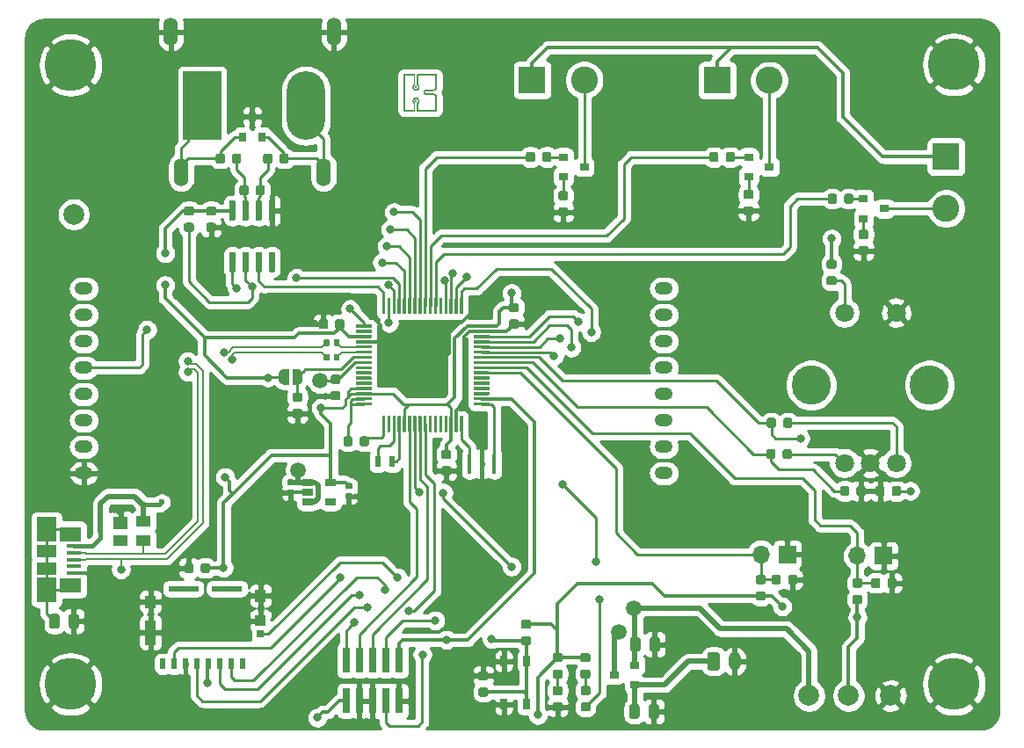
<source format=gbr>
G04 #@! TF.GenerationSoftware,KiCad,Pcbnew,5.1.4-e60b266~84~ubuntu18.04.1*
G04 #@! TF.CreationDate,2019-09-07T16:25:41+05:00*
G04 #@! TF.ProjectId,rck22,72636b32-322e-46b6-9963-61645f706362,rev?*
G04 #@! TF.SameCoordinates,Original*
G04 #@! TF.FileFunction,Copper,L1,Top*
G04 #@! TF.FilePolarity,Positive*
%FSLAX46Y46*%
G04 Gerber Fmt 4.6, Leading zero omitted, Abs format (unit mm)*
G04 Created by KiCad (PCBNEW 5.1.4-e60b266~84~ubuntu18.04.1) date 2019-09-07 16:25:41*
%MOMM*%
%LPD*%
G04 APERTURE LIST*
%ADD10C,0.100000*%
%ADD11C,0.975000*%
%ADD12C,0.590000*%
%ADD13C,0.875000*%
%ADD14C,0.200000*%
%ADD15C,0.050000*%
%ADD16O,1.700000X1.700000*%
%ADD17R,1.700000X1.700000*%
%ADD18R,1.060000X0.650000*%
%ADD19O,1.750000X1.200000*%
%ADD20R,0.900000X0.800000*%
%ADD21C,2.600000*%
%ADD22R,2.600000X2.600000*%
%ADD23R,0.800000X0.900000*%
%ADD24O,3.700000X6.600000*%
%ADD25R,3.700000X6.600000*%
%ADD26O,1.400000X2.700000*%
%ADD27R,0.600000X1.100000*%
%ADD28C,3.786000*%
%ADD29C,1.800000*%
%ADD30C,2.000000*%
%ADD31C,0.800000*%
%ADD32C,5.000000*%
%ADD33O,1.200000X1.750000*%
%ADD34C,1.200000*%
%ADD35R,0.400000X1.900000*%
%ADD36R,0.740000X2.400000*%
%ADD37C,0.600000*%
%ADD38C,0.300000*%
%ADD39R,0.650000X1.050000*%
%ADD40C,0.500000*%
%ADD41R,1.900000X1.175000*%
%ADD42R,1.900000X2.375000*%
%ADD43R,2.100000X1.475000*%
%ADD44R,1.380000X0.450000*%
%ADD45R,1.400000X1.000000*%
%ADD46R,1.400000X1.200000*%
%ADD47R,2.910000X0.550000*%
%ADD48R,1.050000X1.200000*%
%ADD49R,1.050000X1.080000*%
%ADD50R,0.720000X0.780000*%
%ADD51R,1.050000X2.390000*%
%ADD52R,0.500000X1.000000*%
%ADD53C,1.500000*%
%ADD54C,0.300000*%
%ADD55C,0.500000*%
%ADD56C,0.250000*%
%ADD57C,0.420000*%
%ADD58C,0.200000*%
%ADD59C,0.254000*%
G04 APERTURE END LIST*
D10*
G36*
X154245222Y-121315154D02*
G01*
X154268883Y-121318664D01*
X154292087Y-121324476D01*
X154314609Y-121332534D01*
X154336233Y-121342762D01*
X154356750Y-121355059D01*
X154375963Y-121369309D01*
X154393687Y-121385373D01*
X154409751Y-121403097D01*
X154424001Y-121422310D01*
X154436298Y-121442827D01*
X154446526Y-121464451D01*
X154454584Y-121486973D01*
X154460396Y-121510177D01*
X154463906Y-121533838D01*
X154465080Y-121557730D01*
X154465080Y-122470230D01*
X154463906Y-122494122D01*
X154460396Y-122517783D01*
X154454584Y-122540987D01*
X154446526Y-122563509D01*
X154436298Y-122585133D01*
X154424001Y-122605650D01*
X154409751Y-122624863D01*
X154393687Y-122642587D01*
X154375963Y-122658651D01*
X154356750Y-122672901D01*
X154336233Y-122685198D01*
X154314609Y-122695426D01*
X154292087Y-122703484D01*
X154268883Y-122709296D01*
X154245222Y-122712806D01*
X154221330Y-122713980D01*
X153733830Y-122713980D01*
X153709938Y-122712806D01*
X153686277Y-122709296D01*
X153663073Y-122703484D01*
X153640551Y-122695426D01*
X153618927Y-122685198D01*
X153598410Y-122672901D01*
X153579197Y-122658651D01*
X153561473Y-122642587D01*
X153545409Y-122624863D01*
X153531159Y-122605650D01*
X153518862Y-122585133D01*
X153508634Y-122563509D01*
X153500576Y-122540987D01*
X153494764Y-122517783D01*
X153491254Y-122494122D01*
X153490080Y-122470230D01*
X153490080Y-121557730D01*
X153491254Y-121533838D01*
X153494764Y-121510177D01*
X153500576Y-121486973D01*
X153508634Y-121464451D01*
X153518862Y-121442827D01*
X153531159Y-121422310D01*
X153545409Y-121403097D01*
X153561473Y-121385373D01*
X153579197Y-121369309D01*
X153598410Y-121355059D01*
X153618927Y-121342762D01*
X153640551Y-121332534D01*
X153663073Y-121324476D01*
X153686277Y-121318664D01*
X153709938Y-121315154D01*
X153733830Y-121313980D01*
X154221330Y-121313980D01*
X154245222Y-121315154D01*
X154245222Y-121315154D01*
G37*
D11*
X153977580Y-122013980D03*
D10*
G36*
X152370222Y-121315154D02*
G01*
X152393883Y-121318664D01*
X152417087Y-121324476D01*
X152439609Y-121332534D01*
X152461233Y-121342762D01*
X152481750Y-121355059D01*
X152500963Y-121369309D01*
X152518687Y-121385373D01*
X152534751Y-121403097D01*
X152549001Y-121422310D01*
X152561298Y-121442827D01*
X152571526Y-121464451D01*
X152579584Y-121486973D01*
X152585396Y-121510177D01*
X152588906Y-121533838D01*
X152590080Y-121557730D01*
X152590080Y-122470230D01*
X152588906Y-122494122D01*
X152585396Y-122517783D01*
X152579584Y-122540987D01*
X152571526Y-122563509D01*
X152561298Y-122585133D01*
X152549001Y-122605650D01*
X152534751Y-122624863D01*
X152518687Y-122642587D01*
X152500963Y-122658651D01*
X152481750Y-122672901D01*
X152461233Y-122685198D01*
X152439609Y-122695426D01*
X152417087Y-122703484D01*
X152393883Y-122709296D01*
X152370222Y-122712806D01*
X152346330Y-122713980D01*
X151858830Y-122713980D01*
X151834938Y-122712806D01*
X151811277Y-122709296D01*
X151788073Y-122703484D01*
X151765551Y-122695426D01*
X151743927Y-122685198D01*
X151723410Y-122672901D01*
X151704197Y-122658651D01*
X151686473Y-122642587D01*
X151670409Y-122624863D01*
X151656159Y-122605650D01*
X151643862Y-122585133D01*
X151633634Y-122563509D01*
X151625576Y-122540987D01*
X151619764Y-122517783D01*
X151616254Y-122494122D01*
X151615080Y-122470230D01*
X151615080Y-121557730D01*
X151616254Y-121533838D01*
X151619764Y-121510177D01*
X151625576Y-121486973D01*
X151633634Y-121464451D01*
X151643862Y-121442827D01*
X151656159Y-121422310D01*
X151670409Y-121403097D01*
X151686473Y-121385373D01*
X151704197Y-121369309D01*
X151723410Y-121355059D01*
X151743927Y-121342762D01*
X151765551Y-121332534D01*
X151788073Y-121324476D01*
X151811277Y-121318664D01*
X151834938Y-121315154D01*
X151858830Y-121313980D01*
X152346330Y-121313980D01*
X152370222Y-121315154D01*
X152370222Y-121315154D01*
G37*
D11*
X152102580Y-122013980D03*
D10*
G36*
X154334122Y-114855934D02*
G01*
X154357783Y-114859444D01*
X154380987Y-114865256D01*
X154403509Y-114873314D01*
X154425133Y-114883542D01*
X154445650Y-114895839D01*
X154464863Y-114910089D01*
X154482587Y-114926153D01*
X154498651Y-114943877D01*
X154512901Y-114963090D01*
X154525198Y-114983607D01*
X154535426Y-115005231D01*
X154543484Y-115027753D01*
X154549296Y-115050957D01*
X154552806Y-115074618D01*
X154553980Y-115098510D01*
X154553980Y-116011010D01*
X154552806Y-116034902D01*
X154549296Y-116058563D01*
X154543484Y-116081767D01*
X154535426Y-116104289D01*
X154525198Y-116125913D01*
X154512901Y-116146430D01*
X154498651Y-116165643D01*
X154482587Y-116183367D01*
X154464863Y-116199431D01*
X154445650Y-116213681D01*
X154425133Y-116225978D01*
X154403509Y-116236206D01*
X154380987Y-116244264D01*
X154357783Y-116250076D01*
X154334122Y-116253586D01*
X154310230Y-116254760D01*
X153822730Y-116254760D01*
X153798838Y-116253586D01*
X153775177Y-116250076D01*
X153751973Y-116244264D01*
X153729451Y-116236206D01*
X153707827Y-116225978D01*
X153687310Y-116213681D01*
X153668097Y-116199431D01*
X153650373Y-116183367D01*
X153634309Y-116165643D01*
X153620059Y-116146430D01*
X153607762Y-116125913D01*
X153597534Y-116104289D01*
X153589476Y-116081767D01*
X153583664Y-116058563D01*
X153580154Y-116034902D01*
X153578980Y-116011010D01*
X153578980Y-115098510D01*
X153580154Y-115074618D01*
X153583664Y-115050957D01*
X153589476Y-115027753D01*
X153597534Y-115005231D01*
X153607762Y-114983607D01*
X153620059Y-114963090D01*
X153634309Y-114943877D01*
X153650373Y-114926153D01*
X153668097Y-114910089D01*
X153687310Y-114895839D01*
X153707827Y-114883542D01*
X153729451Y-114873314D01*
X153751973Y-114865256D01*
X153775177Y-114859444D01*
X153798838Y-114855934D01*
X153822730Y-114854760D01*
X154310230Y-114854760D01*
X154334122Y-114855934D01*
X154334122Y-114855934D01*
G37*
D11*
X154066480Y-115554760D03*
D10*
G36*
X152459122Y-114855934D02*
G01*
X152482783Y-114859444D01*
X152505987Y-114865256D01*
X152528509Y-114873314D01*
X152550133Y-114883542D01*
X152570650Y-114895839D01*
X152589863Y-114910089D01*
X152607587Y-114926153D01*
X152623651Y-114943877D01*
X152637901Y-114963090D01*
X152650198Y-114983607D01*
X152660426Y-115005231D01*
X152668484Y-115027753D01*
X152674296Y-115050957D01*
X152677806Y-115074618D01*
X152678980Y-115098510D01*
X152678980Y-116011010D01*
X152677806Y-116034902D01*
X152674296Y-116058563D01*
X152668484Y-116081767D01*
X152660426Y-116104289D01*
X152650198Y-116125913D01*
X152637901Y-116146430D01*
X152623651Y-116165643D01*
X152607587Y-116183367D01*
X152589863Y-116199431D01*
X152570650Y-116213681D01*
X152550133Y-116225978D01*
X152528509Y-116236206D01*
X152505987Y-116244264D01*
X152482783Y-116250076D01*
X152459122Y-116253586D01*
X152435230Y-116254760D01*
X151947730Y-116254760D01*
X151923838Y-116253586D01*
X151900177Y-116250076D01*
X151876973Y-116244264D01*
X151854451Y-116236206D01*
X151832827Y-116225978D01*
X151812310Y-116213681D01*
X151793097Y-116199431D01*
X151775373Y-116183367D01*
X151759309Y-116165643D01*
X151745059Y-116146430D01*
X151732762Y-116125913D01*
X151722534Y-116104289D01*
X151714476Y-116081767D01*
X151708664Y-116058563D01*
X151705154Y-116034902D01*
X151703980Y-116011010D01*
X151703980Y-115098510D01*
X151705154Y-115074618D01*
X151708664Y-115050957D01*
X151714476Y-115027753D01*
X151722534Y-115005231D01*
X151732762Y-114983607D01*
X151745059Y-114963090D01*
X151759309Y-114943877D01*
X151775373Y-114926153D01*
X151793097Y-114910089D01*
X151812310Y-114895839D01*
X151832827Y-114883542D01*
X151854451Y-114873314D01*
X151876973Y-114865256D01*
X151900177Y-114859444D01*
X151923838Y-114855934D01*
X151947730Y-114854760D01*
X152435230Y-114854760D01*
X152459122Y-114855934D01*
X152459122Y-114855934D01*
G37*
D11*
X152191480Y-115554760D03*
D10*
G36*
X123582958Y-87572330D02*
G01*
X123597276Y-87574454D01*
X123611317Y-87577971D01*
X123624946Y-87582848D01*
X123638031Y-87589037D01*
X123650447Y-87596478D01*
X123662073Y-87605101D01*
X123672798Y-87614822D01*
X123682519Y-87625547D01*
X123691142Y-87637173D01*
X123698583Y-87649589D01*
X123704772Y-87662674D01*
X123709649Y-87676303D01*
X123713166Y-87690344D01*
X123715290Y-87704662D01*
X123716000Y-87719120D01*
X123716000Y-88064120D01*
X123715290Y-88078578D01*
X123713166Y-88092896D01*
X123709649Y-88106937D01*
X123704772Y-88120566D01*
X123698583Y-88133651D01*
X123691142Y-88146067D01*
X123682519Y-88157693D01*
X123672798Y-88168418D01*
X123662073Y-88178139D01*
X123650447Y-88186762D01*
X123638031Y-88194203D01*
X123624946Y-88200392D01*
X123611317Y-88205269D01*
X123597276Y-88208786D01*
X123582958Y-88210910D01*
X123568500Y-88211620D01*
X123273500Y-88211620D01*
X123259042Y-88210910D01*
X123244724Y-88208786D01*
X123230683Y-88205269D01*
X123217054Y-88200392D01*
X123203969Y-88194203D01*
X123191553Y-88186762D01*
X123179927Y-88178139D01*
X123169202Y-88168418D01*
X123159481Y-88157693D01*
X123150858Y-88146067D01*
X123143417Y-88133651D01*
X123137228Y-88120566D01*
X123132351Y-88106937D01*
X123128834Y-88092896D01*
X123126710Y-88078578D01*
X123126000Y-88064120D01*
X123126000Y-87719120D01*
X123126710Y-87704662D01*
X123128834Y-87690344D01*
X123132351Y-87676303D01*
X123137228Y-87662674D01*
X123143417Y-87649589D01*
X123150858Y-87637173D01*
X123159481Y-87625547D01*
X123169202Y-87614822D01*
X123179927Y-87605101D01*
X123191553Y-87596478D01*
X123203969Y-87589037D01*
X123217054Y-87582848D01*
X123230683Y-87577971D01*
X123244724Y-87574454D01*
X123259042Y-87572330D01*
X123273500Y-87571620D01*
X123568500Y-87571620D01*
X123582958Y-87572330D01*
X123582958Y-87572330D01*
G37*
D12*
X123421000Y-87891620D03*
D10*
G36*
X122612958Y-87572330D02*
G01*
X122627276Y-87574454D01*
X122641317Y-87577971D01*
X122654946Y-87582848D01*
X122668031Y-87589037D01*
X122680447Y-87596478D01*
X122692073Y-87605101D01*
X122702798Y-87614822D01*
X122712519Y-87625547D01*
X122721142Y-87637173D01*
X122728583Y-87649589D01*
X122734772Y-87662674D01*
X122739649Y-87676303D01*
X122743166Y-87690344D01*
X122745290Y-87704662D01*
X122746000Y-87719120D01*
X122746000Y-88064120D01*
X122745290Y-88078578D01*
X122743166Y-88092896D01*
X122739649Y-88106937D01*
X122734772Y-88120566D01*
X122728583Y-88133651D01*
X122721142Y-88146067D01*
X122712519Y-88157693D01*
X122702798Y-88168418D01*
X122692073Y-88178139D01*
X122680447Y-88186762D01*
X122668031Y-88194203D01*
X122654946Y-88200392D01*
X122641317Y-88205269D01*
X122627276Y-88208786D01*
X122612958Y-88210910D01*
X122598500Y-88211620D01*
X122303500Y-88211620D01*
X122289042Y-88210910D01*
X122274724Y-88208786D01*
X122260683Y-88205269D01*
X122247054Y-88200392D01*
X122233969Y-88194203D01*
X122221553Y-88186762D01*
X122209927Y-88178139D01*
X122199202Y-88168418D01*
X122189481Y-88157693D01*
X122180858Y-88146067D01*
X122173417Y-88133651D01*
X122167228Y-88120566D01*
X122162351Y-88106937D01*
X122158834Y-88092896D01*
X122156710Y-88078578D01*
X122156000Y-88064120D01*
X122156000Y-87719120D01*
X122156710Y-87704662D01*
X122158834Y-87690344D01*
X122162351Y-87676303D01*
X122167228Y-87662674D01*
X122173417Y-87649589D01*
X122180858Y-87637173D01*
X122189481Y-87625547D01*
X122199202Y-87614822D01*
X122209927Y-87605101D01*
X122221553Y-87596478D01*
X122233969Y-87589037D01*
X122247054Y-87582848D01*
X122260683Y-87577971D01*
X122274724Y-87574454D01*
X122289042Y-87572330D01*
X122303500Y-87571620D01*
X122598500Y-87571620D01*
X122612958Y-87572330D01*
X122612958Y-87572330D01*
G37*
D12*
X122451000Y-87891620D03*
D10*
G36*
X122612958Y-86175330D02*
G01*
X122627276Y-86177454D01*
X122641317Y-86180971D01*
X122654946Y-86185848D01*
X122668031Y-86192037D01*
X122680447Y-86199478D01*
X122692073Y-86208101D01*
X122702798Y-86217822D01*
X122712519Y-86228547D01*
X122721142Y-86240173D01*
X122728583Y-86252589D01*
X122734772Y-86265674D01*
X122739649Y-86279303D01*
X122743166Y-86293344D01*
X122745290Y-86307662D01*
X122746000Y-86322120D01*
X122746000Y-86667120D01*
X122745290Y-86681578D01*
X122743166Y-86695896D01*
X122739649Y-86709937D01*
X122734772Y-86723566D01*
X122728583Y-86736651D01*
X122721142Y-86749067D01*
X122712519Y-86760693D01*
X122702798Y-86771418D01*
X122692073Y-86781139D01*
X122680447Y-86789762D01*
X122668031Y-86797203D01*
X122654946Y-86803392D01*
X122641317Y-86808269D01*
X122627276Y-86811786D01*
X122612958Y-86813910D01*
X122598500Y-86814620D01*
X122303500Y-86814620D01*
X122289042Y-86813910D01*
X122274724Y-86811786D01*
X122260683Y-86808269D01*
X122247054Y-86803392D01*
X122233969Y-86797203D01*
X122221553Y-86789762D01*
X122209927Y-86781139D01*
X122199202Y-86771418D01*
X122189481Y-86760693D01*
X122180858Y-86749067D01*
X122173417Y-86736651D01*
X122167228Y-86723566D01*
X122162351Y-86709937D01*
X122158834Y-86695896D01*
X122156710Y-86681578D01*
X122156000Y-86667120D01*
X122156000Y-86322120D01*
X122156710Y-86307662D01*
X122158834Y-86293344D01*
X122162351Y-86279303D01*
X122167228Y-86265674D01*
X122173417Y-86252589D01*
X122180858Y-86240173D01*
X122189481Y-86228547D01*
X122199202Y-86217822D01*
X122209927Y-86208101D01*
X122221553Y-86199478D01*
X122233969Y-86192037D01*
X122247054Y-86185848D01*
X122260683Y-86180971D01*
X122274724Y-86177454D01*
X122289042Y-86175330D01*
X122303500Y-86174620D01*
X122598500Y-86174620D01*
X122612958Y-86175330D01*
X122612958Y-86175330D01*
G37*
D12*
X122451000Y-86494620D03*
D10*
G36*
X123582958Y-86175330D02*
G01*
X123597276Y-86177454D01*
X123611317Y-86180971D01*
X123624946Y-86185848D01*
X123638031Y-86192037D01*
X123650447Y-86199478D01*
X123662073Y-86208101D01*
X123672798Y-86217822D01*
X123682519Y-86228547D01*
X123691142Y-86240173D01*
X123698583Y-86252589D01*
X123704772Y-86265674D01*
X123709649Y-86279303D01*
X123713166Y-86293344D01*
X123715290Y-86307662D01*
X123716000Y-86322120D01*
X123716000Y-86667120D01*
X123715290Y-86681578D01*
X123713166Y-86695896D01*
X123709649Y-86709937D01*
X123704772Y-86723566D01*
X123698583Y-86736651D01*
X123691142Y-86749067D01*
X123682519Y-86760693D01*
X123672798Y-86771418D01*
X123662073Y-86781139D01*
X123650447Y-86789762D01*
X123638031Y-86797203D01*
X123624946Y-86803392D01*
X123611317Y-86808269D01*
X123597276Y-86811786D01*
X123582958Y-86813910D01*
X123568500Y-86814620D01*
X123273500Y-86814620D01*
X123259042Y-86813910D01*
X123244724Y-86811786D01*
X123230683Y-86808269D01*
X123217054Y-86803392D01*
X123203969Y-86797203D01*
X123191553Y-86789762D01*
X123179927Y-86781139D01*
X123169202Y-86771418D01*
X123159481Y-86760693D01*
X123150858Y-86749067D01*
X123143417Y-86736651D01*
X123137228Y-86723566D01*
X123132351Y-86709937D01*
X123128834Y-86695896D01*
X123126710Y-86681578D01*
X123126000Y-86667120D01*
X123126000Y-86322120D01*
X123126710Y-86307662D01*
X123128834Y-86293344D01*
X123132351Y-86279303D01*
X123137228Y-86265674D01*
X123143417Y-86252589D01*
X123150858Y-86240173D01*
X123159481Y-86228547D01*
X123169202Y-86217822D01*
X123179927Y-86208101D01*
X123191553Y-86199478D01*
X123203969Y-86192037D01*
X123217054Y-86185848D01*
X123230683Y-86180971D01*
X123244724Y-86177454D01*
X123259042Y-86175330D01*
X123273500Y-86174620D01*
X123568500Y-86174620D01*
X123582958Y-86175330D01*
X123582958Y-86175330D01*
G37*
D12*
X123421000Y-86494620D03*
D10*
G36*
X98372842Y-112628354D02*
G01*
X98396503Y-112631864D01*
X98419707Y-112637676D01*
X98442229Y-112645734D01*
X98463853Y-112655962D01*
X98484370Y-112668259D01*
X98503583Y-112682509D01*
X98521307Y-112698573D01*
X98537371Y-112716297D01*
X98551621Y-112735510D01*
X98563918Y-112756027D01*
X98574146Y-112777651D01*
X98582204Y-112800173D01*
X98588016Y-112823377D01*
X98591526Y-112847038D01*
X98592700Y-112870930D01*
X98592700Y-113783430D01*
X98591526Y-113807322D01*
X98588016Y-113830983D01*
X98582204Y-113854187D01*
X98574146Y-113876709D01*
X98563918Y-113898333D01*
X98551621Y-113918850D01*
X98537371Y-113938063D01*
X98521307Y-113955787D01*
X98503583Y-113971851D01*
X98484370Y-113986101D01*
X98463853Y-113998398D01*
X98442229Y-114008626D01*
X98419707Y-114016684D01*
X98396503Y-114022496D01*
X98372842Y-114026006D01*
X98348950Y-114027180D01*
X97861450Y-114027180D01*
X97837558Y-114026006D01*
X97813897Y-114022496D01*
X97790693Y-114016684D01*
X97768171Y-114008626D01*
X97746547Y-113998398D01*
X97726030Y-113986101D01*
X97706817Y-113971851D01*
X97689093Y-113955787D01*
X97673029Y-113938063D01*
X97658779Y-113918850D01*
X97646482Y-113898333D01*
X97636254Y-113876709D01*
X97628196Y-113854187D01*
X97622384Y-113830983D01*
X97618874Y-113807322D01*
X97617700Y-113783430D01*
X97617700Y-112870930D01*
X97618874Y-112847038D01*
X97622384Y-112823377D01*
X97628196Y-112800173D01*
X97636254Y-112777651D01*
X97646482Y-112756027D01*
X97658779Y-112735510D01*
X97673029Y-112716297D01*
X97689093Y-112698573D01*
X97706817Y-112682509D01*
X97726030Y-112668259D01*
X97746547Y-112655962D01*
X97768171Y-112645734D01*
X97790693Y-112637676D01*
X97813897Y-112631864D01*
X97837558Y-112628354D01*
X97861450Y-112627180D01*
X98348950Y-112627180D01*
X98372842Y-112628354D01*
X98372842Y-112628354D01*
G37*
D11*
X98105200Y-113327180D03*
D10*
G36*
X96497842Y-112628354D02*
G01*
X96521503Y-112631864D01*
X96544707Y-112637676D01*
X96567229Y-112645734D01*
X96588853Y-112655962D01*
X96609370Y-112668259D01*
X96628583Y-112682509D01*
X96646307Y-112698573D01*
X96662371Y-112716297D01*
X96676621Y-112735510D01*
X96688918Y-112756027D01*
X96699146Y-112777651D01*
X96707204Y-112800173D01*
X96713016Y-112823377D01*
X96716526Y-112847038D01*
X96717700Y-112870930D01*
X96717700Y-113783430D01*
X96716526Y-113807322D01*
X96713016Y-113830983D01*
X96707204Y-113854187D01*
X96699146Y-113876709D01*
X96688918Y-113898333D01*
X96676621Y-113918850D01*
X96662371Y-113938063D01*
X96646307Y-113955787D01*
X96628583Y-113971851D01*
X96609370Y-113986101D01*
X96588853Y-113998398D01*
X96567229Y-114008626D01*
X96544707Y-114016684D01*
X96521503Y-114022496D01*
X96497842Y-114026006D01*
X96473950Y-114027180D01*
X95986450Y-114027180D01*
X95962558Y-114026006D01*
X95938897Y-114022496D01*
X95915693Y-114016684D01*
X95893171Y-114008626D01*
X95871547Y-113998398D01*
X95851030Y-113986101D01*
X95831817Y-113971851D01*
X95814093Y-113955787D01*
X95798029Y-113938063D01*
X95783779Y-113918850D01*
X95771482Y-113898333D01*
X95761254Y-113876709D01*
X95753196Y-113854187D01*
X95747384Y-113830983D01*
X95743874Y-113807322D01*
X95742700Y-113783430D01*
X95742700Y-112870930D01*
X95743874Y-112847038D01*
X95747384Y-112823377D01*
X95753196Y-112800173D01*
X95761254Y-112777651D01*
X95771482Y-112756027D01*
X95783779Y-112735510D01*
X95798029Y-112716297D01*
X95814093Y-112698573D01*
X95831817Y-112682509D01*
X95851030Y-112668259D01*
X95871547Y-112655962D01*
X95893171Y-112645734D01*
X95915693Y-112637676D01*
X95938897Y-112631864D01*
X95962558Y-112628354D01*
X95986450Y-112627180D01*
X96473950Y-112627180D01*
X96497842Y-112628354D01*
X96497842Y-112628354D01*
G37*
D11*
X96230200Y-113327180D03*
D10*
G36*
X165533131Y-93744813D02*
G01*
X165554366Y-93747963D01*
X165575190Y-93753179D01*
X165595402Y-93760411D01*
X165614808Y-93769590D01*
X165633221Y-93780626D01*
X165650464Y-93793414D01*
X165666370Y-93807830D01*
X165680786Y-93823736D01*
X165693574Y-93840979D01*
X165704610Y-93859392D01*
X165713789Y-93878798D01*
X165721021Y-93899010D01*
X165726237Y-93919834D01*
X165729387Y-93941069D01*
X165730440Y-93962510D01*
X165730440Y-94475010D01*
X165729387Y-94496451D01*
X165726237Y-94517686D01*
X165721021Y-94538510D01*
X165713789Y-94558722D01*
X165704610Y-94578128D01*
X165693574Y-94596541D01*
X165680786Y-94613784D01*
X165666370Y-94629690D01*
X165650464Y-94644106D01*
X165633221Y-94656894D01*
X165614808Y-94667930D01*
X165595402Y-94677109D01*
X165575190Y-94684341D01*
X165554366Y-94689557D01*
X165533131Y-94692707D01*
X165511690Y-94693760D01*
X165074190Y-94693760D01*
X165052749Y-94692707D01*
X165031514Y-94689557D01*
X165010690Y-94684341D01*
X164990478Y-94677109D01*
X164971072Y-94667930D01*
X164952659Y-94656894D01*
X164935416Y-94644106D01*
X164919510Y-94629690D01*
X164905094Y-94613784D01*
X164892306Y-94596541D01*
X164881270Y-94578128D01*
X164872091Y-94558722D01*
X164864859Y-94538510D01*
X164859643Y-94517686D01*
X164856493Y-94496451D01*
X164855440Y-94475010D01*
X164855440Y-93962510D01*
X164856493Y-93941069D01*
X164859643Y-93919834D01*
X164864859Y-93899010D01*
X164872091Y-93878798D01*
X164881270Y-93859392D01*
X164892306Y-93840979D01*
X164905094Y-93823736D01*
X164919510Y-93807830D01*
X164935416Y-93793414D01*
X164952659Y-93780626D01*
X164971072Y-93769590D01*
X164990478Y-93760411D01*
X165010690Y-93753179D01*
X165031514Y-93747963D01*
X165052749Y-93744813D01*
X165074190Y-93743760D01*
X165511690Y-93743760D01*
X165533131Y-93744813D01*
X165533131Y-93744813D01*
G37*
D13*
X165292940Y-94218760D03*
D10*
G36*
X167108131Y-93744813D02*
G01*
X167129366Y-93747963D01*
X167150190Y-93753179D01*
X167170402Y-93760411D01*
X167189808Y-93769590D01*
X167208221Y-93780626D01*
X167225464Y-93793414D01*
X167241370Y-93807830D01*
X167255786Y-93823736D01*
X167268574Y-93840979D01*
X167279610Y-93859392D01*
X167288789Y-93878798D01*
X167296021Y-93899010D01*
X167301237Y-93919834D01*
X167304387Y-93941069D01*
X167305440Y-93962510D01*
X167305440Y-94475010D01*
X167304387Y-94496451D01*
X167301237Y-94517686D01*
X167296021Y-94538510D01*
X167288789Y-94558722D01*
X167279610Y-94578128D01*
X167268574Y-94596541D01*
X167255786Y-94613784D01*
X167241370Y-94629690D01*
X167225464Y-94644106D01*
X167208221Y-94656894D01*
X167189808Y-94667930D01*
X167170402Y-94677109D01*
X167150190Y-94684341D01*
X167129366Y-94689557D01*
X167108131Y-94692707D01*
X167086690Y-94693760D01*
X166649190Y-94693760D01*
X166627749Y-94692707D01*
X166606514Y-94689557D01*
X166585690Y-94684341D01*
X166565478Y-94677109D01*
X166546072Y-94667930D01*
X166527659Y-94656894D01*
X166510416Y-94644106D01*
X166494510Y-94629690D01*
X166480094Y-94613784D01*
X166467306Y-94596541D01*
X166456270Y-94578128D01*
X166447091Y-94558722D01*
X166439859Y-94538510D01*
X166434643Y-94517686D01*
X166431493Y-94496451D01*
X166430440Y-94475010D01*
X166430440Y-93962510D01*
X166431493Y-93941069D01*
X166434643Y-93919834D01*
X166439859Y-93899010D01*
X166447091Y-93878798D01*
X166456270Y-93859392D01*
X166467306Y-93840979D01*
X166480094Y-93823736D01*
X166494510Y-93807830D01*
X166510416Y-93793414D01*
X166527659Y-93780626D01*
X166546072Y-93769590D01*
X166565478Y-93760411D01*
X166585690Y-93753179D01*
X166606514Y-93747963D01*
X166627749Y-93744813D01*
X166649190Y-93743760D01*
X167086690Y-93743760D01*
X167108131Y-93744813D01*
X167108131Y-93744813D01*
G37*
D13*
X166867940Y-94218760D03*
D10*
G36*
X165484871Y-96749633D02*
G01*
X165506106Y-96752783D01*
X165526930Y-96757999D01*
X165547142Y-96765231D01*
X165566548Y-96774410D01*
X165584961Y-96785446D01*
X165602204Y-96798234D01*
X165618110Y-96812650D01*
X165632526Y-96828556D01*
X165645314Y-96845799D01*
X165656350Y-96864212D01*
X165665529Y-96883618D01*
X165672761Y-96903830D01*
X165677977Y-96924654D01*
X165681127Y-96945889D01*
X165682180Y-96967330D01*
X165682180Y-97479830D01*
X165681127Y-97501271D01*
X165677977Y-97522506D01*
X165672761Y-97543330D01*
X165665529Y-97563542D01*
X165656350Y-97582948D01*
X165645314Y-97601361D01*
X165632526Y-97618604D01*
X165618110Y-97634510D01*
X165602204Y-97648926D01*
X165584961Y-97661714D01*
X165566548Y-97672750D01*
X165547142Y-97681929D01*
X165526930Y-97689161D01*
X165506106Y-97694377D01*
X165484871Y-97697527D01*
X165463430Y-97698580D01*
X165025930Y-97698580D01*
X165004489Y-97697527D01*
X164983254Y-97694377D01*
X164962430Y-97689161D01*
X164942218Y-97681929D01*
X164922812Y-97672750D01*
X164904399Y-97661714D01*
X164887156Y-97648926D01*
X164871250Y-97634510D01*
X164856834Y-97618604D01*
X164844046Y-97601361D01*
X164833010Y-97582948D01*
X164823831Y-97563542D01*
X164816599Y-97543330D01*
X164811383Y-97522506D01*
X164808233Y-97501271D01*
X164807180Y-97479830D01*
X164807180Y-96967330D01*
X164808233Y-96945889D01*
X164811383Y-96924654D01*
X164816599Y-96903830D01*
X164823831Y-96883618D01*
X164833010Y-96864212D01*
X164844046Y-96845799D01*
X164856834Y-96828556D01*
X164871250Y-96812650D01*
X164887156Y-96798234D01*
X164904399Y-96785446D01*
X164922812Y-96774410D01*
X164942218Y-96765231D01*
X164962430Y-96757999D01*
X164983254Y-96752783D01*
X165004489Y-96749633D01*
X165025930Y-96748580D01*
X165463430Y-96748580D01*
X165484871Y-96749633D01*
X165484871Y-96749633D01*
G37*
D13*
X165244680Y-97223580D03*
D10*
G36*
X167059871Y-96749633D02*
G01*
X167081106Y-96752783D01*
X167101930Y-96757999D01*
X167122142Y-96765231D01*
X167141548Y-96774410D01*
X167159961Y-96785446D01*
X167177204Y-96798234D01*
X167193110Y-96812650D01*
X167207526Y-96828556D01*
X167220314Y-96845799D01*
X167231350Y-96864212D01*
X167240529Y-96883618D01*
X167247761Y-96903830D01*
X167252977Y-96924654D01*
X167256127Y-96945889D01*
X167257180Y-96967330D01*
X167257180Y-97479830D01*
X167256127Y-97501271D01*
X167252977Y-97522506D01*
X167247761Y-97543330D01*
X167240529Y-97563542D01*
X167231350Y-97582948D01*
X167220314Y-97601361D01*
X167207526Y-97618604D01*
X167193110Y-97634510D01*
X167177204Y-97648926D01*
X167159961Y-97661714D01*
X167141548Y-97672750D01*
X167122142Y-97681929D01*
X167101930Y-97689161D01*
X167081106Y-97694377D01*
X167059871Y-97697527D01*
X167038430Y-97698580D01*
X166600930Y-97698580D01*
X166579489Y-97697527D01*
X166558254Y-97694377D01*
X166537430Y-97689161D01*
X166517218Y-97681929D01*
X166497812Y-97672750D01*
X166479399Y-97661714D01*
X166462156Y-97648926D01*
X166446250Y-97634510D01*
X166431834Y-97618604D01*
X166419046Y-97601361D01*
X166408010Y-97582948D01*
X166398831Y-97563542D01*
X166391599Y-97543330D01*
X166386383Y-97522506D01*
X166383233Y-97501271D01*
X166382180Y-97479830D01*
X166382180Y-96967330D01*
X166383233Y-96945889D01*
X166386383Y-96924654D01*
X166391599Y-96903830D01*
X166398831Y-96883618D01*
X166408010Y-96864212D01*
X166419046Y-96845799D01*
X166431834Y-96828556D01*
X166446250Y-96812650D01*
X166462156Y-96798234D01*
X166479399Y-96785446D01*
X166497812Y-96774410D01*
X166517218Y-96765231D01*
X166537430Y-96757999D01*
X166558254Y-96752783D01*
X166579489Y-96749633D01*
X166600930Y-96748580D01*
X167038430Y-96748580D01*
X167059871Y-96749633D01*
X167059871Y-96749633D01*
G37*
D13*
X166819680Y-97223580D03*
D14*
X131079240Y-61874400D03*
D15*
X129971800Y-64150240D03*
D10*
G36*
X133020019Y-60640565D02*
G01*
X133020050Y-60640564D01*
X133020081Y-60640566D01*
X133020573Y-60640569D01*
X133024037Y-60640787D01*
X133027366Y-60640973D01*
X133027619Y-60641012D01*
X133027886Y-60641029D01*
X133031279Y-60641579D01*
X133034607Y-60642094D01*
X133034861Y-60642159D01*
X133035119Y-60642201D01*
X133038382Y-60643063D01*
X133041704Y-60643916D01*
X133041954Y-60644007D01*
X133042204Y-60644073D01*
X133045347Y-60645242D01*
X133048590Y-60646422D01*
X133048830Y-60646537D01*
X133049072Y-60646627D01*
X133052093Y-60648100D01*
X133055198Y-60649588D01*
X133055424Y-60649725D01*
X133055658Y-60649839D01*
X133058593Y-60651644D01*
X133061465Y-60653384D01*
X133061668Y-60653536D01*
X133061899Y-60653678D01*
X133064657Y-60655772D01*
X133067333Y-60657774D01*
X133067527Y-60657951D01*
X133067735Y-60658109D01*
X133070195Y-60660387D01*
X133072744Y-60662714D01*
X133072924Y-60662913D01*
X133073111Y-60663087D01*
X133075323Y-60665578D01*
X133077647Y-60668160D01*
X133077805Y-60668375D01*
X133077976Y-60668567D01*
X133079952Y-60671287D01*
X133081995Y-60674058D01*
X133082130Y-60674284D01*
X133082283Y-60674495D01*
X133083996Y-60677415D01*
X133085747Y-60680352D01*
X133085859Y-60680590D01*
X133085991Y-60680815D01*
X133087416Y-60683898D01*
X133088867Y-60686982D01*
X133088955Y-60687228D01*
X133089065Y-60687467D01*
X133090201Y-60690727D01*
X133091325Y-60693885D01*
X133091387Y-60694133D01*
X133091475Y-60694386D01*
X133092286Y-60697737D01*
X133093098Y-60700994D01*
X133093136Y-60701252D01*
X133093198Y-60701508D01*
X133093669Y-60704864D01*
X133094168Y-60708243D01*
X133094181Y-60708509D01*
X133094217Y-60708765D01*
X133094358Y-60712127D01*
X133094526Y-60715562D01*
X133094526Y-61857476D01*
X133094583Y-61871553D01*
X133094581Y-61872600D01*
X133094412Y-61875482D01*
X133094307Y-61878297D01*
X133091087Y-61915674D01*
X133090990Y-61916717D01*
X133090890Y-61917384D01*
X133090843Y-61918063D01*
X133090346Y-61921015D01*
X133089904Y-61923963D01*
X133089739Y-61924620D01*
X133089626Y-61925289D01*
X133078079Y-61977991D01*
X133077848Y-61979013D01*
X133077168Y-61981390D01*
X133076565Y-61983787D01*
X133076163Y-61984908D01*
X133075834Y-61986058D01*
X133074922Y-61988367D01*
X133074090Y-61990684D01*
X133049120Y-62050861D01*
X133048712Y-62051826D01*
X133048291Y-62052684D01*
X133047927Y-62053585D01*
X133046671Y-62055986D01*
X133045485Y-62058404D01*
X133044977Y-62059225D01*
X133044531Y-62060078D01*
X133043047Y-62062344D01*
X133041630Y-62064636D01*
X133041049Y-62065397D01*
X133040518Y-62066209D01*
X132997056Y-62126011D01*
X132996435Y-62126854D01*
X132994597Y-62129075D01*
X132992798Y-62131343D01*
X132992260Y-62131900D01*
X132991764Y-62132499D01*
X132989713Y-62134534D01*
X132987706Y-62136611D01*
X132987111Y-62137117D01*
X132986563Y-62137661D01*
X132984349Y-62139466D01*
X132982124Y-62141359D01*
X132915096Y-62192936D01*
X132914682Y-62193250D01*
X132914659Y-62193269D01*
X132914634Y-62193286D01*
X132914262Y-62193568D01*
X132911414Y-62195488D01*
X132908611Y-62197404D01*
X132908394Y-62197523D01*
X132908185Y-62197664D01*
X132905143Y-62199307D01*
X132902187Y-62200929D01*
X132901960Y-62201026D01*
X132901738Y-62201146D01*
X132898569Y-62202477D01*
X132895450Y-62203811D01*
X132799779Y-62239312D01*
X132798795Y-62239670D01*
X132796753Y-62240285D01*
X132794754Y-62240978D01*
X132793260Y-62241337D01*
X132791779Y-62241783D01*
X132789691Y-62242195D01*
X132787629Y-62242690D01*
X132786097Y-62242903D01*
X132784590Y-62243200D01*
X132782490Y-62243404D01*
X132780371Y-62243699D01*
X132650984Y-62255276D01*
X132649941Y-62255362D01*
X132647108Y-62255437D01*
X132644300Y-62255574D01*
X131996639Y-62255574D01*
X131981252Y-62257280D01*
X131970776Y-62260856D01*
X131960730Y-62266867D01*
X131951331Y-62275428D01*
X131943083Y-62286485D01*
X131936563Y-62299783D01*
X131932300Y-62315002D01*
X131930456Y-62335362D01*
X131930456Y-62396108D01*
X131932300Y-62416466D01*
X131936560Y-62431674D01*
X131943075Y-62444959D01*
X131951319Y-62456004D01*
X131960726Y-62464569D01*
X131970774Y-62470581D01*
X131981252Y-62474158D01*
X131996639Y-62475864D01*
X132645321Y-62475864D01*
X132646368Y-62475871D01*
X132647072Y-62475915D01*
X132647775Y-62475904D01*
X132650720Y-62476145D01*
X132653681Y-62476331D01*
X132654376Y-62476444D01*
X132655078Y-62476501D01*
X132783117Y-62493301D01*
X132784154Y-62493444D01*
X132784697Y-62493550D01*
X132785245Y-62493611D01*
X132788275Y-62494251D01*
X132791345Y-62494852D01*
X132791879Y-62495012D01*
X132792414Y-62495125D01*
X132795357Y-62496054D01*
X132798364Y-62496955D01*
X132798878Y-62497166D01*
X132799402Y-62497331D01*
X132894341Y-62532484D01*
X132895321Y-62532854D01*
X132897053Y-62533622D01*
X132898830Y-62534312D01*
X132900402Y-62535107D01*
X132902019Y-62535824D01*
X132903682Y-62536766D01*
X132905369Y-62537619D01*
X132906856Y-62538564D01*
X132908395Y-62539435D01*
X132909944Y-62540524D01*
X132911554Y-62541547D01*
X132978339Y-62588696D01*
X132979190Y-62589306D01*
X132980844Y-62590637D01*
X132982564Y-62591908D01*
X132983707Y-62592940D01*
X132984899Y-62593899D01*
X132986419Y-62595389D01*
X132988003Y-62596819D01*
X132989040Y-62597958D01*
X132990132Y-62599028D01*
X132991495Y-62600654D01*
X132992937Y-62602237D01*
X133036501Y-62655041D01*
X133037162Y-62655853D01*
X133037795Y-62656726D01*
X133038483Y-62657550D01*
X133039938Y-62659685D01*
X133041461Y-62661787D01*
X133042006Y-62662718D01*
X133042610Y-62663605D01*
X133043853Y-62665876D01*
X133045160Y-62668112D01*
X133045609Y-62669087D01*
X133046127Y-62670034D01*
X133071312Y-62721945D01*
X133071317Y-62721954D01*
X133071321Y-62721964D01*
X133071412Y-62722151D01*
X133071863Y-62723096D01*
X133073024Y-62725929D01*
X133074208Y-62728687D01*
X133074396Y-62729279D01*
X133074641Y-62729876D01*
X133075522Y-62732817D01*
X133076430Y-62735670D01*
X133088381Y-62780752D01*
X133088642Y-62781765D01*
X133088906Y-62783091D01*
X133089250Y-62784395D01*
X133089618Y-62786671D01*
X133090072Y-62788952D01*
X133090205Y-62790299D01*
X133090420Y-62791628D01*
X133093968Y-62823330D01*
X133094017Y-62823796D01*
X133094022Y-62823830D01*
X133094024Y-62823865D01*
X133094077Y-62824372D01*
X133094241Y-62827748D01*
X133094431Y-62831146D01*
X133094515Y-62843127D01*
X133094515Y-62843611D01*
X133094517Y-62843652D01*
X133094519Y-63006023D01*
X133094522Y-63168394D01*
X133094524Y-63330765D01*
X133094527Y-63493136D01*
X133094529Y-63655506D01*
X133094532Y-63817877D01*
X133094534Y-63980248D01*
X133094537Y-64142619D01*
X133094534Y-64143113D01*
X133094535Y-64143144D01*
X133094533Y-64143175D01*
X133094530Y-64143666D01*
X133094313Y-64147122D01*
X133094126Y-64150460D01*
X133094087Y-64150714D01*
X133094070Y-64150979D01*
X133093524Y-64154350D01*
X133093005Y-64157701D01*
X133092939Y-64157957D01*
X133092898Y-64158212D01*
X133092045Y-64161441D01*
X133091183Y-64164798D01*
X133091091Y-64165050D01*
X133091026Y-64165297D01*
X133089853Y-64168452D01*
X133088677Y-64171684D01*
X133088565Y-64171919D01*
X133088473Y-64172165D01*
X133086970Y-64175247D01*
X133085511Y-64178292D01*
X133085377Y-64178514D01*
X133085261Y-64178751D01*
X133083430Y-64181728D01*
X133081715Y-64184559D01*
X133081565Y-64184759D01*
X133081422Y-64184992D01*
X133079311Y-64187772D01*
X133077325Y-64190427D01*
X133077150Y-64190619D01*
X133076991Y-64190828D01*
X133074707Y-64193295D01*
X133072385Y-64195838D01*
X133072186Y-64196017D01*
X133072013Y-64196204D01*
X133069530Y-64198409D01*
X133066939Y-64200741D01*
X133066724Y-64200900D01*
X133066533Y-64201069D01*
X133063838Y-64203027D01*
X133061041Y-64205089D01*
X133060813Y-64205225D01*
X133060605Y-64205376D01*
X133057727Y-64207064D01*
X133054747Y-64208841D01*
X133054505Y-64208955D01*
X133054285Y-64209084D01*
X133051265Y-64210480D01*
X133048117Y-64211961D01*
X133047866Y-64212051D01*
X133047633Y-64212158D01*
X133044395Y-64213286D01*
X133041214Y-64214419D01*
X133040969Y-64214480D01*
X133040714Y-64214569D01*
X133037330Y-64215388D01*
X133034105Y-64216192D01*
X133033849Y-64216230D01*
X133033592Y-64216292D01*
X133030216Y-64216766D01*
X133026856Y-64217262D01*
X133026592Y-64217275D01*
X133026335Y-64217311D01*
X133022966Y-64217452D01*
X133019537Y-64217620D01*
X131218940Y-64217620D01*
X131218447Y-64217617D01*
X131218416Y-64217618D01*
X131218385Y-64217616D01*
X131217893Y-64217613D01*
X131214429Y-64217395D01*
X131211100Y-64217209D01*
X131210847Y-64217170D01*
X131210580Y-64217153D01*
X131207187Y-64216603D01*
X131203859Y-64216088D01*
X131203605Y-64216023D01*
X131203347Y-64215981D01*
X131200084Y-64215119D01*
X131196762Y-64214266D01*
X131196512Y-64214175D01*
X131196262Y-64214109D01*
X131193119Y-64212940D01*
X131189876Y-64211760D01*
X131189636Y-64211645D01*
X131189394Y-64211555D01*
X131186373Y-64210082D01*
X131183268Y-64208594D01*
X131183042Y-64208457D01*
X131182808Y-64208343D01*
X131179873Y-64206538D01*
X131177001Y-64204798D01*
X131176798Y-64204646D01*
X131176567Y-64204504D01*
X131173809Y-64202410D01*
X131171133Y-64200408D01*
X131170939Y-64200231D01*
X131170731Y-64200073D01*
X131168271Y-64197795D01*
X131165722Y-64195468D01*
X131165542Y-64195269D01*
X131165355Y-64195095D01*
X131163143Y-64192604D01*
X131160819Y-64190022D01*
X131160661Y-64189807D01*
X131160490Y-64189615D01*
X131158514Y-64186895D01*
X131156471Y-64184124D01*
X131156336Y-64183898D01*
X131156183Y-64183687D01*
X131154470Y-64180767D01*
X131152719Y-64177830D01*
X131152607Y-64177592D01*
X131152475Y-64177367D01*
X131151050Y-64174284D01*
X131149599Y-64171200D01*
X131149511Y-64170954D01*
X131149401Y-64170715D01*
X131148265Y-64167455D01*
X131147141Y-64164297D01*
X131147079Y-64164049D01*
X131146991Y-64163796D01*
X131146180Y-64160445D01*
X131145368Y-64157188D01*
X131145330Y-64156930D01*
X131145268Y-64156674D01*
X131144797Y-64153318D01*
X131144298Y-64149939D01*
X131144285Y-64149673D01*
X131144249Y-64149417D01*
X131144108Y-64146055D01*
X131143940Y-64142620D01*
X131143940Y-63443924D01*
X131143947Y-63442877D01*
X131144051Y-63441220D01*
X131144066Y-63439582D01*
X131144280Y-63437584D01*
X131144407Y-63435564D01*
X131144670Y-63433941D01*
X131144846Y-63432297D01*
X131145258Y-63430310D01*
X131145579Y-63428331D01*
X131145999Y-63426743D01*
X131146335Y-63425122D01*
X131146936Y-63423196D01*
X131147451Y-63421246D01*
X131148028Y-63419693D01*
X131148517Y-63418127D01*
X131149297Y-63416282D01*
X131150005Y-63414378D01*
X131150732Y-63412888D01*
X131151370Y-63411378D01*
X131152329Y-63409612D01*
X131153217Y-63407792D01*
X131154082Y-63406385D01*
X131154868Y-63404939D01*
X131155996Y-63403274D01*
X131157056Y-63401551D01*
X131158055Y-63400235D01*
X131158978Y-63398873D01*
X131160271Y-63397316D01*
X131161487Y-63395715D01*
X131162600Y-63394513D01*
X131163660Y-63393237D01*
X131165101Y-63391812D01*
X131166465Y-63390339D01*
X131167694Y-63389248D01*
X131168870Y-63388085D01*
X131170444Y-63386806D01*
X131171945Y-63385474D01*
X131173268Y-63384513D01*
X131174558Y-63383465D01*
X131198520Y-63365875D01*
X131216388Y-63348919D01*
X131231887Y-63330016D01*
X131244899Y-63309388D01*
X131255257Y-63287332D01*
X131262839Y-63264070D01*
X131267498Y-63239882D01*
X131269014Y-63216403D01*
X131264863Y-63175224D01*
X131253428Y-63138395D01*
X131235311Y-63105019D01*
X131211258Y-63075866D01*
X131182111Y-63051816D01*
X131148730Y-63033696D01*
X131111908Y-63022264D01*
X131072080Y-63018256D01*
X131032240Y-63022264D01*
X130995403Y-63033695D01*
X130962024Y-63051808D01*
X130932865Y-63075862D01*
X130908808Y-63105015D01*
X130890686Y-63138394D01*
X130879248Y-63175230D01*
X130875075Y-63216586D01*
X130876358Y-63238025D01*
X130880366Y-63260506D01*
X130886899Y-63282230D01*
X130895863Y-63303015D01*
X130907145Y-63322628D01*
X130920644Y-63340870D01*
X130936254Y-63357535D01*
X130957262Y-63375282D01*
X130958058Y-63375963D01*
X130960050Y-63377872D01*
X130962082Y-63379728D01*
X130962695Y-63380409D01*
X130963347Y-63381034D01*
X130965131Y-63383115D01*
X130966985Y-63385174D01*
X130967526Y-63385908D01*
X130968116Y-63386596D01*
X130969694Y-63388849D01*
X130971333Y-63391072D01*
X130971799Y-63391854D01*
X130972321Y-63392599D01*
X130973672Y-63394995D01*
X130975085Y-63397366D01*
X130975474Y-63398192D01*
X130975919Y-63398982D01*
X130977033Y-63401505D01*
X130978205Y-63403996D01*
X130978508Y-63404846D01*
X130978878Y-63405685D01*
X130979747Y-63408326D01*
X130980663Y-63410899D01*
X130980882Y-63411775D01*
X130981168Y-63412646D01*
X130981769Y-63415332D01*
X130982436Y-63418008D01*
X130982570Y-63418916D01*
X130982767Y-63419797D01*
X130983101Y-63422512D01*
X130983506Y-63425257D01*
X130983551Y-63426171D01*
X130983661Y-63427068D01*
X130983728Y-63429796D01*
X130983864Y-63432576D01*
X130983864Y-64142627D01*
X130983861Y-64143120D01*
X130983862Y-64143151D01*
X130983860Y-64143182D01*
X130983857Y-64143674D01*
X130983639Y-64147138D01*
X130983453Y-64150467D01*
X130983414Y-64150720D01*
X130983397Y-64150987D01*
X130982847Y-64154380D01*
X130982332Y-64157708D01*
X130982267Y-64157962D01*
X130982225Y-64158220D01*
X130981363Y-64161483D01*
X130980510Y-64164805D01*
X130980419Y-64165055D01*
X130980353Y-64165305D01*
X130979184Y-64168448D01*
X130978004Y-64171691D01*
X130977889Y-64171931D01*
X130977799Y-64172173D01*
X130976326Y-64175194D01*
X130974838Y-64178299D01*
X130974701Y-64178525D01*
X130974587Y-64178759D01*
X130972782Y-64181694D01*
X130971042Y-64184566D01*
X130970890Y-64184769D01*
X130970748Y-64185000D01*
X130968654Y-64187758D01*
X130966652Y-64190434D01*
X130966475Y-64190628D01*
X130966317Y-64190836D01*
X130964039Y-64193296D01*
X130961712Y-64195845D01*
X130961513Y-64196025D01*
X130961339Y-64196212D01*
X130958848Y-64198424D01*
X130956266Y-64200748D01*
X130956051Y-64200906D01*
X130955859Y-64201077D01*
X130953139Y-64203053D01*
X130950368Y-64205096D01*
X130950142Y-64205231D01*
X130949931Y-64205384D01*
X130947011Y-64207097D01*
X130944074Y-64208848D01*
X130943836Y-64208960D01*
X130943611Y-64209092D01*
X130940528Y-64210517D01*
X130937444Y-64211968D01*
X130937198Y-64212056D01*
X130936959Y-64212166D01*
X130933699Y-64213302D01*
X130930541Y-64214426D01*
X130930293Y-64214488D01*
X130930040Y-64214576D01*
X130926689Y-64215387D01*
X130923432Y-64216199D01*
X130923174Y-64216237D01*
X130922918Y-64216299D01*
X130919562Y-64216770D01*
X130916183Y-64217269D01*
X130915917Y-64217282D01*
X130915661Y-64217318D01*
X130912299Y-64217459D01*
X130908864Y-64217627D01*
X129911996Y-64217627D01*
X129911503Y-64217624D01*
X129911472Y-64217625D01*
X129911441Y-64217623D01*
X129910949Y-64217620D01*
X129907485Y-64217402D01*
X129904156Y-64217216D01*
X129903903Y-64217177D01*
X129903636Y-64217160D01*
X129900243Y-64216610D01*
X129896915Y-64216095D01*
X129896661Y-64216030D01*
X129896403Y-64215988D01*
X129893140Y-64215126D01*
X129889818Y-64214273D01*
X129889568Y-64214182D01*
X129889318Y-64214116D01*
X129886175Y-64212947D01*
X129882932Y-64211767D01*
X129882692Y-64211652D01*
X129882450Y-64211562D01*
X129879429Y-64210089D01*
X129876324Y-64208601D01*
X129876098Y-64208464D01*
X129875864Y-64208350D01*
X129872929Y-64206545D01*
X129870057Y-64204805D01*
X129869854Y-64204653D01*
X129869623Y-64204511D01*
X129866865Y-64202417D01*
X129864189Y-64200415D01*
X129863995Y-64200238D01*
X129863787Y-64200080D01*
X129861327Y-64197802D01*
X129858778Y-64195475D01*
X129858598Y-64195276D01*
X129858411Y-64195102D01*
X129856199Y-64192611D01*
X129853875Y-64190029D01*
X129853717Y-64189814D01*
X129853546Y-64189622D01*
X129851570Y-64186902D01*
X129849527Y-64184131D01*
X129849392Y-64183905D01*
X129849239Y-64183694D01*
X129847526Y-64180774D01*
X129845775Y-64177837D01*
X129845663Y-64177599D01*
X129845531Y-64177374D01*
X129844106Y-64174291D01*
X129842655Y-64171207D01*
X129842567Y-64170961D01*
X129842457Y-64170722D01*
X129841321Y-64167462D01*
X129840197Y-64164304D01*
X129840135Y-64164056D01*
X129840047Y-64163803D01*
X129839236Y-64160452D01*
X129838424Y-64157195D01*
X129838386Y-64156937D01*
X129838324Y-64156681D01*
X129837853Y-64153325D01*
X129837354Y-64149946D01*
X129837341Y-64149680D01*
X129837305Y-64149424D01*
X129837164Y-64146062D01*
X129836996Y-64142627D01*
X129836996Y-60790567D01*
X129986996Y-60790567D01*
X129986996Y-64067627D01*
X130833864Y-64067627D01*
X130833864Y-63467235D01*
X130832668Y-63466078D01*
X130830026Y-63463545D01*
X130829900Y-63463398D01*
X130829773Y-63463275D01*
X130808200Y-63440244D01*
X130807489Y-63439475D01*
X130807392Y-63439357D01*
X130807289Y-63439254D01*
X130805121Y-63436605D01*
X130802825Y-63433823D01*
X130802739Y-63433695D01*
X130802648Y-63433584D01*
X130783997Y-63408379D01*
X130783380Y-63407533D01*
X130783311Y-63407427D01*
X130783234Y-63407329D01*
X130781246Y-63404234D01*
X130779400Y-63401381D01*
X130779343Y-63401270D01*
X130779274Y-63401163D01*
X130763688Y-63374067D01*
X130763172Y-63373156D01*
X130763119Y-63373048D01*
X130763058Y-63372950D01*
X130761472Y-63369717D01*
X130759924Y-63366587D01*
X130759880Y-63366470D01*
X130759831Y-63366371D01*
X130747453Y-63337669D01*
X130747045Y-63336705D01*
X130747002Y-63336584D01*
X130746950Y-63336474D01*
X130745811Y-63333263D01*
X130744572Y-63329808D01*
X130744540Y-63329680D01*
X130744500Y-63329568D01*
X130735470Y-63299543D01*
X130735175Y-63298538D01*
X130735140Y-63298389D01*
X130735093Y-63298248D01*
X130734333Y-63294933D01*
X130733509Y-63291403D01*
X130733488Y-63291245D01*
X130733456Y-63291105D01*
X130727918Y-63260038D01*
X130727741Y-63259006D01*
X130727719Y-63258815D01*
X130727683Y-63258642D01*
X130727306Y-63255188D01*
X130726911Y-63251726D01*
X130726908Y-63251542D01*
X130726888Y-63251358D01*
X130724983Y-63219536D01*
X130724927Y-63218490D01*
X130724933Y-63216662D01*
X130724849Y-63214843D01*
X130724944Y-63213004D01*
X130724950Y-63211163D01*
X130725134Y-63209346D01*
X130725228Y-63207525D01*
X130730763Y-63152666D01*
X130730798Y-63152338D01*
X130730801Y-63152290D01*
X130730809Y-63152239D01*
X130730875Y-63151625D01*
X130731413Y-63148360D01*
X130731929Y-63145050D01*
X130732012Y-63144727D01*
X130732067Y-63144395D01*
X130732943Y-63141117D01*
X130733758Y-63137954D01*
X130749624Y-63086858D01*
X130749637Y-63086816D01*
X130749642Y-63086798D01*
X130749650Y-63086776D01*
X130749941Y-63085860D01*
X130751071Y-63082892D01*
X130752160Y-63079917D01*
X130752372Y-63079476D01*
X130752549Y-63079012D01*
X130753993Y-63076109D01*
X130755338Y-63073314D01*
X130780329Y-63027283D01*
X130780334Y-63027273D01*
X130780341Y-63027262D01*
X130780440Y-63027079D01*
X130780946Y-63026162D01*
X130782561Y-63023587D01*
X130784123Y-63021001D01*
X130784496Y-63020502D01*
X130784839Y-63019954D01*
X130786723Y-63017517D01*
X130788505Y-63015128D01*
X130821748Y-62974844D01*
X130822420Y-62974041D01*
X130824450Y-62971873D01*
X130826450Y-62969659D01*
X130826955Y-62969199D01*
X130827429Y-62968693D01*
X130829658Y-62966737D01*
X130831868Y-62964725D01*
X130871984Y-62931633D01*
X130871990Y-62931627D01*
X130871998Y-62931621D01*
X130872158Y-62931489D01*
X130872970Y-62930828D01*
X130875448Y-62929033D01*
X130877851Y-62927230D01*
X130878381Y-62926908D01*
X130878904Y-62926529D01*
X130881541Y-62924987D01*
X130884113Y-62923424D01*
X130930352Y-62898332D01*
X130930398Y-62898307D01*
X130930407Y-62898302D01*
X130930419Y-62898296D01*
X130931276Y-62897839D01*
X130934142Y-62896510D01*
X130937013Y-62895132D01*
X130937478Y-62894962D01*
X130937923Y-62894756D01*
X130940892Y-62893717D01*
X130943897Y-62892621D01*
X130994994Y-62876766D01*
X130995325Y-62876666D01*
X130995361Y-62876653D01*
X130995401Y-62876643D01*
X130995996Y-62876463D01*
X130999234Y-62875677D01*
X131002466Y-62874863D01*
X131002790Y-62874814D01*
X131003117Y-62874735D01*
X131006415Y-62874270D01*
X131009712Y-62873774D01*
X131064572Y-62868254D01*
X131064910Y-62868222D01*
X131064953Y-62868216D01*
X131064999Y-62868214D01*
X131065615Y-62868156D01*
X131068916Y-62868032D01*
X131072273Y-62867877D01*
X131072609Y-62867894D01*
X131072937Y-62867882D01*
X131076264Y-62868083D01*
X131079591Y-62868254D01*
X131134443Y-62873774D01*
X131134792Y-62873812D01*
X131134835Y-62873814D01*
X131134880Y-62873821D01*
X131135484Y-62873886D01*
X131138786Y-62874430D01*
X131142076Y-62874942D01*
X131142388Y-62875022D01*
X131142714Y-62875076D01*
X131145951Y-62875940D01*
X131149172Y-62876770D01*
X131200261Y-62892632D01*
X131200299Y-62892644D01*
X131200318Y-62892649D01*
X131200341Y-62892657D01*
X131201259Y-62892949D01*
X131204223Y-62894078D01*
X131207199Y-62895167D01*
X131207643Y-62895381D01*
X131208106Y-62895557D01*
X131210946Y-62896970D01*
X131213802Y-62898344D01*
X131260034Y-62923440D01*
X131260951Y-62923946D01*
X131263518Y-62925555D01*
X131266113Y-62927123D01*
X131266618Y-62927499D01*
X131267159Y-62927839D01*
X131269574Y-62929705D01*
X131271986Y-62931505D01*
X131312268Y-62964741D01*
X131313071Y-62965413D01*
X131315247Y-62967451D01*
X131317452Y-62969442D01*
X131317912Y-62969947D01*
X131318419Y-62970422D01*
X131320398Y-62972677D01*
X131322386Y-62974860D01*
X131355621Y-63015141D01*
X131356282Y-63015953D01*
X131358074Y-63018426D01*
X131359879Y-63020831D01*
X131360204Y-63021366D01*
X131360581Y-63021886D01*
X131362119Y-63024516D01*
X131363685Y-63027092D01*
X131388781Y-63073325D01*
X131388800Y-63073360D01*
X131388810Y-63073377D01*
X131388821Y-63073400D01*
X131389274Y-63074249D01*
X131390606Y-63077119D01*
X131391981Y-63079983D01*
X131392148Y-63080440D01*
X131392359Y-63080895D01*
X131393409Y-63083897D01*
X131394493Y-63086866D01*
X131410355Y-63137956D01*
X131410452Y-63138274D01*
X131410468Y-63138320D01*
X131410481Y-63138370D01*
X131410659Y-63138958D01*
X131411449Y-63142211D01*
X131412259Y-63145425D01*
X131412307Y-63145745D01*
X131412388Y-63146078D01*
X131412855Y-63149383D01*
X131413350Y-63152671D01*
X131418880Y-63207523D01*
X131418978Y-63208565D01*
X131419053Y-63210561D01*
X131419217Y-63212551D01*
X131419191Y-63214214D01*
X131419254Y-63215888D01*
X131419133Y-63217892D01*
X131419102Y-63219878D01*
X131416882Y-63254261D01*
X131416808Y-63255306D01*
X131416740Y-63255838D01*
X131416717Y-63256360D01*
X131416278Y-63259440D01*
X131415877Y-63262574D01*
X131415759Y-63263091D01*
X131415684Y-63263615D01*
X131409244Y-63297048D01*
X131409039Y-63298075D01*
X131408915Y-63298556D01*
X131408833Y-63299035D01*
X131408005Y-63302073D01*
X131407204Y-63305169D01*
X131407035Y-63305630D01*
X131406906Y-63306104D01*
X131396432Y-63338239D01*
X131396101Y-63339232D01*
X131395926Y-63339673D01*
X131395797Y-63340101D01*
X131394607Y-63342996D01*
X131393397Y-63346042D01*
X131393183Y-63346458D01*
X131393010Y-63346878D01*
X131378694Y-63377361D01*
X131378243Y-63378306D01*
X131378023Y-63378707D01*
X131377844Y-63379112D01*
X131376295Y-63381857D01*
X131374718Y-63384730D01*
X131374459Y-63385109D01*
X131374242Y-63385493D01*
X131356274Y-63413978D01*
X131355709Y-63414859D01*
X131355437Y-63415236D01*
X131355201Y-63415629D01*
X131353293Y-63418204D01*
X131351418Y-63420799D01*
X131351116Y-63421141D01*
X131350838Y-63421516D01*
X131329410Y-63447650D01*
X131328741Y-63448456D01*
X131328399Y-63448824D01*
X131328102Y-63449202D01*
X131325948Y-63451456D01*
X131323748Y-63453819D01*
X131323375Y-63454148D01*
X131323039Y-63454500D01*
X131298342Y-63477938D01*
X131297578Y-63478653D01*
X131297158Y-63479004D01*
X131296784Y-63479374D01*
X131294420Y-63481294D01*
X131293940Y-63481696D01*
X131293940Y-64067620D01*
X132944536Y-64067620D01*
X132944534Y-63980250D01*
X132944534Y-63980199D01*
X132944532Y-63817879D01*
X132944532Y-63817852D01*
X132944529Y-63655508D01*
X132944529Y-63655506D01*
X132944527Y-63493138D01*
X132944527Y-63493136D01*
X132944524Y-63330767D01*
X132944524Y-63330724D01*
X132944522Y-63168396D01*
X132944522Y-63168394D01*
X132944519Y-63006025D01*
X132944519Y-63005973D01*
X132944517Y-62843894D01*
X132944463Y-62836123D01*
X132941967Y-62813823D01*
X132933295Y-62781110D01*
X132915087Y-62743581D01*
X132883624Y-62705444D01*
X132833055Y-62669743D01*
X132755238Y-62640930D01*
X132640419Y-62625864D01*
X131992493Y-62625864D01*
X131991549Y-62625858D01*
X131991533Y-62625858D01*
X131991446Y-62625857D01*
X131987548Y-62625612D01*
X131984227Y-62625407D01*
X131984142Y-62625398D01*
X131984133Y-62625397D01*
X131984125Y-62625396D01*
X131956543Y-62622337D01*
X131955503Y-62622215D01*
X131955170Y-62622157D01*
X131954831Y-62622128D01*
X131951526Y-62621518D01*
X131948286Y-62620951D01*
X131947964Y-62620862D01*
X131947625Y-62620799D01*
X131944390Y-62619868D01*
X131941226Y-62618989D01*
X131940912Y-62618868D01*
X131940583Y-62618773D01*
X131914831Y-62609983D01*
X131913842Y-62609638D01*
X131913817Y-62609628D01*
X131913785Y-62609618D01*
X131910644Y-62608317D01*
X131907070Y-62606841D01*
X131907034Y-62606822D01*
X131907015Y-62606814D01*
X131904070Y-62605243D01*
X131900603Y-62603395D01*
X131900582Y-62603381D01*
X131900550Y-62603364D01*
X131877270Y-62589434D01*
X131877054Y-62589303D01*
X131877017Y-62589283D01*
X131876979Y-62589258D01*
X131876375Y-62588891D01*
X131873651Y-62587019D01*
X131870936Y-62585193D01*
X131870648Y-62584955D01*
X131870336Y-62584741D01*
X131867825Y-62582627D01*
X131865284Y-62580531D01*
X131845019Y-62562079D01*
X131844249Y-62561369D01*
X131842131Y-62559182D01*
X131840074Y-62557135D01*
X131839638Y-62556607D01*
X131839152Y-62556105D01*
X131837296Y-62553770D01*
X131835409Y-62551484D01*
X131818703Y-62529103D01*
X131818083Y-62528259D01*
X131816574Y-62525949D01*
X131815013Y-62523678D01*
X131814579Y-62522893D01*
X131814077Y-62522124D01*
X131812795Y-62519664D01*
X131811469Y-62517265D01*
X131798858Y-62491550D01*
X131798403Y-62490607D01*
X131797374Y-62488125D01*
X131796296Y-62485710D01*
X131795982Y-62484769D01*
X131795596Y-62483838D01*
X131794813Y-62481266D01*
X131793977Y-62478759D01*
X131786007Y-62450311D01*
X131785731Y-62449301D01*
X131785170Y-62446671D01*
X131784549Y-62444100D01*
X131784412Y-62443125D01*
X131784201Y-62442135D01*
X131783898Y-62439456D01*
X131783532Y-62436843D01*
X131780762Y-62406262D01*
X131780674Y-62405218D01*
X131780595Y-62402334D01*
X131780456Y-62399496D01*
X131780456Y-62331976D01*
X131780463Y-62330929D01*
X131780646Y-62328016D01*
X131780762Y-62325211D01*
X131783532Y-62294627D01*
X131783633Y-62293585D01*
X131784039Y-62290954D01*
X131784376Y-62288307D01*
X131784598Y-62287334D01*
X131784751Y-62286343D01*
X131785414Y-62283758D01*
X131786006Y-62281163D01*
X131793976Y-62252709D01*
X131794265Y-62251703D01*
X131795141Y-62249194D01*
X131795953Y-62246652D01*
X131796348Y-62245735D01*
X131796680Y-62244785D01*
X131797804Y-62242359D01*
X131798854Y-62239923D01*
X131811465Y-62214200D01*
X131811932Y-62213263D01*
X131813300Y-62210866D01*
X131814604Y-62208447D01*
X131815109Y-62207696D01*
X131815564Y-62206899D01*
X131817166Y-62204638D01*
X131818694Y-62202366D01*
X131835400Y-62179975D01*
X131836031Y-62179140D01*
X131837968Y-62176857D01*
X131839836Y-62174573D01*
X131840320Y-62174087D01*
X131840773Y-62173553D01*
X131842914Y-62171481D01*
X131845005Y-62169380D01*
X131865270Y-62150919D01*
X131865476Y-62150734D01*
X131865504Y-62150706D01*
X131865538Y-62150678D01*
X131866049Y-62150219D01*
X131868606Y-62148168D01*
X131871175Y-62146066D01*
X131871480Y-62145863D01*
X131871765Y-62145634D01*
X131874521Y-62143835D01*
X131877272Y-62142001D01*
X131900552Y-62128073D01*
X131901454Y-62127542D01*
X131901477Y-62127530D01*
X131901505Y-62127512D01*
X131904873Y-62125778D01*
X131907966Y-62124182D01*
X131907998Y-62124169D01*
X131908020Y-62124158D01*
X131910792Y-62123058D01*
X131914774Y-62121474D01*
X131914807Y-62121464D01*
X131914831Y-62121455D01*
X131940583Y-62112665D01*
X131941576Y-62112333D01*
X131941903Y-62112244D01*
X131942221Y-62112126D01*
X131945381Y-62111296D01*
X131948645Y-62110406D01*
X131948992Y-62110347D01*
X131949308Y-62110264D01*
X131952536Y-62109745D01*
X131955869Y-62109179D01*
X131956206Y-62109155D01*
X131956543Y-62109101D01*
X131984227Y-62106031D01*
X131985157Y-62105935D01*
X131985174Y-62105932D01*
X131985188Y-62105931D01*
X131985268Y-62105923D01*
X131988848Y-62105752D01*
X131992493Y-62105574D01*
X132640947Y-62105574D01*
X132757007Y-62095189D01*
X132832618Y-62067132D01*
X132882076Y-62029076D01*
X132913969Y-61985191D01*
X132932985Y-61939364D01*
X132942059Y-61897946D01*
X132944571Y-61868786D01*
X132944527Y-61857961D01*
X132944528Y-61857686D01*
X132944526Y-61857655D01*
X132944526Y-60790562D01*
X131293951Y-60790562D01*
X131293951Y-61614117D01*
X131295158Y-61615155D01*
X131297563Y-61617165D01*
X131297941Y-61617549D01*
X131298344Y-61617896D01*
X131323038Y-61641327D01*
X131323793Y-61642052D01*
X131324132Y-61642417D01*
X131324491Y-61642743D01*
X131326615Y-61645089D01*
X131328781Y-61647420D01*
X131329076Y-61647807D01*
X131329409Y-61648175D01*
X131350836Y-61674304D01*
X131351494Y-61675118D01*
X131351767Y-61675497D01*
X131352063Y-61675842D01*
X131353876Y-61678426D01*
X131355776Y-61681065D01*
X131356010Y-61681468D01*
X131356271Y-61681840D01*
X131374239Y-61710318D01*
X131374792Y-61711207D01*
X131375010Y-61711607D01*
X131375256Y-61711977D01*
X131376761Y-61714810D01*
X131378305Y-61717637D01*
X131378479Y-61718046D01*
X131378693Y-61718449D01*
X131393009Y-61748925D01*
X131393448Y-61749875D01*
X131393620Y-61750309D01*
X131393823Y-61750718D01*
X131394954Y-61753685D01*
X131396141Y-61756690D01*
X131396269Y-61757136D01*
X131396432Y-61757565D01*
X131406907Y-61789692D01*
X131407225Y-61790689D01*
X131407350Y-61791172D01*
X131407511Y-61791633D01*
X131408258Y-61794695D01*
X131409055Y-61797785D01*
X131409131Y-61798272D01*
X131409248Y-61798752D01*
X131415688Y-61832178D01*
X131415879Y-61833208D01*
X131415947Y-61833741D01*
X131416057Y-61834253D01*
X131416405Y-61837314D01*
X131416811Y-61840476D01*
X131416827Y-61841016D01*
X131416886Y-61841534D01*
X131419106Y-61875911D01*
X131419167Y-61876956D01*
X131419170Y-61878962D01*
X131419262Y-61880948D01*
X131419176Y-61882608D01*
X131419179Y-61884284D01*
X131418987Y-61886271D01*
X131418884Y-61888266D01*
X131413354Y-61943125D01*
X131413318Y-61943461D01*
X131413316Y-61943494D01*
X131413310Y-61943529D01*
X131413242Y-61944166D01*
X131412696Y-61947481D01*
X131412190Y-61950734D01*
X131412107Y-61951057D01*
X131412051Y-61951396D01*
X131411193Y-61954604D01*
X131410363Y-61957830D01*
X131394506Y-62008928D01*
X131394500Y-62008946D01*
X131394489Y-62008987D01*
X131394476Y-62009023D01*
X131394189Y-62009926D01*
X131393073Y-62012858D01*
X131391972Y-62015869D01*
X131391759Y-62016312D01*
X131391583Y-62016774D01*
X131390163Y-62019629D01*
X131388795Y-62022472D01*
X131363702Y-62068712D01*
X131363197Y-62069629D01*
X131361586Y-62072198D01*
X131360020Y-62074792D01*
X131359639Y-62075302D01*
X131359304Y-62075837D01*
X131357454Y-62078232D01*
X131355638Y-62080666D01*
X131322403Y-62120955D01*
X131321732Y-62121758D01*
X131319667Y-62123963D01*
X131317701Y-62126141D01*
X131317201Y-62126596D01*
X131316723Y-62127107D01*
X131314467Y-62129087D01*
X131312284Y-62131076D01*
X131272001Y-62164318D01*
X131271189Y-62164979D01*
X131268727Y-62166764D01*
X131266311Y-62168577D01*
X131265775Y-62168903D01*
X131265256Y-62169279D01*
X131262626Y-62170817D01*
X131260050Y-62172383D01*
X131213814Y-62197486D01*
X131212890Y-62197979D01*
X131209996Y-62199323D01*
X131207154Y-62200687D01*
X131206696Y-62200854D01*
X131206244Y-62201064D01*
X131203231Y-62202119D01*
X131200271Y-62203199D01*
X131149175Y-62219065D01*
X131148874Y-62219156D01*
X131148822Y-62219175D01*
X131148765Y-62219189D01*
X131148173Y-62219369D01*
X131144999Y-62220140D01*
X131141717Y-62220968D01*
X131141378Y-62221019D01*
X131141053Y-62221098D01*
X131137770Y-62221562D01*
X131134471Y-62222059D01*
X131079612Y-62227600D01*
X131079228Y-62227636D01*
X131079190Y-62227642D01*
X131079151Y-62227644D01*
X131078570Y-62227699D01*
X131075172Y-62227828D01*
X131071870Y-62227980D01*
X131071562Y-62227964D01*
X131071247Y-62227976D01*
X131067880Y-62227774D01*
X131064552Y-62227602D01*
X131009686Y-62222071D01*
X131009351Y-62222035D01*
X131009316Y-62222033D01*
X131009278Y-62222027D01*
X131008645Y-62221959D01*
X131005296Y-62221407D01*
X131002075Y-62220906D01*
X131001759Y-62220825D01*
X131001415Y-62220768D01*
X130998157Y-62219897D01*
X130994979Y-62219079D01*
X130943875Y-62203219D01*
X130943829Y-62203204D01*
X130943816Y-62203201D01*
X130943800Y-62203195D01*
X130942878Y-62202902D01*
X130939894Y-62201766D01*
X130936934Y-62200683D01*
X130936497Y-62200473D01*
X130936030Y-62200295D01*
X130933191Y-62198883D01*
X130930331Y-62197507D01*
X130884087Y-62172409D01*
X130883170Y-62171903D01*
X130880595Y-62170288D01*
X130878005Y-62168724D01*
X130877501Y-62168348D01*
X130876962Y-62168010D01*
X130874566Y-62166159D01*
X130872132Y-62164343D01*
X130831841Y-62131101D01*
X130831037Y-62130429D01*
X130828844Y-62128375D01*
X130826654Y-62126398D01*
X130826195Y-62125894D01*
X130825689Y-62125420D01*
X130823715Y-62123170D01*
X130821720Y-62120980D01*
X130788478Y-62080690D01*
X130787817Y-62079878D01*
X130786046Y-62077433D01*
X130784217Y-62074997D01*
X130783885Y-62074450D01*
X130783518Y-62073944D01*
X130782001Y-62071350D01*
X130780412Y-62068735D01*
X130755313Y-62022490D01*
X130755293Y-62022452D01*
X130755283Y-62022436D01*
X130755273Y-62022415D01*
X130754820Y-62021567D01*
X130753478Y-62018674D01*
X130752113Y-62015830D01*
X130751947Y-62015374D01*
X130751736Y-62014920D01*
X130750674Y-62011884D01*
X130749602Y-62008946D01*
X130733741Y-61957843D01*
X130733640Y-61957510D01*
X130733630Y-61957481D01*
X130733622Y-61957448D01*
X130733438Y-61956840D01*
X130732653Y-61953607D01*
X130731838Y-61950376D01*
X130731789Y-61950049D01*
X130731709Y-61949720D01*
X130731239Y-61946393D01*
X130730749Y-61943129D01*
X130725222Y-61888262D01*
X130725124Y-61887220D01*
X130725055Y-61885401D01*
X130724898Y-61883591D01*
X130724918Y-61881755D01*
X130724848Y-61879897D01*
X130724958Y-61878073D01*
X130724978Y-61876263D01*
X130726883Y-61844440D01*
X130726953Y-61843396D01*
X130726975Y-61843214D01*
X130726981Y-61843028D01*
X130727439Y-61839454D01*
X130727849Y-61836123D01*
X130727890Y-61835941D01*
X130727913Y-61835760D01*
X130733451Y-61804693D01*
X130733642Y-61803663D01*
X130733679Y-61803511D01*
X130733700Y-61803368D01*
X130734563Y-61799888D01*
X130735378Y-61796544D01*
X130735428Y-61796402D01*
X130735464Y-61796256D01*
X130744494Y-61766229D01*
X130744803Y-61765229D01*
X130744844Y-61765118D01*
X130744878Y-61764991D01*
X130746118Y-61761680D01*
X130747349Y-61758358D01*
X130747406Y-61758240D01*
X130747448Y-61758129D01*
X130759826Y-61729426D01*
X130760247Y-61728467D01*
X130760302Y-61728359D01*
X130760344Y-61728252D01*
X130761949Y-61725116D01*
X130763565Y-61721934D01*
X130763631Y-61721830D01*
X130763683Y-61721729D01*
X130779269Y-61694633D01*
X130779797Y-61693729D01*
X130779868Y-61693622D01*
X130779925Y-61693515D01*
X130781803Y-61690699D01*
X130783842Y-61687619D01*
X130783925Y-61687517D01*
X130783991Y-61687418D01*
X130802641Y-61662213D01*
X130803270Y-61661376D01*
X130803362Y-61661266D01*
X130803452Y-61661137D01*
X130805731Y-61658453D01*
X130807989Y-61655771D01*
X130808101Y-61655662D01*
X130808195Y-61655551D01*
X130829768Y-61632521D01*
X130830489Y-61631761D01*
X130830626Y-61631632D01*
X130830746Y-61631496D01*
X130833247Y-61629165D01*
X130833858Y-61628590D01*
X130833858Y-60790569D01*
X130036595Y-60790569D01*
X129986996Y-60790567D01*
X129836996Y-60790567D01*
X129836996Y-60715565D01*
X129836999Y-60715070D01*
X129836998Y-60715039D01*
X129837000Y-60715008D01*
X129837003Y-60714518D01*
X129837220Y-60711070D01*
X129837407Y-60707723D01*
X129837446Y-60707468D01*
X129837463Y-60707205D01*
X129838006Y-60703855D01*
X129838528Y-60700482D01*
X129838594Y-60700225D01*
X129838635Y-60699972D01*
X129839498Y-60696707D01*
X129840351Y-60693385D01*
X129840440Y-60693140D01*
X129840507Y-60692887D01*
X129841688Y-60689710D01*
X129842857Y-60686499D01*
X129842971Y-60686261D01*
X129843061Y-60686019D01*
X129844537Y-60682993D01*
X129846023Y-60679891D01*
X129846160Y-60679665D01*
X129846273Y-60679433D01*
X129848065Y-60676520D01*
X129849819Y-60673624D01*
X129849972Y-60673419D01*
X129850112Y-60673192D01*
X129852209Y-60670430D01*
X129854210Y-60667756D01*
X129854384Y-60667565D01*
X129854543Y-60667356D01*
X129856833Y-60664883D01*
X129859150Y-60662345D01*
X129859349Y-60662166D01*
X129859521Y-60661980D01*
X129861996Y-60659782D01*
X129864596Y-60657442D01*
X129864812Y-60657283D01*
X129865001Y-60657115D01*
X129867721Y-60655138D01*
X129870494Y-60653095D01*
X129870717Y-60652962D01*
X129870929Y-60652808D01*
X129873870Y-60651083D01*
X129876788Y-60649343D01*
X129877025Y-60649232D01*
X129877249Y-60649100D01*
X129880325Y-60647679D01*
X129883418Y-60646223D01*
X129883665Y-60646135D01*
X129883901Y-60646026D01*
X129887124Y-60644903D01*
X129890321Y-60643765D01*
X129890571Y-60643703D01*
X129890820Y-60643616D01*
X129894176Y-60642804D01*
X129897430Y-60641993D01*
X129897683Y-60641956D01*
X129897942Y-60641893D01*
X129901339Y-60641416D01*
X129904679Y-60640923D01*
X129904941Y-60640910D01*
X129905199Y-60640874D01*
X129908575Y-60640732D01*
X129911998Y-60640565D01*
X130036599Y-60640569D01*
X130908858Y-60640569D01*
X130909351Y-60640572D01*
X130909382Y-60640571D01*
X130909413Y-60640573D01*
X130909905Y-60640576D01*
X130913369Y-60640794D01*
X130916698Y-60640980D01*
X130916951Y-60641019D01*
X130917218Y-60641036D01*
X130920611Y-60641586D01*
X130923939Y-60642101D01*
X130924193Y-60642166D01*
X130924451Y-60642208D01*
X130927714Y-60643070D01*
X130931036Y-60643923D01*
X130931286Y-60644014D01*
X130931536Y-60644080D01*
X130934679Y-60645249D01*
X130937922Y-60646429D01*
X130938162Y-60646544D01*
X130938404Y-60646634D01*
X130941425Y-60648107D01*
X130944530Y-60649595D01*
X130944756Y-60649732D01*
X130944990Y-60649846D01*
X130947925Y-60651651D01*
X130950797Y-60653391D01*
X130951000Y-60653543D01*
X130951231Y-60653685D01*
X130953989Y-60655779D01*
X130956665Y-60657781D01*
X130956859Y-60657958D01*
X130957067Y-60658116D01*
X130959527Y-60660394D01*
X130962076Y-60662721D01*
X130962256Y-60662920D01*
X130962443Y-60663094D01*
X130964655Y-60665585D01*
X130966979Y-60668167D01*
X130967137Y-60668382D01*
X130967308Y-60668574D01*
X130969284Y-60671294D01*
X130971327Y-60674065D01*
X130971462Y-60674291D01*
X130971615Y-60674502D01*
X130973328Y-60677422D01*
X130975079Y-60680359D01*
X130975191Y-60680597D01*
X130975323Y-60680822D01*
X130976748Y-60683905D01*
X130978199Y-60686989D01*
X130978287Y-60687235D01*
X130978397Y-60687474D01*
X130979533Y-60690734D01*
X130980657Y-60693892D01*
X130980719Y-60694140D01*
X130980807Y-60694393D01*
X130981618Y-60697744D01*
X130982430Y-60701001D01*
X130982468Y-60701259D01*
X130982530Y-60701515D01*
X130983001Y-60704871D01*
X130983500Y-60708250D01*
X130983513Y-60708516D01*
X130983549Y-60708772D01*
X130983690Y-60712134D01*
X130983858Y-60715569D01*
X130983858Y-61663222D01*
X130983851Y-61664269D01*
X130983678Y-61667015D01*
X130983572Y-61669774D01*
X130983448Y-61670678D01*
X130983391Y-61671582D01*
X130982950Y-61674302D01*
X130982575Y-61677034D01*
X130982365Y-61677915D01*
X130982219Y-61678815D01*
X130981511Y-61681494D01*
X130980875Y-61684161D01*
X130980581Y-61685014D01*
X130980347Y-61685900D01*
X130979379Y-61688504D01*
X130978488Y-61691089D01*
X130978112Y-61691909D01*
X130977793Y-61692768D01*
X130976580Y-61695255D01*
X130975437Y-61697751D01*
X130974980Y-61698536D01*
X130974581Y-61699354D01*
X130973132Y-61701710D01*
X130971750Y-61704083D01*
X130971221Y-61704816D01*
X130970742Y-61705595D01*
X130969077Y-61707789D01*
X130967463Y-61710025D01*
X130966856Y-61710713D01*
X130966311Y-61711431D01*
X130964450Y-61713440D01*
X130962616Y-61715520D01*
X130961949Y-61716141D01*
X130961333Y-61716807D01*
X130959278Y-61718632D01*
X130957255Y-61720517D01*
X130936245Y-61738264D01*
X130920637Y-61754927D01*
X130907140Y-61773168D01*
X130895858Y-61792781D01*
X130886896Y-61813562D01*
X130880360Y-61835297D01*
X130876353Y-61857773D01*
X130875070Y-61879220D01*
X130879236Y-61920583D01*
X130890672Y-61957431D01*
X130908792Y-61990817D01*
X130932846Y-62019972D01*
X130962004Y-62044029D01*
X130995388Y-62062147D01*
X131032233Y-62073583D01*
X131072070Y-62077599D01*
X131111895Y-62073577D01*
X131148730Y-62062138D01*
X131182116Y-62044014D01*
X131211268Y-62019957D01*
X131235319Y-61990801D01*
X131253435Y-61957419D01*
X131264866Y-61920580D01*
X131269018Y-61879389D01*
X131267503Y-61855920D01*
X131262842Y-61831729D01*
X131255266Y-61808494D01*
X131244900Y-61786430D01*
X131231896Y-61765820D01*
X131216392Y-61746913D01*
X131198530Y-61729965D01*
X131174571Y-61712378D01*
X131173731Y-61711753D01*
X131172454Y-61710686D01*
X131171144Y-61709706D01*
X131169667Y-61708357D01*
X131168108Y-61707055D01*
X131166949Y-61705876D01*
X131165733Y-61704766D01*
X131164380Y-61703263D01*
X131162971Y-61701830D01*
X131161937Y-61700549D01*
X131160830Y-61699320D01*
X131159636Y-61697700D01*
X131158367Y-61696129D01*
X131157456Y-61694744D01*
X131156482Y-61693422D01*
X131155455Y-61691699D01*
X131154342Y-61690006D01*
X131153571Y-61688538D01*
X131152730Y-61687128D01*
X131151877Y-61685315D01*
X131150933Y-61683519D01*
X131150307Y-61681979D01*
X131149610Y-61680498D01*
X131148940Y-61678616D01*
X131148174Y-61676732D01*
X131147701Y-61675138D01*
X131147152Y-61673595D01*
X131146665Y-61671641D01*
X131146091Y-61669706D01*
X131145780Y-61668093D01*
X131145379Y-61666486D01*
X131145084Y-61664484D01*
X131144703Y-61662512D01*
X131144550Y-61660873D01*
X131144309Y-61659237D01*
X131144210Y-61657216D01*
X131144024Y-61655216D01*
X131144032Y-61653575D01*
X131143951Y-61651918D01*
X131143951Y-60715562D01*
X131143954Y-60715069D01*
X131143953Y-60715038D01*
X131143955Y-60715007D01*
X131143958Y-60714515D01*
X131144176Y-60711051D01*
X131144362Y-60707722D01*
X131144401Y-60707469D01*
X131144418Y-60707202D01*
X131144968Y-60703809D01*
X131145483Y-60700481D01*
X131145548Y-60700227D01*
X131145590Y-60699969D01*
X131146452Y-60696706D01*
X131147305Y-60693384D01*
X131147396Y-60693134D01*
X131147462Y-60692884D01*
X131148631Y-60689741D01*
X131149811Y-60686498D01*
X131149926Y-60686258D01*
X131150016Y-60686016D01*
X131151489Y-60682995D01*
X131152977Y-60679890D01*
X131153114Y-60679664D01*
X131153228Y-60679430D01*
X131155033Y-60676495D01*
X131156773Y-60673623D01*
X131156925Y-60673420D01*
X131157067Y-60673189D01*
X131159161Y-60670431D01*
X131161163Y-60667755D01*
X131161340Y-60667561D01*
X131161498Y-60667353D01*
X131163776Y-60664893D01*
X131166103Y-60662344D01*
X131166302Y-60662164D01*
X131166476Y-60661977D01*
X131168967Y-60659765D01*
X131171549Y-60657441D01*
X131171764Y-60657283D01*
X131171956Y-60657112D01*
X131174676Y-60655136D01*
X131177447Y-60653093D01*
X131177673Y-60652958D01*
X131177884Y-60652805D01*
X131180804Y-60651092D01*
X131183741Y-60649341D01*
X131183979Y-60649229D01*
X131184204Y-60649097D01*
X131187287Y-60647672D01*
X131190371Y-60646221D01*
X131190617Y-60646133D01*
X131190856Y-60646023D01*
X131194116Y-60644887D01*
X131197274Y-60643763D01*
X131197522Y-60643701D01*
X131197775Y-60643613D01*
X131201126Y-60642802D01*
X131204383Y-60641990D01*
X131204641Y-60641952D01*
X131204897Y-60641890D01*
X131208253Y-60641419D01*
X131211632Y-60640920D01*
X131211898Y-60640907D01*
X131212154Y-60640871D01*
X131215516Y-60640730D01*
X131218951Y-60640562D01*
X133019526Y-60640562D01*
X133020019Y-60640565D01*
X133020019Y-60640565D01*
G37*
D14*
X131066540Y-63218060D03*
D16*
X173573440Y-107035600D03*
D17*
X176113440Y-107035600D03*
D16*
X164302440Y-106893360D03*
D17*
X166842440Y-106893360D03*
D18*
X122832040Y-99948960D03*
X122832040Y-101848960D03*
X120632040Y-101848960D03*
X120632040Y-100898960D03*
X120632040Y-99948960D03*
D10*
G36*
X124791738Y-100982990D02*
G01*
X124806056Y-100985114D01*
X124820097Y-100988631D01*
X124833726Y-100993508D01*
X124846811Y-100999697D01*
X124859227Y-101007138D01*
X124870853Y-101015761D01*
X124881578Y-101025482D01*
X124891299Y-101036207D01*
X124899922Y-101047833D01*
X124907363Y-101060249D01*
X124913552Y-101073334D01*
X124918429Y-101086963D01*
X124921946Y-101101004D01*
X124924070Y-101115322D01*
X124924780Y-101129780D01*
X124924780Y-101424780D01*
X124924070Y-101439238D01*
X124921946Y-101453556D01*
X124918429Y-101467597D01*
X124913552Y-101481226D01*
X124907363Y-101494311D01*
X124899922Y-101506727D01*
X124891299Y-101518353D01*
X124881578Y-101529078D01*
X124870853Y-101538799D01*
X124859227Y-101547422D01*
X124846811Y-101554863D01*
X124833726Y-101561052D01*
X124820097Y-101565929D01*
X124806056Y-101569446D01*
X124791738Y-101571570D01*
X124777280Y-101572280D01*
X124432280Y-101572280D01*
X124417822Y-101571570D01*
X124403504Y-101569446D01*
X124389463Y-101565929D01*
X124375834Y-101561052D01*
X124362749Y-101554863D01*
X124350333Y-101547422D01*
X124338707Y-101538799D01*
X124327982Y-101529078D01*
X124318261Y-101518353D01*
X124309638Y-101506727D01*
X124302197Y-101494311D01*
X124296008Y-101481226D01*
X124291131Y-101467597D01*
X124287614Y-101453556D01*
X124285490Y-101439238D01*
X124284780Y-101424780D01*
X124284780Y-101129780D01*
X124285490Y-101115322D01*
X124287614Y-101101004D01*
X124291131Y-101086963D01*
X124296008Y-101073334D01*
X124302197Y-101060249D01*
X124309638Y-101047833D01*
X124318261Y-101036207D01*
X124327982Y-101025482D01*
X124338707Y-101015761D01*
X124350333Y-101007138D01*
X124362749Y-100999697D01*
X124375834Y-100993508D01*
X124389463Y-100988631D01*
X124403504Y-100985114D01*
X124417822Y-100982990D01*
X124432280Y-100982280D01*
X124777280Y-100982280D01*
X124791738Y-100982990D01*
X124791738Y-100982990D01*
G37*
D12*
X124604780Y-101277280D03*
D10*
G36*
X124791738Y-100012990D02*
G01*
X124806056Y-100015114D01*
X124820097Y-100018631D01*
X124833726Y-100023508D01*
X124846811Y-100029697D01*
X124859227Y-100037138D01*
X124870853Y-100045761D01*
X124881578Y-100055482D01*
X124891299Y-100066207D01*
X124899922Y-100077833D01*
X124907363Y-100090249D01*
X124913552Y-100103334D01*
X124918429Y-100116963D01*
X124921946Y-100131004D01*
X124924070Y-100145322D01*
X124924780Y-100159780D01*
X124924780Y-100454780D01*
X124924070Y-100469238D01*
X124921946Y-100483556D01*
X124918429Y-100497597D01*
X124913552Y-100511226D01*
X124907363Y-100524311D01*
X124899922Y-100536727D01*
X124891299Y-100548353D01*
X124881578Y-100559078D01*
X124870853Y-100568799D01*
X124859227Y-100577422D01*
X124846811Y-100584863D01*
X124833726Y-100591052D01*
X124820097Y-100595929D01*
X124806056Y-100599446D01*
X124791738Y-100601570D01*
X124777280Y-100602280D01*
X124432280Y-100602280D01*
X124417822Y-100601570D01*
X124403504Y-100599446D01*
X124389463Y-100595929D01*
X124375834Y-100591052D01*
X124362749Y-100584863D01*
X124350333Y-100577422D01*
X124338707Y-100568799D01*
X124327982Y-100559078D01*
X124318261Y-100548353D01*
X124309638Y-100536727D01*
X124302197Y-100524311D01*
X124296008Y-100511226D01*
X124291131Y-100497597D01*
X124287614Y-100483556D01*
X124285490Y-100469238D01*
X124284780Y-100454780D01*
X124284780Y-100159780D01*
X124285490Y-100145322D01*
X124287614Y-100131004D01*
X124291131Y-100116963D01*
X124296008Y-100103334D01*
X124302197Y-100090249D01*
X124309638Y-100077833D01*
X124318261Y-100066207D01*
X124327982Y-100055482D01*
X124338707Y-100045761D01*
X124350333Y-100037138D01*
X124362749Y-100029697D01*
X124375834Y-100023508D01*
X124389463Y-100018631D01*
X124403504Y-100015114D01*
X124417822Y-100012990D01*
X124432280Y-100012280D01*
X124777280Y-100012280D01*
X124791738Y-100012990D01*
X124791738Y-100012990D01*
G37*
D12*
X124604780Y-100307280D03*
D10*
G36*
X119158018Y-100622310D02*
G01*
X119172336Y-100624434D01*
X119186377Y-100627951D01*
X119200006Y-100632828D01*
X119213091Y-100639017D01*
X119225507Y-100646458D01*
X119237133Y-100655081D01*
X119247858Y-100664802D01*
X119257579Y-100675527D01*
X119266202Y-100687153D01*
X119273643Y-100699569D01*
X119279832Y-100712654D01*
X119284709Y-100726283D01*
X119288226Y-100740324D01*
X119290350Y-100754642D01*
X119291060Y-100769100D01*
X119291060Y-101064100D01*
X119290350Y-101078558D01*
X119288226Y-101092876D01*
X119284709Y-101106917D01*
X119279832Y-101120546D01*
X119273643Y-101133631D01*
X119266202Y-101146047D01*
X119257579Y-101157673D01*
X119247858Y-101168398D01*
X119237133Y-101178119D01*
X119225507Y-101186742D01*
X119213091Y-101194183D01*
X119200006Y-101200372D01*
X119186377Y-101205249D01*
X119172336Y-101208766D01*
X119158018Y-101210890D01*
X119143560Y-101211600D01*
X118798560Y-101211600D01*
X118784102Y-101210890D01*
X118769784Y-101208766D01*
X118755743Y-101205249D01*
X118742114Y-101200372D01*
X118729029Y-101194183D01*
X118716613Y-101186742D01*
X118704987Y-101178119D01*
X118694262Y-101168398D01*
X118684541Y-101157673D01*
X118675918Y-101146047D01*
X118668477Y-101133631D01*
X118662288Y-101120546D01*
X118657411Y-101106917D01*
X118653894Y-101092876D01*
X118651770Y-101078558D01*
X118651060Y-101064100D01*
X118651060Y-100769100D01*
X118651770Y-100754642D01*
X118653894Y-100740324D01*
X118657411Y-100726283D01*
X118662288Y-100712654D01*
X118668477Y-100699569D01*
X118675918Y-100687153D01*
X118684541Y-100675527D01*
X118694262Y-100664802D01*
X118704987Y-100655081D01*
X118716613Y-100646458D01*
X118729029Y-100639017D01*
X118742114Y-100632828D01*
X118755743Y-100627951D01*
X118769784Y-100624434D01*
X118784102Y-100622310D01*
X118798560Y-100621600D01*
X119143560Y-100621600D01*
X119158018Y-100622310D01*
X119158018Y-100622310D01*
G37*
D12*
X118971060Y-100916600D03*
D10*
G36*
X119158018Y-99652310D02*
G01*
X119172336Y-99654434D01*
X119186377Y-99657951D01*
X119200006Y-99662828D01*
X119213091Y-99669017D01*
X119225507Y-99676458D01*
X119237133Y-99685081D01*
X119247858Y-99694802D01*
X119257579Y-99705527D01*
X119266202Y-99717153D01*
X119273643Y-99729569D01*
X119279832Y-99742654D01*
X119284709Y-99756283D01*
X119288226Y-99770324D01*
X119290350Y-99784642D01*
X119291060Y-99799100D01*
X119291060Y-100094100D01*
X119290350Y-100108558D01*
X119288226Y-100122876D01*
X119284709Y-100136917D01*
X119279832Y-100150546D01*
X119273643Y-100163631D01*
X119266202Y-100176047D01*
X119257579Y-100187673D01*
X119247858Y-100198398D01*
X119237133Y-100208119D01*
X119225507Y-100216742D01*
X119213091Y-100224183D01*
X119200006Y-100230372D01*
X119186377Y-100235249D01*
X119172336Y-100238766D01*
X119158018Y-100240890D01*
X119143560Y-100241600D01*
X118798560Y-100241600D01*
X118784102Y-100240890D01*
X118769784Y-100238766D01*
X118755743Y-100235249D01*
X118742114Y-100230372D01*
X118729029Y-100224183D01*
X118716613Y-100216742D01*
X118704987Y-100208119D01*
X118694262Y-100198398D01*
X118684541Y-100187673D01*
X118675918Y-100176047D01*
X118668477Y-100163631D01*
X118662288Y-100150546D01*
X118657411Y-100136917D01*
X118653894Y-100122876D01*
X118651770Y-100108558D01*
X118651060Y-100094100D01*
X118651060Y-99799100D01*
X118651770Y-99784642D01*
X118653894Y-99770324D01*
X118657411Y-99756283D01*
X118662288Y-99742654D01*
X118668477Y-99729569D01*
X118675918Y-99717153D01*
X118684541Y-99705527D01*
X118694262Y-99694802D01*
X118704987Y-99685081D01*
X118716613Y-99676458D01*
X118729029Y-99669017D01*
X118742114Y-99662828D01*
X118755743Y-99657951D01*
X118769784Y-99654434D01*
X118784102Y-99652310D01*
X118798560Y-99651600D01*
X119143560Y-99651600D01*
X119158018Y-99652310D01*
X119158018Y-99652310D01*
G37*
D12*
X118971060Y-99946600D03*
D19*
X154940000Y-81280000D03*
X154940000Y-83820000D03*
X154940000Y-86360000D03*
X154940000Y-88900000D03*
X154940000Y-91440000D03*
X154940000Y-93980000D03*
X154940000Y-96520000D03*
X154940000Y-99060000D03*
X99060000Y-99060000D03*
X99060000Y-96520000D03*
X99060000Y-93980000D03*
X99060000Y-91440000D03*
X99060000Y-88900000D03*
X99060000Y-86360000D03*
X99060000Y-83820000D03*
X99060000Y-81280000D03*
D10*
G36*
X163373631Y-73363353D02*
G01*
X163394866Y-73366503D01*
X163415690Y-73371719D01*
X163435902Y-73378951D01*
X163455308Y-73388130D01*
X163473721Y-73399166D01*
X163490964Y-73411954D01*
X163506870Y-73426370D01*
X163521286Y-73442276D01*
X163534074Y-73459519D01*
X163545110Y-73477932D01*
X163554289Y-73497338D01*
X163561521Y-73517550D01*
X163566737Y-73538374D01*
X163569887Y-73559609D01*
X163570940Y-73581050D01*
X163570940Y-74018550D01*
X163569887Y-74039991D01*
X163566737Y-74061226D01*
X163561521Y-74082050D01*
X163554289Y-74102262D01*
X163545110Y-74121668D01*
X163534074Y-74140081D01*
X163521286Y-74157324D01*
X163506870Y-74173230D01*
X163490964Y-74187646D01*
X163473721Y-74200434D01*
X163455308Y-74211470D01*
X163435902Y-74220649D01*
X163415690Y-74227881D01*
X163394866Y-74233097D01*
X163373631Y-74236247D01*
X163352190Y-74237300D01*
X162839690Y-74237300D01*
X162818249Y-74236247D01*
X162797014Y-74233097D01*
X162776190Y-74227881D01*
X162755978Y-74220649D01*
X162736572Y-74211470D01*
X162718159Y-74200434D01*
X162700916Y-74187646D01*
X162685010Y-74173230D01*
X162670594Y-74157324D01*
X162657806Y-74140081D01*
X162646770Y-74121668D01*
X162637591Y-74102262D01*
X162630359Y-74082050D01*
X162625143Y-74061226D01*
X162621993Y-74039991D01*
X162620940Y-74018550D01*
X162620940Y-73581050D01*
X162621993Y-73559609D01*
X162625143Y-73538374D01*
X162630359Y-73517550D01*
X162637591Y-73497338D01*
X162646770Y-73477932D01*
X162657806Y-73459519D01*
X162670594Y-73442276D01*
X162685010Y-73426370D01*
X162700916Y-73411954D01*
X162718159Y-73399166D01*
X162736572Y-73388130D01*
X162755978Y-73378951D01*
X162776190Y-73371719D01*
X162797014Y-73366503D01*
X162818249Y-73363353D01*
X162839690Y-73362300D01*
X163352190Y-73362300D01*
X163373631Y-73363353D01*
X163373631Y-73363353D01*
G37*
D13*
X163095940Y-73799800D03*
D10*
G36*
X163373631Y-71788353D02*
G01*
X163394866Y-71791503D01*
X163415690Y-71796719D01*
X163435902Y-71803951D01*
X163455308Y-71813130D01*
X163473721Y-71824166D01*
X163490964Y-71836954D01*
X163506870Y-71851370D01*
X163521286Y-71867276D01*
X163534074Y-71884519D01*
X163545110Y-71902932D01*
X163554289Y-71922338D01*
X163561521Y-71942550D01*
X163566737Y-71963374D01*
X163569887Y-71984609D01*
X163570940Y-72006050D01*
X163570940Y-72443550D01*
X163569887Y-72464991D01*
X163566737Y-72486226D01*
X163561521Y-72507050D01*
X163554289Y-72527262D01*
X163545110Y-72546668D01*
X163534074Y-72565081D01*
X163521286Y-72582324D01*
X163506870Y-72598230D01*
X163490964Y-72612646D01*
X163473721Y-72625434D01*
X163455308Y-72636470D01*
X163435902Y-72645649D01*
X163415690Y-72652881D01*
X163394866Y-72658097D01*
X163373631Y-72661247D01*
X163352190Y-72662300D01*
X162839690Y-72662300D01*
X162818249Y-72661247D01*
X162797014Y-72658097D01*
X162776190Y-72652881D01*
X162755978Y-72645649D01*
X162736572Y-72636470D01*
X162718159Y-72625434D01*
X162700916Y-72612646D01*
X162685010Y-72598230D01*
X162670594Y-72582324D01*
X162657806Y-72565081D01*
X162646770Y-72546668D01*
X162637591Y-72527262D01*
X162630359Y-72507050D01*
X162625143Y-72486226D01*
X162621993Y-72464991D01*
X162620940Y-72443550D01*
X162620940Y-72006050D01*
X162621993Y-71984609D01*
X162625143Y-71963374D01*
X162630359Y-71942550D01*
X162637591Y-71922338D01*
X162646770Y-71902932D01*
X162657806Y-71884519D01*
X162670594Y-71867276D01*
X162685010Y-71851370D01*
X162700916Y-71836954D01*
X162718159Y-71824166D01*
X162736572Y-71813130D01*
X162755978Y-71803951D01*
X162776190Y-71796719D01*
X162797014Y-71791503D01*
X162818249Y-71788353D01*
X162839690Y-71787300D01*
X163352190Y-71787300D01*
X163373631Y-71788353D01*
X163373631Y-71788353D01*
G37*
D13*
X163095940Y-72224800D03*
D10*
G36*
X161576011Y-68146693D02*
G01*
X161597246Y-68149843D01*
X161618070Y-68155059D01*
X161638282Y-68162291D01*
X161657688Y-68171470D01*
X161676101Y-68182506D01*
X161693344Y-68195294D01*
X161709250Y-68209710D01*
X161723666Y-68225616D01*
X161736454Y-68242859D01*
X161747490Y-68261272D01*
X161756669Y-68280678D01*
X161763901Y-68300890D01*
X161769117Y-68321714D01*
X161772267Y-68342949D01*
X161773320Y-68364390D01*
X161773320Y-68876890D01*
X161772267Y-68898331D01*
X161769117Y-68919566D01*
X161763901Y-68940390D01*
X161756669Y-68960602D01*
X161747490Y-68980008D01*
X161736454Y-68998421D01*
X161723666Y-69015664D01*
X161709250Y-69031570D01*
X161693344Y-69045986D01*
X161676101Y-69058774D01*
X161657688Y-69069810D01*
X161638282Y-69078989D01*
X161618070Y-69086221D01*
X161597246Y-69091437D01*
X161576011Y-69094587D01*
X161554570Y-69095640D01*
X161117070Y-69095640D01*
X161095629Y-69094587D01*
X161074394Y-69091437D01*
X161053570Y-69086221D01*
X161033358Y-69078989D01*
X161013952Y-69069810D01*
X160995539Y-69058774D01*
X160978296Y-69045986D01*
X160962390Y-69031570D01*
X160947974Y-69015664D01*
X160935186Y-68998421D01*
X160924150Y-68980008D01*
X160914971Y-68960602D01*
X160907739Y-68940390D01*
X160902523Y-68919566D01*
X160899373Y-68898331D01*
X160898320Y-68876890D01*
X160898320Y-68364390D01*
X160899373Y-68342949D01*
X160902523Y-68321714D01*
X160907739Y-68300890D01*
X160914971Y-68280678D01*
X160924150Y-68261272D01*
X160935186Y-68242859D01*
X160947974Y-68225616D01*
X160962390Y-68209710D01*
X160978296Y-68195294D01*
X160995539Y-68182506D01*
X161013952Y-68171470D01*
X161033358Y-68162291D01*
X161053570Y-68155059D01*
X161074394Y-68149843D01*
X161095629Y-68146693D01*
X161117070Y-68145640D01*
X161554570Y-68145640D01*
X161576011Y-68146693D01*
X161576011Y-68146693D01*
G37*
D13*
X161335820Y-68620640D03*
D10*
G36*
X160001011Y-68146693D02*
G01*
X160022246Y-68149843D01*
X160043070Y-68155059D01*
X160063282Y-68162291D01*
X160082688Y-68171470D01*
X160101101Y-68182506D01*
X160118344Y-68195294D01*
X160134250Y-68209710D01*
X160148666Y-68225616D01*
X160161454Y-68242859D01*
X160172490Y-68261272D01*
X160181669Y-68280678D01*
X160188901Y-68300890D01*
X160194117Y-68321714D01*
X160197267Y-68342949D01*
X160198320Y-68364390D01*
X160198320Y-68876890D01*
X160197267Y-68898331D01*
X160194117Y-68919566D01*
X160188901Y-68940390D01*
X160181669Y-68960602D01*
X160172490Y-68980008D01*
X160161454Y-68998421D01*
X160148666Y-69015664D01*
X160134250Y-69031570D01*
X160118344Y-69045986D01*
X160101101Y-69058774D01*
X160082688Y-69069810D01*
X160063282Y-69078989D01*
X160043070Y-69086221D01*
X160022246Y-69091437D01*
X160001011Y-69094587D01*
X159979570Y-69095640D01*
X159542070Y-69095640D01*
X159520629Y-69094587D01*
X159499394Y-69091437D01*
X159478570Y-69086221D01*
X159458358Y-69078989D01*
X159438952Y-69069810D01*
X159420539Y-69058774D01*
X159403296Y-69045986D01*
X159387390Y-69031570D01*
X159372974Y-69015664D01*
X159360186Y-68998421D01*
X159349150Y-68980008D01*
X159339971Y-68960602D01*
X159332739Y-68940390D01*
X159327523Y-68919566D01*
X159324373Y-68898331D01*
X159323320Y-68876890D01*
X159323320Y-68364390D01*
X159324373Y-68342949D01*
X159327523Y-68321714D01*
X159332739Y-68300890D01*
X159339971Y-68280678D01*
X159349150Y-68261272D01*
X159360186Y-68242859D01*
X159372974Y-68225616D01*
X159387390Y-68209710D01*
X159403296Y-68195294D01*
X159420539Y-68182506D01*
X159438952Y-68171470D01*
X159458358Y-68162291D01*
X159478570Y-68155059D01*
X159499394Y-68149843D01*
X159520629Y-68146693D01*
X159542070Y-68145640D01*
X159979570Y-68145640D01*
X160001011Y-68146693D01*
X160001011Y-68146693D01*
G37*
D13*
X159760820Y-68620640D03*
D10*
G36*
X145532671Y-73475113D02*
G01*
X145553906Y-73478263D01*
X145574730Y-73483479D01*
X145594942Y-73490711D01*
X145614348Y-73499890D01*
X145632761Y-73510926D01*
X145650004Y-73523714D01*
X145665910Y-73538130D01*
X145680326Y-73554036D01*
X145693114Y-73571279D01*
X145704150Y-73589692D01*
X145713329Y-73609098D01*
X145720561Y-73629310D01*
X145725777Y-73650134D01*
X145728927Y-73671369D01*
X145729980Y-73692810D01*
X145729980Y-74130310D01*
X145728927Y-74151751D01*
X145725777Y-74172986D01*
X145720561Y-74193810D01*
X145713329Y-74214022D01*
X145704150Y-74233428D01*
X145693114Y-74251841D01*
X145680326Y-74269084D01*
X145665910Y-74284990D01*
X145650004Y-74299406D01*
X145632761Y-74312194D01*
X145614348Y-74323230D01*
X145594942Y-74332409D01*
X145574730Y-74339641D01*
X145553906Y-74344857D01*
X145532671Y-74348007D01*
X145511230Y-74349060D01*
X144998730Y-74349060D01*
X144977289Y-74348007D01*
X144956054Y-74344857D01*
X144935230Y-74339641D01*
X144915018Y-74332409D01*
X144895612Y-74323230D01*
X144877199Y-74312194D01*
X144859956Y-74299406D01*
X144844050Y-74284990D01*
X144829634Y-74269084D01*
X144816846Y-74251841D01*
X144805810Y-74233428D01*
X144796631Y-74214022D01*
X144789399Y-74193810D01*
X144784183Y-74172986D01*
X144781033Y-74151751D01*
X144779980Y-74130310D01*
X144779980Y-73692810D01*
X144781033Y-73671369D01*
X144784183Y-73650134D01*
X144789399Y-73629310D01*
X144796631Y-73609098D01*
X144805810Y-73589692D01*
X144816846Y-73571279D01*
X144829634Y-73554036D01*
X144844050Y-73538130D01*
X144859956Y-73523714D01*
X144877199Y-73510926D01*
X144895612Y-73499890D01*
X144915018Y-73490711D01*
X144935230Y-73483479D01*
X144956054Y-73478263D01*
X144977289Y-73475113D01*
X144998730Y-73474060D01*
X145511230Y-73474060D01*
X145532671Y-73475113D01*
X145532671Y-73475113D01*
G37*
D13*
X145254980Y-73911560D03*
D10*
G36*
X145532671Y-71900113D02*
G01*
X145553906Y-71903263D01*
X145574730Y-71908479D01*
X145594942Y-71915711D01*
X145614348Y-71924890D01*
X145632761Y-71935926D01*
X145650004Y-71948714D01*
X145665910Y-71963130D01*
X145680326Y-71979036D01*
X145693114Y-71996279D01*
X145704150Y-72014692D01*
X145713329Y-72034098D01*
X145720561Y-72054310D01*
X145725777Y-72075134D01*
X145728927Y-72096369D01*
X145729980Y-72117810D01*
X145729980Y-72555310D01*
X145728927Y-72576751D01*
X145725777Y-72597986D01*
X145720561Y-72618810D01*
X145713329Y-72639022D01*
X145704150Y-72658428D01*
X145693114Y-72676841D01*
X145680326Y-72694084D01*
X145665910Y-72709990D01*
X145650004Y-72724406D01*
X145632761Y-72737194D01*
X145614348Y-72748230D01*
X145594942Y-72757409D01*
X145574730Y-72764641D01*
X145553906Y-72769857D01*
X145532671Y-72773007D01*
X145511230Y-72774060D01*
X144998730Y-72774060D01*
X144977289Y-72773007D01*
X144956054Y-72769857D01*
X144935230Y-72764641D01*
X144915018Y-72757409D01*
X144895612Y-72748230D01*
X144877199Y-72737194D01*
X144859956Y-72724406D01*
X144844050Y-72709990D01*
X144829634Y-72694084D01*
X144816846Y-72676841D01*
X144805810Y-72658428D01*
X144796631Y-72639022D01*
X144789399Y-72618810D01*
X144784183Y-72597986D01*
X144781033Y-72576751D01*
X144779980Y-72555310D01*
X144779980Y-72117810D01*
X144781033Y-72096369D01*
X144784183Y-72075134D01*
X144789399Y-72054310D01*
X144796631Y-72034098D01*
X144805810Y-72014692D01*
X144816846Y-71996279D01*
X144829634Y-71979036D01*
X144844050Y-71963130D01*
X144859956Y-71948714D01*
X144877199Y-71935926D01*
X144895612Y-71924890D01*
X144915018Y-71915711D01*
X144935230Y-71908479D01*
X144956054Y-71903263D01*
X144977289Y-71900113D01*
X144998730Y-71899060D01*
X145511230Y-71899060D01*
X145532671Y-71900113D01*
X145532671Y-71900113D01*
G37*
D13*
X145254980Y-72336560D03*
D10*
G36*
X143907771Y-68139073D02*
G01*
X143929006Y-68142223D01*
X143949830Y-68147439D01*
X143970042Y-68154671D01*
X143989448Y-68163850D01*
X144007861Y-68174886D01*
X144025104Y-68187674D01*
X144041010Y-68202090D01*
X144055426Y-68217996D01*
X144068214Y-68235239D01*
X144079250Y-68253652D01*
X144088429Y-68273058D01*
X144095661Y-68293270D01*
X144100877Y-68314094D01*
X144104027Y-68335329D01*
X144105080Y-68356770D01*
X144105080Y-68869270D01*
X144104027Y-68890711D01*
X144100877Y-68911946D01*
X144095661Y-68932770D01*
X144088429Y-68952982D01*
X144079250Y-68972388D01*
X144068214Y-68990801D01*
X144055426Y-69008044D01*
X144041010Y-69023950D01*
X144025104Y-69038366D01*
X144007861Y-69051154D01*
X143989448Y-69062190D01*
X143970042Y-69071369D01*
X143949830Y-69078601D01*
X143929006Y-69083817D01*
X143907771Y-69086967D01*
X143886330Y-69088020D01*
X143448830Y-69088020D01*
X143427389Y-69086967D01*
X143406154Y-69083817D01*
X143385330Y-69078601D01*
X143365118Y-69071369D01*
X143345712Y-69062190D01*
X143327299Y-69051154D01*
X143310056Y-69038366D01*
X143294150Y-69023950D01*
X143279734Y-69008044D01*
X143266946Y-68990801D01*
X143255910Y-68972388D01*
X143246731Y-68952982D01*
X143239499Y-68932770D01*
X143234283Y-68911946D01*
X143231133Y-68890711D01*
X143230080Y-68869270D01*
X143230080Y-68356770D01*
X143231133Y-68335329D01*
X143234283Y-68314094D01*
X143239499Y-68293270D01*
X143246731Y-68273058D01*
X143255910Y-68253652D01*
X143266946Y-68235239D01*
X143279734Y-68217996D01*
X143294150Y-68202090D01*
X143310056Y-68187674D01*
X143327299Y-68174886D01*
X143345712Y-68163850D01*
X143365118Y-68154671D01*
X143385330Y-68147439D01*
X143406154Y-68142223D01*
X143427389Y-68139073D01*
X143448830Y-68138020D01*
X143886330Y-68138020D01*
X143907771Y-68139073D01*
X143907771Y-68139073D01*
G37*
D13*
X143667580Y-68613020D03*
D10*
G36*
X142332771Y-68139073D02*
G01*
X142354006Y-68142223D01*
X142374830Y-68147439D01*
X142395042Y-68154671D01*
X142414448Y-68163850D01*
X142432861Y-68174886D01*
X142450104Y-68187674D01*
X142466010Y-68202090D01*
X142480426Y-68217996D01*
X142493214Y-68235239D01*
X142504250Y-68253652D01*
X142513429Y-68273058D01*
X142520661Y-68293270D01*
X142525877Y-68314094D01*
X142529027Y-68335329D01*
X142530080Y-68356770D01*
X142530080Y-68869270D01*
X142529027Y-68890711D01*
X142525877Y-68911946D01*
X142520661Y-68932770D01*
X142513429Y-68952982D01*
X142504250Y-68972388D01*
X142493214Y-68990801D01*
X142480426Y-69008044D01*
X142466010Y-69023950D01*
X142450104Y-69038366D01*
X142432861Y-69051154D01*
X142414448Y-69062190D01*
X142395042Y-69071369D01*
X142374830Y-69078601D01*
X142354006Y-69083817D01*
X142332771Y-69086967D01*
X142311330Y-69088020D01*
X141873830Y-69088020D01*
X141852389Y-69086967D01*
X141831154Y-69083817D01*
X141810330Y-69078601D01*
X141790118Y-69071369D01*
X141770712Y-69062190D01*
X141752299Y-69051154D01*
X141735056Y-69038366D01*
X141719150Y-69023950D01*
X141704734Y-69008044D01*
X141691946Y-68990801D01*
X141680910Y-68972388D01*
X141671731Y-68952982D01*
X141664499Y-68932770D01*
X141659283Y-68911946D01*
X141656133Y-68890711D01*
X141655080Y-68869270D01*
X141655080Y-68356770D01*
X141656133Y-68335329D01*
X141659283Y-68314094D01*
X141664499Y-68293270D01*
X141671731Y-68273058D01*
X141680910Y-68253652D01*
X141691946Y-68235239D01*
X141704734Y-68217996D01*
X141719150Y-68202090D01*
X141735056Y-68187674D01*
X141752299Y-68174886D01*
X141770712Y-68163850D01*
X141790118Y-68154671D01*
X141810330Y-68147439D01*
X141831154Y-68142223D01*
X141852389Y-68139073D01*
X141873830Y-68138020D01*
X142311330Y-68138020D01*
X142332771Y-68139073D01*
X142332771Y-68139073D01*
G37*
D13*
X142092580Y-68613020D03*
D20*
X165101780Y-69565520D03*
X163101780Y-70515520D03*
X163101780Y-68615520D03*
X147258280Y-69562980D03*
X145258280Y-70512980D03*
X145258280Y-68612980D03*
D21*
X165093660Y-61226700D03*
D22*
X160093660Y-61226700D03*
D21*
X147260320Y-61196220D03*
D22*
X142260320Y-61196220D03*
D23*
X115290600Y-64709800D03*
X116240600Y-66709800D03*
X114340600Y-66709800D03*
D10*
G36*
X118604291Y-68283853D02*
G01*
X118625526Y-68287003D01*
X118646350Y-68292219D01*
X118666562Y-68299451D01*
X118685968Y-68308630D01*
X118704381Y-68319666D01*
X118721624Y-68332454D01*
X118737530Y-68346870D01*
X118751946Y-68362776D01*
X118764734Y-68380019D01*
X118775770Y-68398432D01*
X118784949Y-68417838D01*
X118792181Y-68438050D01*
X118797397Y-68458874D01*
X118800547Y-68480109D01*
X118801600Y-68501550D01*
X118801600Y-69014050D01*
X118800547Y-69035491D01*
X118797397Y-69056726D01*
X118792181Y-69077550D01*
X118784949Y-69097762D01*
X118775770Y-69117168D01*
X118764734Y-69135581D01*
X118751946Y-69152824D01*
X118737530Y-69168730D01*
X118721624Y-69183146D01*
X118704381Y-69195934D01*
X118685968Y-69206970D01*
X118666562Y-69216149D01*
X118646350Y-69223381D01*
X118625526Y-69228597D01*
X118604291Y-69231747D01*
X118582850Y-69232800D01*
X118145350Y-69232800D01*
X118123909Y-69231747D01*
X118102674Y-69228597D01*
X118081850Y-69223381D01*
X118061638Y-69216149D01*
X118042232Y-69206970D01*
X118023819Y-69195934D01*
X118006576Y-69183146D01*
X117990670Y-69168730D01*
X117976254Y-69152824D01*
X117963466Y-69135581D01*
X117952430Y-69117168D01*
X117943251Y-69097762D01*
X117936019Y-69077550D01*
X117930803Y-69056726D01*
X117927653Y-69035491D01*
X117926600Y-69014050D01*
X117926600Y-68501550D01*
X117927653Y-68480109D01*
X117930803Y-68458874D01*
X117936019Y-68438050D01*
X117943251Y-68417838D01*
X117952430Y-68398432D01*
X117963466Y-68380019D01*
X117976254Y-68362776D01*
X117990670Y-68346870D01*
X118006576Y-68332454D01*
X118023819Y-68319666D01*
X118042232Y-68308630D01*
X118061638Y-68299451D01*
X118081850Y-68292219D01*
X118102674Y-68287003D01*
X118123909Y-68283853D01*
X118145350Y-68282800D01*
X118582850Y-68282800D01*
X118604291Y-68283853D01*
X118604291Y-68283853D01*
G37*
D13*
X118364100Y-68757800D03*
D10*
G36*
X117029291Y-68283853D02*
G01*
X117050526Y-68287003D01*
X117071350Y-68292219D01*
X117091562Y-68299451D01*
X117110968Y-68308630D01*
X117129381Y-68319666D01*
X117146624Y-68332454D01*
X117162530Y-68346870D01*
X117176946Y-68362776D01*
X117189734Y-68380019D01*
X117200770Y-68398432D01*
X117209949Y-68417838D01*
X117217181Y-68438050D01*
X117222397Y-68458874D01*
X117225547Y-68480109D01*
X117226600Y-68501550D01*
X117226600Y-69014050D01*
X117225547Y-69035491D01*
X117222397Y-69056726D01*
X117217181Y-69077550D01*
X117209949Y-69097762D01*
X117200770Y-69117168D01*
X117189734Y-69135581D01*
X117176946Y-69152824D01*
X117162530Y-69168730D01*
X117146624Y-69183146D01*
X117129381Y-69195934D01*
X117110968Y-69206970D01*
X117091562Y-69216149D01*
X117071350Y-69223381D01*
X117050526Y-69228597D01*
X117029291Y-69231747D01*
X117007850Y-69232800D01*
X116570350Y-69232800D01*
X116548909Y-69231747D01*
X116527674Y-69228597D01*
X116506850Y-69223381D01*
X116486638Y-69216149D01*
X116467232Y-69206970D01*
X116448819Y-69195934D01*
X116431576Y-69183146D01*
X116415670Y-69168730D01*
X116401254Y-69152824D01*
X116388466Y-69135581D01*
X116377430Y-69117168D01*
X116368251Y-69097762D01*
X116361019Y-69077550D01*
X116355803Y-69056726D01*
X116352653Y-69035491D01*
X116351600Y-69014050D01*
X116351600Y-68501550D01*
X116352653Y-68480109D01*
X116355803Y-68458874D01*
X116361019Y-68438050D01*
X116368251Y-68417838D01*
X116377430Y-68398432D01*
X116388466Y-68380019D01*
X116401254Y-68362776D01*
X116415670Y-68346870D01*
X116431576Y-68332454D01*
X116448819Y-68319666D01*
X116467232Y-68308630D01*
X116486638Y-68299451D01*
X116506850Y-68292219D01*
X116527674Y-68287003D01*
X116548909Y-68283853D01*
X116570350Y-68282800D01*
X117007850Y-68282800D01*
X117029291Y-68283853D01*
X117029291Y-68283853D01*
G37*
D13*
X116789100Y-68757800D03*
D10*
G36*
X112457291Y-68283853D02*
G01*
X112478526Y-68287003D01*
X112499350Y-68292219D01*
X112519562Y-68299451D01*
X112538968Y-68308630D01*
X112557381Y-68319666D01*
X112574624Y-68332454D01*
X112590530Y-68346870D01*
X112604946Y-68362776D01*
X112617734Y-68380019D01*
X112628770Y-68398432D01*
X112637949Y-68417838D01*
X112645181Y-68438050D01*
X112650397Y-68458874D01*
X112653547Y-68480109D01*
X112654600Y-68501550D01*
X112654600Y-69014050D01*
X112653547Y-69035491D01*
X112650397Y-69056726D01*
X112645181Y-69077550D01*
X112637949Y-69097762D01*
X112628770Y-69117168D01*
X112617734Y-69135581D01*
X112604946Y-69152824D01*
X112590530Y-69168730D01*
X112574624Y-69183146D01*
X112557381Y-69195934D01*
X112538968Y-69206970D01*
X112519562Y-69216149D01*
X112499350Y-69223381D01*
X112478526Y-69228597D01*
X112457291Y-69231747D01*
X112435850Y-69232800D01*
X111998350Y-69232800D01*
X111976909Y-69231747D01*
X111955674Y-69228597D01*
X111934850Y-69223381D01*
X111914638Y-69216149D01*
X111895232Y-69206970D01*
X111876819Y-69195934D01*
X111859576Y-69183146D01*
X111843670Y-69168730D01*
X111829254Y-69152824D01*
X111816466Y-69135581D01*
X111805430Y-69117168D01*
X111796251Y-69097762D01*
X111789019Y-69077550D01*
X111783803Y-69056726D01*
X111780653Y-69035491D01*
X111779600Y-69014050D01*
X111779600Y-68501550D01*
X111780653Y-68480109D01*
X111783803Y-68458874D01*
X111789019Y-68438050D01*
X111796251Y-68417838D01*
X111805430Y-68398432D01*
X111816466Y-68380019D01*
X111829254Y-68362776D01*
X111843670Y-68346870D01*
X111859576Y-68332454D01*
X111876819Y-68319666D01*
X111895232Y-68308630D01*
X111914638Y-68299451D01*
X111934850Y-68292219D01*
X111955674Y-68287003D01*
X111976909Y-68283853D01*
X111998350Y-68282800D01*
X112435850Y-68282800D01*
X112457291Y-68283853D01*
X112457291Y-68283853D01*
G37*
D13*
X112217100Y-68757800D03*
D10*
G36*
X114032291Y-68283853D02*
G01*
X114053526Y-68287003D01*
X114074350Y-68292219D01*
X114094562Y-68299451D01*
X114113968Y-68308630D01*
X114132381Y-68319666D01*
X114149624Y-68332454D01*
X114165530Y-68346870D01*
X114179946Y-68362776D01*
X114192734Y-68380019D01*
X114203770Y-68398432D01*
X114212949Y-68417838D01*
X114220181Y-68438050D01*
X114225397Y-68458874D01*
X114228547Y-68480109D01*
X114229600Y-68501550D01*
X114229600Y-69014050D01*
X114228547Y-69035491D01*
X114225397Y-69056726D01*
X114220181Y-69077550D01*
X114212949Y-69097762D01*
X114203770Y-69117168D01*
X114192734Y-69135581D01*
X114179946Y-69152824D01*
X114165530Y-69168730D01*
X114149624Y-69183146D01*
X114132381Y-69195934D01*
X114113968Y-69206970D01*
X114094562Y-69216149D01*
X114074350Y-69223381D01*
X114053526Y-69228597D01*
X114032291Y-69231747D01*
X114010850Y-69232800D01*
X113573350Y-69232800D01*
X113551909Y-69231747D01*
X113530674Y-69228597D01*
X113509850Y-69223381D01*
X113489638Y-69216149D01*
X113470232Y-69206970D01*
X113451819Y-69195934D01*
X113434576Y-69183146D01*
X113418670Y-69168730D01*
X113404254Y-69152824D01*
X113391466Y-69135581D01*
X113380430Y-69117168D01*
X113371251Y-69097762D01*
X113364019Y-69077550D01*
X113358803Y-69056726D01*
X113355653Y-69035491D01*
X113354600Y-69014050D01*
X113354600Y-68501550D01*
X113355653Y-68480109D01*
X113358803Y-68458874D01*
X113364019Y-68438050D01*
X113371251Y-68417838D01*
X113380430Y-68398432D01*
X113391466Y-68380019D01*
X113404254Y-68362776D01*
X113418670Y-68346870D01*
X113434576Y-68332454D01*
X113451819Y-68319666D01*
X113470232Y-68308630D01*
X113489638Y-68299451D01*
X113509850Y-68292219D01*
X113530674Y-68287003D01*
X113551909Y-68283853D01*
X113573350Y-68282800D01*
X114010850Y-68282800D01*
X114032291Y-68283853D01*
X114032291Y-68283853D01*
G37*
D13*
X113792100Y-68757800D03*
D10*
G36*
X109472291Y-74950853D02*
G01*
X109493526Y-74954003D01*
X109514350Y-74959219D01*
X109534562Y-74966451D01*
X109553968Y-74975630D01*
X109572381Y-74986666D01*
X109589624Y-74999454D01*
X109605530Y-75013870D01*
X109619946Y-75029776D01*
X109632734Y-75047019D01*
X109643770Y-75065432D01*
X109652949Y-75084838D01*
X109660181Y-75105050D01*
X109665397Y-75125874D01*
X109668547Y-75147109D01*
X109669600Y-75168550D01*
X109669600Y-75606050D01*
X109668547Y-75627491D01*
X109665397Y-75648726D01*
X109660181Y-75669550D01*
X109652949Y-75689762D01*
X109643770Y-75709168D01*
X109632734Y-75727581D01*
X109619946Y-75744824D01*
X109605530Y-75760730D01*
X109589624Y-75775146D01*
X109572381Y-75787934D01*
X109553968Y-75798970D01*
X109534562Y-75808149D01*
X109514350Y-75815381D01*
X109493526Y-75820597D01*
X109472291Y-75823747D01*
X109450850Y-75824800D01*
X108938350Y-75824800D01*
X108916909Y-75823747D01*
X108895674Y-75820597D01*
X108874850Y-75815381D01*
X108854638Y-75808149D01*
X108835232Y-75798970D01*
X108816819Y-75787934D01*
X108799576Y-75775146D01*
X108783670Y-75760730D01*
X108769254Y-75744824D01*
X108756466Y-75727581D01*
X108745430Y-75709168D01*
X108736251Y-75689762D01*
X108729019Y-75669550D01*
X108723803Y-75648726D01*
X108720653Y-75627491D01*
X108719600Y-75606050D01*
X108719600Y-75168550D01*
X108720653Y-75147109D01*
X108723803Y-75125874D01*
X108729019Y-75105050D01*
X108736251Y-75084838D01*
X108745430Y-75065432D01*
X108756466Y-75047019D01*
X108769254Y-75029776D01*
X108783670Y-75013870D01*
X108799576Y-74999454D01*
X108816819Y-74986666D01*
X108835232Y-74975630D01*
X108854638Y-74966451D01*
X108874850Y-74959219D01*
X108895674Y-74954003D01*
X108916909Y-74950853D01*
X108938350Y-74949800D01*
X109450850Y-74949800D01*
X109472291Y-74950853D01*
X109472291Y-74950853D01*
G37*
D13*
X109194600Y-75387300D03*
D10*
G36*
X109472291Y-73375853D02*
G01*
X109493526Y-73379003D01*
X109514350Y-73384219D01*
X109534562Y-73391451D01*
X109553968Y-73400630D01*
X109572381Y-73411666D01*
X109589624Y-73424454D01*
X109605530Y-73438870D01*
X109619946Y-73454776D01*
X109632734Y-73472019D01*
X109643770Y-73490432D01*
X109652949Y-73509838D01*
X109660181Y-73530050D01*
X109665397Y-73550874D01*
X109668547Y-73572109D01*
X109669600Y-73593550D01*
X109669600Y-74031050D01*
X109668547Y-74052491D01*
X109665397Y-74073726D01*
X109660181Y-74094550D01*
X109652949Y-74114762D01*
X109643770Y-74134168D01*
X109632734Y-74152581D01*
X109619946Y-74169824D01*
X109605530Y-74185730D01*
X109589624Y-74200146D01*
X109572381Y-74212934D01*
X109553968Y-74223970D01*
X109534562Y-74233149D01*
X109514350Y-74240381D01*
X109493526Y-74245597D01*
X109472291Y-74248747D01*
X109450850Y-74249800D01*
X108938350Y-74249800D01*
X108916909Y-74248747D01*
X108895674Y-74245597D01*
X108874850Y-74240381D01*
X108854638Y-74233149D01*
X108835232Y-74223970D01*
X108816819Y-74212934D01*
X108799576Y-74200146D01*
X108783670Y-74185730D01*
X108769254Y-74169824D01*
X108756466Y-74152581D01*
X108745430Y-74134168D01*
X108736251Y-74114762D01*
X108729019Y-74094550D01*
X108723803Y-74073726D01*
X108720653Y-74052491D01*
X108719600Y-74031050D01*
X108719600Y-73593550D01*
X108720653Y-73572109D01*
X108723803Y-73550874D01*
X108729019Y-73530050D01*
X108736251Y-73509838D01*
X108745430Y-73490432D01*
X108756466Y-73472019D01*
X108769254Y-73454776D01*
X108783670Y-73438870D01*
X108799576Y-73424454D01*
X108816819Y-73411666D01*
X108835232Y-73400630D01*
X108854638Y-73391451D01*
X108874850Y-73384219D01*
X108895674Y-73379003D01*
X108916909Y-73375853D01*
X108938350Y-73374800D01*
X109450850Y-73374800D01*
X109472291Y-73375853D01*
X109472291Y-73375853D01*
G37*
D13*
X109194600Y-73812300D03*
D24*
X120464600Y-63677800D03*
D25*
X110464600Y-63677800D03*
D10*
G36*
X116318291Y-71331853D02*
G01*
X116339526Y-71335003D01*
X116360350Y-71340219D01*
X116380562Y-71347451D01*
X116399968Y-71356630D01*
X116418381Y-71367666D01*
X116435624Y-71380454D01*
X116451530Y-71394870D01*
X116465946Y-71410776D01*
X116478734Y-71428019D01*
X116489770Y-71446432D01*
X116498949Y-71465838D01*
X116506181Y-71486050D01*
X116511397Y-71506874D01*
X116514547Y-71528109D01*
X116515600Y-71549550D01*
X116515600Y-72062050D01*
X116514547Y-72083491D01*
X116511397Y-72104726D01*
X116506181Y-72125550D01*
X116498949Y-72145762D01*
X116489770Y-72165168D01*
X116478734Y-72183581D01*
X116465946Y-72200824D01*
X116451530Y-72216730D01*
X116435624Y-72231146D01*
X116418381Y-72243934D01*
X116399968Y-72254970D01*
X116380562Y-72264149D01*
X116360350Y-72271381D01*
X116339526Y-72276597D01*
X116318291Y-72279747D01*
X116296850Y-72280800D01*
X115859350Y-72280800D01*
X115837909Y-72279747D01*
X115816674Y-72276597D01*
X115795850Y-72271381D01*
X115775638Y-72264149D01*
X115756232Y-72254970D01*
X115737819Y-72243934D01*
X115720576Y-72231146D01*
X115704670Y-72216730D01*
X115690254Y-72200824D01*
X115677466Y-72183581D01*
X115666430Y-72165168D01*
X115657251Y-72145762D01*
X115650019Y-72125550D01*
X115644803Y-72104726D01*
X115641653Y-72083491D01*
X115640600Y-72062050D01*
X115640600Y-71549550D01*
X115641653Y-71528109D01*
X115644803Y-71506874D01*
X115650019Y-71486050D01*
X115657251Y-71465838D01*
X115666430Y-71446432D01*
X115677466Y-71428019D01*
X115690254Y-71410776D01*
X115704670Y-71394870D01*
X115720576Y-71380454D01*
X115737819Y-71367666D01*
X115756232Y-71356630D01*
X115775638Y-71347451D01*
X115795850Y-71340219D01*
X115816674Y-71335003D01*
X115837909Y-71331853D01*
X115859350Y-71330800D01*
X116296850Y-71330800D01*
X116318291Y-71331853D01*
X116318291Y-71331853D01*
G37*
D13*
X116078100Y-71805800D03*
D10*
G36*
X114743291Y-71331853D02*
G01*
X114764526Y-71335003D01*
X114785350Y-71340219D01*
X114805562Y-71347451D01*
X114824968Y-71356630D01*
X114843381Y-71367666D01*
X114860624Y-71380454D01*
X114876530Y-71394870D01*
X114890946Y-71410776D01*
X114903734Y-71428019D01*
X114914770Y-71446432D01*
X114923949Y-71465838D01*
X114931181Y-71486050D01*
X114936397Y-71506874D01*
X114939547Y-71528109D01*
X114940600Y-71549550D01*
X114940600Y-72062050D01*
X114939547Y-72083491D01*
X114936397Y-72104726D01*
X114931181Y-72125550D01*
X114923949Y-72145762D01*
X114914770Y-72165168D01*
X114903734Y-72183581D01*
X114890946Y-72200824D01*
X114876530Y-72216730D01*
X114860624Y-72231146D01*
X114843381Y-72243934D01*
X114824968Y-72254970D01*
X114805562Y-72264149D01*
X114785350Y-72271381D01*
X114764526Y-72276597D01*
X114743291Y-72279747D01*
X114721850Y-72280800D01*
X114284350Y-72280800D01*
X114262909Y-72279747D01*
X114241674Y-72276597D01*
X114220850Y-72271381D01*
X114200638Y-72264149D01*
X114181232Y-72254970D01*
X114162819Y-72243934D01*
X114145576Y-72231146D01*
X114129670Y-72216730D01*
X114115254Y-72200824D01*
X114102466Y-72183581D01*
X114091430Y-72165168D01*
X114082251Y-72145762D01*
X114075019Y-72125550D01*
X114069803Y-72104726D01*
X114066653Y-72083491D01*
X114065600Y-72062050D01*
X114065600Y-71549550D01*
X114066653Y-71528109D01*
X114069803Y-71506874D01*
X114075019Y-71486050D01*
X114082251Y-71465838D01*
X114091430Y-71446432D01*
X114102466Y-71428019D01*
X114115254Y-71410776D01*
X114129670Y-71394870D01*
X114145576Y-71380454D01*
X114162819Y-71367666D01*
X114181232Y-71356630D01*
X114200638Y-71347451D01*
X114220850Y-71340219D01*
X114241674Y-71335003D01*
X114262909Y-71331853D01*
X114284350Y-71330800D01*
X114721850Y-71330800D01*
X114743291Y-71331853D01*
X114743291Y-71331853D01*
G37*
D13*
X114503100Y-71805800D03*
D26*
X122158380Y-70065800D03*
X108458380Y-70065800D03*
X123158380Y-56565800D03*
X107458380Y-56565800D03*
D27*
X127371880Y-97937320D03*
X128771880Y-97937320D03*
D10*
G36*
X173851131Y-109215253D02*
G01*
X173872366Y-109218403D01*
X173893190Y-109223619D01*
X173913402Y-109230851D01*
X173932808Y-109240030D01*
X173951221Y-109251066D01*
X173968464Y-109263854D01*
X173984370Y-109278270D01*
X173998786Y-109294176D01*
X174011574Y-109311419D01*
X174022610Y-109329832D01*
X174031789Y-109349238D01*
X174039021Y-109369450D01*
X174044237Y-109390274D01*
X174047387Y-109411509D01*
X174048440Y-109432950D01*
X174048440Y-109870450D01*
X174047387Y-109891891D01*
X174044237Y-109913126D01*
X174039021Y-109933950D01*
X174031789Y-109954162D01*
X174022610Y-109973568D01*
X174011574Y-109991981D01*
X173998786Y-110009224D01*
X173984370Y-110025130D01*
X173968464Y-110039546D01*
X173951221Y-110052334D01*
X173932808Y-110063370D01*
X173913402Y-110072549D01*
X173893190Y-110079781D01*
X173872366Y-110084997D01*
X173851131Y-110088147D01*
X173829690Y-110089200D01*
X173317190Y-110089200D01*
X173295749Y-110088147D01*
X173274514Y-110084997D01*
X173253690Y-110079781D01*
X173233478Y-110072549D01*
X173214072Y-110063370D01*
X173195659Y-110052334D01*
X173178416Y-110039546D01*
X173162510Y-110025130D01*
X173148094Y-110009224D01*
X173135306Y-109991981D01*
X173124270Y-109973568D01*
X173115091Y-109954162D01*
X173107859Y-109933950D01*
X173102643Y-109913126D01*
X173099493Y-109891891D01*
X173098440Y-109870450D01*
X173098440Y-109432950D01*
X173099493Y-109411509D01*
X173102643Y-109390274D01*
X173107859Y-109369450D01*
X173115091Y-109349238D01*
X173124270Y-109329832D01*
X173135306Y-109311419D01*
X173148094Y-109294176D01*
X173162510Y-109278270D01*
X173178416Y-109263854D01*
X173195659Y-109251066D01*
X173214072Y-109240030D01*
X173233478Y-109230851D01*
X173253690Y-109223619D01*
X173274514Y-109218403D01*
X173295749Y-109215253D01*
X173317190Y-109214200D01*
X173829690Y-109214200D01*
X173851131Y-109215253D01*
X173851131Y-109215253D01*
G37*
D13*
X173573440Y-109651700D03*
D10*
G36*
X173851131Y-110790253D02*
G01*
X173872366Y-110793403D01*
X173893190Y-110798619D01*
X173913402Y-110805851D01*
X173932808Y-110815030D01*
X173951221Y-110826066D01*
X173968464Y-110838854D01*
X173984370Y-110853270D01*
X173998786Y-110869176D01*
X174011574Y-110886419D01*
X174022610Y-110904832D01*
X174031789Y-110924238D01*
X174039021Y-110944450D01*
X174044237Y-110965274D01*
X174047387Y-110986509D01*
X174048440Y-111007950D01*
X174048440Y-111445450D01*
X174047387Y-111466891D01*
X174044237Y-111488126D01*
X174039021Y-111508950D01*
X174031789Y-111529162D01*
X174022610Y-111548568D01*
X174011574Y-111566981D01*
X173998786Y-111584224D01*
X173984370Y-111600130D01*
X173968464Y-111614546D01*
X173951221Y-111627334D01*
X173932808Y-111638370D01*
X173913402Y-111647549D01*
X173893190Y-111654781D01*
X173872366Y-111659997D01*
X173851131Y-111663147D01*
X173829690Y-111664200D01*
X173317190Y-111664200D01*
X173295749Y-111663147D01*
X173274514Y-111659997D01*
X173253690Y-111654781D01*
X173233478Y-111647549D01*
X173214072Y-111638370D01*
X173195659Y-111627334D01*
X173178416Y-111614546D01*
X173162510Y-111600130D01*
X173148094Y-111584224D01*
X173135306Y-111566981D01*
X173124270Y-111548568D01*
X173115091Y-111529162D01*
X173107859Y-111508950D01*
X173102643Y-111488126D01*
X173099493Y-111466891D01*
X173098440Y-111445450D01*
X173098440Y-111007950D01*
X173099493Y-110986509D01*
X173102643Y-110965274D01*
X173107859Y-110944450D01*
X173115091Y-110924238D01*
X173124270Y-110904832D01*
X173135306Y-110886419D01*
X173148094Y-110869176D01*
X173162510Y-110853270D01*
X173178416Y-110838854D01*
X173195659Y-110826066D01*
X173214072Y-110815030D01*
X173233478Y-110805851D01*
X173253690Y-110798619D01*
X173274514Y-110793403D01*
X173295749Y-110790253D01*
X173317190Y-110789200D01*
X173829690Y-110789200D01*
X173851131Y-110790253D01*
X173851131Y-110790253D01*
G37*
D13*
X173573440Y-111226700D03*
D10*
G36*
X164562351Y-108882513D02*
G01*
X164583586Y-108885663D01*
X164604410Y-108890879D01*
X164624622Y-108898111D01*
X164644028Y-108907290D01*
X164662441Y-108918326D01*
X164679684Y-108931114D01*
X164695590Y-108945530D01*
X164710006Y-108961436D01*
X164722794Y-108978679D01*
X164733830Y-108997092D01*
X164743009Y-109016498D01*
X164750241Y-109036710D01*
X164755457Y-109057534D01*
X164758607Y-109078769D01*
X164759660Y-109100210D01*
X164759660Y-109537710D01*
X164758607Y-109559151D01*
X164755457Y-109580386D01*
X164750241Y-109601210D01*
X164743009Y-109621422D01*
X164733830Y-109640828D01*
X164722794Y-109659241D01*
X164710006Y-109676484D01*
X164695590Y-109692390D01*
X164679684Y-109706806D01*
X164662441Y-109719594D01*
X164644028Y-109730630D01*
X164624622Y-109739809D01*
X164604410Y-109747041D01*
X164583586Y-109752257D01*
X164562351Y-109755407D01*
X164540910Y-109756460D01*
X164028410Y-109756460D01*
X164006969Y-109755407D01*
X163985734Y-109752257D01*
X163964910Y-109747041D01*
X163944698Y-109739809D01*
X163925292Y-109730630D01*
X163906879Y-109719594D01*
X163889636Y-109706806D01*
X163873730Y-109692390D01*
X163859314Y-109676484D01*
X163846526Y-109659241D01*
X163835490Y-109640828D01*
X163826311Y-109621422D01*
X163819079Y-109601210D01*
X163813863Y-109580386D01*
X163810713Y-109559151D01*
X163809660Y-109537710D01*
X163809660Y-109100210D01*
X163810713Y-109078769D01*
X163813863Y-109057534D01*
X163819079Y-109036710D01*
X163826311Y-109016498D01*
X163835490Y-108997092D01*
X163846526Y-108978679D01*
X163859314Y-108961436D01*
X163873730Y-108945530D01*
X163889636Y-108931114D01*
X163906879Y-108918326D01*
X163925292Y-108907290D01*
X163944698Y-108898111D01*
X163964910Y-108890879D01*
X163985734Y-108885663D01*
X164006969Y-108882513D01*
X164028410Y-108881460D01*
X164540910Y-108881460D01*
X164562351Y-108882513D01*
X164562351Y-108882513D01*
G37*
D13*
X164284660Y-109318960D03*
D10*
G36*
X164562351Y-110457513D02*
G01*
X164583586Y-110460663D01*
X164604410Y-110465879D01*
X164624622Y-110473111D01*
X164644028Y-110482290D01*
X164662441Y-110493326D01*
X164679684Y-110506114D01*
X164695590Y-110520530D01*
X164710006Y-110536436D01*
X164722794Y-110553679D01*
X164733830Y-110572092D01*
X164743009Y-110591498D01*
X164750241Y-110611710D01*
X164755457Y-110632534D01*
X164758607Y-110653769D01*
X164759660Y-110675210D01*
X164759660Y-111112710D01*
X164758607Y-111134151D01*
X164755457Y-111155386D01*
X164750241Y-111176210D01*
X164743009Y-111196422D01*
X164733830Y-111215828D01*
X164722794Y-111234241D01*
X164710006Y-111251484D01*
X164695590Y-111267390D01*
X164679684Y-111281806D01*
X164662441Y-111294594D01*
X164644028Y-111305630D01*
X164624622Y-111314809D01*
X164604410Y-111322041D01*
X164583586Y-111327257D01*
X164562351Y-111330407D01*
X164540910Y-111331460D01*
X164028410Y-111331460D01*
X164006969Y-111330407D01*
X163985734Y-111327257D01*
X163964910Y-111322041D01*
X163944698Y-111314809D01*
X163925292Y-111305630D01*
X163906879Y-111294594D01*
X163889636Y-111281806D01*
X163873730Y-111267390D01*
X163859314Y-111251484D01*
X163846526Y-111234241D01*
X163835490Y-111215828D01*
X163826311Y-111196422D01*
X163819079Y-111176210D01*
X163813863Y-111155386D01*
X163810713Y-111134151D01*
X163809660Y-111112710D01*
X163809660Y-110675210D01*
X163810713Y-110653769D01*
X163813863Y-110632534D01*
X163819079Y-110611710D01*
X163826311Y-110591498D01*
X163835490Y-110572092D01*
X163846526Y-110553679D01*
X163859314Y-110536436D01*
X163873730Y-110520530D01*
X163889636Y-110506114D01*
X163906879Y-110493326D01*
X163925292Y-110482290D01*
X163944698Y-110473111D01*
X163964910Y-110465879D01*
X163985734Y-110460663D01*
X164006969Y-110457513D01*
X164028410Y-110456460D01*
X164540910Y-110456460D01*
X164562351Y-110457513D01*
X164562351Y-110457513D01*
G37*
D13*
X164284660Y-110893960D03*
D10*
G36*
X174176951Y-100313253D02*
G01*
X174198186Y-100316403D01*
X174219010Y-100321619D01*
X174239222Y-100328851D01*
X174258628Y-100338030D01*
X174277041Y-100349066D01*
X174294284Y-100361854D01*
X174310190Y-100376270D01*
X174324606Y-100392176D01*
X174337394Y-100409419D01*
X174348430Y-100427832D01*
X174357609Y-100447238D01*
X174364841Y-100467450D01*
X174370057Y-100488274D01*
X174373207Y-100509509D01*
X174374260Y-100530950D01*
X174374260Y-101043450D01*
X174373207Y-101064891D01*
X174370057Y-101086126D01*
X174364841Y-101106950D01*
X174357609Y-101127162D01*
X174348430Y-101146568D01*
X174337394Y-101164981D01*
X174324606Y-101182224D01*
X174310190Y-101198130D01*
X174294284Y-101212546D01*
X174277041Y-101225334D01*
X174258628Y-101236370D01*
X174239222Y-101245549D01*
X174219010Y-101252781D01*
X174198186Y-101257997D01*
X174176951Y-101261147D01*
X174155510Y-101262200D01*
X173718010Y-101262200D01*
X173696569Y-101261147D01*
X173675334Y-101257997D01*
X173654510Y-101252781D01*
X173634298Y-101245549D01*
X173614892Y-101236370D01*
X173596479Y-101225334D01*
X173579236Y-101212546D01*
X173563330Y-101198130D01*
X173548914Y-101182224D01*
X173536126Y-101164981D01*
X173525090Y-101146568D01*
X173515911Y-101127162D01*
X173508679Y-101106950D01*
X173503463Y-101086126D01*
X173500313Y-101064891D01*
X173499260Y-101043450D01*
X173499260Y-100530950D01*
X173500313Y-100509509D01*
X173503463Y-100488274D01*
X173508679Y-100467450D01*
X173515911Y-100447238D01*
X173525090Y-100427832D01*
X173536126Y-100409419D01*
X173548914Y-100392176D01*
X173563330Y-100376270D01*
X173579236Y-100361854D01*
X173596479Y-100349066D01*
X173614892Y-100338030D01*
X173634298Y-100328851D01*
X173654510Y-100321619D01*
X173675334Y-100316403D01*
X173696569Y-100313253D01*
X173718010Y-100312200D01*
X174155510Y-100312200D01*
X174176951Y-100313253D01*
X174176951Y-100313253D01*
G37*
D13*
X173936760Y-100787200D03*
D10*
G36*
X172601951Y-100313253D02*
G01*
X172623186Y-100316403D01*
X172644010Y-100321619D01*
X172664222Y-100328851D01*
X172683628Y-100338030D01*
X172702041Y-100349066D01*
X172719284Y-100361854D01*
X172735190Y-100376270D01*
X172749606Y-100392176D01*
X172762394Y-100409419D01*
X172773430Y-100427832D01*
X172782609Y-100447238D01*
X172789841Y-100467450D01*
X172795057Y-100488274D01*
X172798207Y-100509509D01*
X172799260Y-100530950D01*
X172799260Y-101043450D01*
X172798207Y-101064891D01*
X172795057Y-101086126D01*
X172789841Y-101106950D01*
X172782609Y-101127162D01*
X172773430Y-101146568D01*
X172762394Y-101164981D01*
X172749606Y-101182224D01*
X172735190Y-101198130D01*
X172719284Y-101212546D01*
X172702041Y-101225334D01*
X172683628Y-101236370D01*
X172664222Y-101245549D01*
X172644010Y-101252781D01*
X172623186Y-101257997D01*
X172601951Y-101261147D01*
X172580510Y-101262200D01*
X172143010Y-101262200D01*
X172121569Y-101261147D01*
X172100334Y-101257997D01*
X172079510Y-101252781D01*
X172059298Y-101245549D01*
X172039892Y-101236370D01*
X172021479Y-101225334D01*
X172004236Y-101212546D01*
X171988330Y-101198130D01*
X171973914Y-101182224D01*
X171961126Y-101164981D01*
X171950090Y-101146568D01*
X171940911Y-101127162D01*
X171933679Y-101106950D01*
X171928463Y-101086126D01*
X171925313Y-101064891D01*
X171924260Y-101043450D01*
X171924260Y-100530950D01*
X171925313Y-100509509D01*
X171928463Y-100488274D01*
X171933679Y-100467450D01*
X171940911Y-100447238D01*
X171950090Y-100427832D01*
X171961126Y-100409419D01*
X171973914Y-100392176D01*
X171988330Y-100376270D01*
X172004236Y-100361854D01*
X172021479Y-100349066D01*
X172039892Y-100338030D01*
X172059298Y-100328851D01*
X172079510Y-100321619D01*
X172100334Y-100316403D01*
X172121569Y-100313253D01*
X172143010Y-100312200D01*
X172580510Y-100312200D01*
X172601951Y-100313253D01*
X172601951Y-100313253D01*
G37*
D13*
X172361760Y-100787200D03*
D10*
G36*
X177580551Y-100318333D02*
G01*
X177601786Y-100321483D01*
X177622610Y-100326699D01*
X177642822Y-100333931D01*
X177662228Y-100343110D01*
X177680641Y-100354146D01*
X177697884Y-100366934D01*
X177713790Y-100381350D01*
X177728206Y-100397256D01*
X177740994Y-100414499D01*
X177752030Y-100432912D01*
X177761209Y-100452318D01*
X177768441Y-100472530D01*
X177773657Y-100493354D01*
X177776807Y-100514589D01*
X177777860Y-100536030D01*
X177777860Y-101048530D01*
X177776807Y-101069971D01*
X177773657Y-101091206D01*
X177768441Y-101112030D01*
X177761209Y-101132242D01*
X177752030Y-101151648D01*
X177740994Y-101170061D01*
X177728206Y-101187304D01*
X177713790Y-101203210D01*
X177697884Y-101217626D01*
X177680641Y-101230414D01*
X177662228Y-101241450D01*
X177642822Y-101250629D01*
X177622610Y-101257861D01*
X177601786Y-101263077D01*
X177580551Y-101266227D01*
X177559110Y-101267280D01*
X177121610Y-101267280D01*
X177100169Y-101266227D01*
X177078934Y-101263077D01*
X177058110Y-101257861D01*
X177037898Y-101250629D01*
X177018492Y-101241450D01*
X177000079Y-101230414D01*
X176982836Y-101217626D01*
X176966930Y-101203210D01*
X176952514Y-101187304D01*
X176939726Y-101170061D01*
X176928690Y-101151648D01*
X176919511Y-101132242D01*
X176912279Y-101112030D01*
X176907063Y-101091206D01*
X176903913Y-101069971D01*
X176902860Y-101048530D01*
X176902860Y-100536030D01*
X176903913Y-100514589D01*
X176907063Y-100493354D01*
X176912279Y-100472530D01*
X176919511Y-100452318D01*
X176928690Y-100432912D01*
X176939726Y-100414499D01*
X176952514Y-100397256D01*
X176966930Y-100381350D01*
X176982836Y-100366934D01*
X177000079Y-100354146D01*
X177018492Y-100343110D01*
X177037898Y-100333931D01*
X177058110Y-100326699D01*
X177078934Y-100321483D01*
X177100169Y-100318333D01*
X177121610Y-100317280D01*
X177559110Y-100317280D01*
X177580551Y-100318333D01*
X177580551Y-100318333D01*
G37*
D13*
X177340360Y-100792280D03*
D10*
G36*
X176005551Y-100318333D02*
G01*
X176026786Y-100321483D01*
X176047610Y-100326699D01*
X176067822Y-100333931D01*
X176087228Y-100343110D01*
X176105641Y-100354146D01*
X176122884Y-100366934D01*
X176138790Y-100381350D01*
X176153206Y-100397256D01*
X176165994Y-100414499D01*
X176177030Y-100432912D01*
X176186209Y-100452318D01*
X176193441Y-100472530D01*
X176198657Y-100493354D01*
X176201807Y-100514589D01*
X176202860Y-100536030D01*
X176202860Y-101048530D01*
X176201807Y-101069971D01*
X176198657Y-101091206D01*
X176193441Y-101112030D01*
X176186209Y-101132242D01*
X176177030Y-101151648D01*
X176165994Y-101170061D01*
X176153206Y-101187304D01*
X176138790Y-101203210D01*
X176122884Y-101217626D01*
X176105641Y-101230414D01*
X176087228Y-101241450D01*
X176067822Y-101250629D01*
X176047610Y-101257861D01*
X176026786Y-101263077D01*
X176005551Y-101266227D01*
X175984110Y-101267280D01*
X175546610Y-101267280D01*
X175525169Y-101266227D01*
X175503934Y-101263077D01*
X175483110Y-101257861D01*
X175462898Y-101250629D01*
X175443492Y-101241450D01*
X175425079Y-101230414D01*
X175407836Y-101217626D01*
X175391930Y-101203210D01*
X175377514Y-101187304D01*
X175364726Y-101170061D01*
X175353690Y-101151648D01*
X175344511Y-101132242D01*
X175337279Y-101112030D01*
X175332063Y-101091206D01*
X175328913Y-101069971D01*
X175327860Y-101048530D01*
X175327860Y-100536030D01*
X175328913Y-100514589D01*
X175332063Y-100493354D01*
X175337279Y-100472530D01*
X175344511Y-100452318D01*
X175353690Y-100432912D01*
X175364726Y-100414499D01*
X175377514Y-100397256D01*
X175391930Y-100381350D01*
X175407836Y-100366934D01*
X175425079Y-100354146D01*
X175443492Y-100343110D01*
X175462898Y-100333931D01*
X175483110Y-100326699D01*
X175503934Y-100321483D01*
X175525169Y-100318333D01*
X175546610Y-100317280D01*
X175984110Y-100317280D01*
X176005551Y-100318333D01*
X176005551Y-100318333D01*
G37*
D13*
X175765360Y-100792280D03*
D10*
G36*
X177164091Y-109177853D02*
G01*
X177185326Y-109181003D01*
X177206150Y-109186219D01*
X177226362Y-109193451D01*
X177245768Y-109202630D01*
X177264181Y-109213666D01*
X177281424Y-109226454D01*
X177297330Y-109240870D01*
X177311746Y-109256776D01*
X177324534Y-109274019D01*
X177335570Y-109292432D01*
X177344749Y-109311838D01*
X177351981Y-109332050D01*
X177357197Y-109352874D01*
X177360347Y-109374109D01*
X177361400Y-109395550D01*
X177361400Y-109908050D01*
X177360347Y-109929491D01*
X177357197Y-109950726D01*
X177351981Y-109971550D01*
X177344749Y-109991762D01*
X177335570Y-110011168D01*
X177324534Y-110029581D01*
X177311746Y-110046824D01*
X177297330Y-110062730D01*
X177281424Y-110077146D01*
X177264181Y-110089934D01*
X177245768Y-110100970D01*
X177226362Y-110110149D01*
X177206150Y-110117381D01*
X177185326Y-110122597D01*
X177164091Y-110125747D01*
X177142650Y-110126800D01*
X176705150Y-110126800D01*
X176683709Y-110125747D01*
X176662474Y-110122597D01*
X176641650Y-110117381D01*
X176621438Y-110110149D01*
X176602032Y-110100970D01*
X176583619Y-110089934D01*
X176566376Y-110077146D01*
X176550470Y-110062730D01*
X176536054Y-110046824D01*
X176523266Y-110029581D01*
X176512230Y-110011168D01*
X176503051Y-109991762D01*
X176495819Y-109971550D01*
X176490603Y-109950726D01*
X176487453Y-109929491D01*
X176486400Y-109908050D01*
X176486400Y-109395550D01*
X176487453Y-109374109D01*
X176490603Y-109352874D01*
X176495819Y-109332050D01*
X176503051Y-109311838D01*
X176512230Y-109292432D01*
X176523266Y-109274019D01*
X176536054Y-109256776D01*
X176550470Y-109240870D01*
X176566376Y-109226454D01*
X176583619Y-109213666D01*
X176602032Y-109202630D01*
X176621438Y-109193451D01*
X176641650Y-109186219D01*
X176662474Y-109181003D01*
X176683709Y-109177853D01*
X176705150Y-109176800D01*
X177142650Y-109176800D01*
X177164091Y-109177853D01*
X177164091Y-109177853D01*
G37*
D13*
X176923900Y-109651800D03*
D10*
G36*
X175589091Y-109177853D02*
G01*
X175610326Y-109181003D01*
X175631150Y-109186219D01*
X175651362Y-109193451D01*
X175670768Y-109202630D01*
X175689181Y-109213666D01*
X175706424Y-109226454D01*
X175722330Y-109240870D01*
X175736746Y-109256776D01*
X175749534Y-109274019D01*
X175760570Y-109292432D01*
X175769749Y-109311838D01*
X175776981Y-109332050D01*
X175782197Y-109352874D01*
X175785347Y-109374109D01*
X175786400Y-109395550D01*
X175786400Y-109908050D01*
X175785347Y-109929491D01*
X175782197Y-109950726D01*
X175776981Y-109971550D01*
X175769749Y-109991762D01*
X175760570Y-110011168D01*
X175749534Y-110029581D01*
X175736746Y-110046824D01*
X175722330Y-110062730D01*
X175706424Y-110077146D01*
X175689181Y-110089934D01*
X175670768Y-110100970D01*
X175651362Y-110110149D01*
X175631150Y-110117381D01*
X175610326Y-110122597D01*
X175589091Y-110125747D01*
X175567650Y-110126800D01*
X175130150Y-110126800D01*
X175108709Y-110125747D01*
X175087474Y-110122597D01*
X175066650Y-110117381D01*
X175046438Y-110110149D01*
X175027032Y-110100970D01*
X175008619Y-110089934D01*
X174991376Y-110077146D01*
X174975470Y-110062730D01*
X174961054Y-110046824D01*
X174948266Y-110029581D01*
X174937230Y-110011168D01*
X174928051Y-109991762D01*
X174920819Y-109971550D01*
X174915603Y-109950726D01*
X174912453Y-109929491D01*
X174911400Y-109908050D01*
X174911400Y-109395550D01*
X174912453Y-109374109D01*
X174915603Y-109352874D01*
X174920819Y-109332050D01*
X174928051Y-109311838D01*
X174937230Y-109292432D01*
X174948266Y-109274019D01*
X174961054Y-109256776D01*
X174975470Y-109240870D01*
X174991376Y-109226454D01*
X175008619Y-109213666D01*
X175027032Y-109202630D01*
X175046438Y-109193451D01*
X175066650Y-109186219D01*
X175087474Y-109181003D01*
X175108709Y-109177853D01*
X175130150Y-109176800D01*
X175567650Y-109176800D01*
X175589091Y-109177853D01*
X175589091Y-109177853D01*
G37*
D13*
X175348900Y-109651800D03*
D10*
G36*
X167590731Y-108845113D02*
G01*
X167611966Y-108848263D01*
X167632790Y-108853479D01*
X167653002Y-108860711D01*
X167672408Y-108869890D01*
X167690821Y-108880926D01*
X167708064Y-108893714D01*
X167723970Y-108908130D01*
X167738386Y-108924036D01*
X167751174Y-108941279D01*
X167762210Y-108959692D01*
X167771389Y-108979098D01*
X167778621Y-108999310D01*
X167783837Y-109020134D01*
X167786987Y-109041369D01*
X167788040Y-109062810D01*
X167788040Y-109575310D01*
X167786987Y-109596751D01*
X167783837Y-109617986D01*
X167778621Y-109638810D01*
X167771389Y-109659022D01*
X167762210Y-109678428D01*
X167751174Y-109696841D01*
X167738386Y-109714084D01*
X167723970Y-109729990D01*
X167708064Y-109744406D01*
X167690821Y-109757194D01*
X167672408Y-109768230D01*
X167653002Y-109777409D01*
X167632790Y-109784641D01*
X167611966Y-109789857D01*
X167590731Y-109793007D01*
X167569290Y-109794060D01*
X167131790Y-109794060D01*
X167110349Y-109793007D01*
X167089114Y-109789857D01*
X167068290Y-109784641D01*
X167048078Y-109777409D01*
X167028672Y-109768230D01*
X167010259Y-109757194D01*
X166993016Y-109744406D01*
X166977110Y-109729990D01*
X166962694Y-109714084D01*
X166949906Y-109696841D01*
X166938870Y-109678428D01*
X166929691Y-109659022D01*
X166922459Y-109638810D01*
X166917243Y-109617986D01*
X166914093Y-109596751D01*
X166913040Y-109575310D01*
X166913040Y-109062810D01*
X166914093Y-109041369D01*
X166917243Y-109020134D01*
X166922459Y-108999310D01*
X166929691Y-108979098D01*
X166938870Y-108959692D01*
X166949906Y-108941279D01*
X166962694Y-108924036D01*
X166977110Y-108908130D01*
X166993016Y-108893714D01*
X167010259Y-108880926D01*
X167028672Y-108869890D01*
X167048078Y-108860711D01*
X167068290Y-108853479D01*
X167089114Y-108848263D01*
X167110349Y-108845113D01*
X167131790Y-108844060D01*
X167569290Y-108844060D01*
X167590731Y-108845113D01*
X167590731Y-108845113D01*
G37*
D13*
X167350540Y-109319060D03*
D10*
G36*
X166015731Y-108845113D02*
G01*
X166036966Y-108848263D01*
X166057790Y-108853479D01*
X166078002Y-108860711D01*
X166097408Y-108869890D01*
X166115821Y-108880926D01*
X166133064Y-108893714D01*
X166148970Y-108908130D01*
X166163386Y-108924036D01*
X166176174Y-108941279D01*
X166187210Y-108959692D01*
X166196389Y-108979098D01*
X166203621Y-108999310D01*
X166208837Y-109020134D01*
X166211987Y-109041369D01*
X166213040Y-109062810D01*
X166213040Y-109575310D01*
X166211987Y-109596751D01*
X166208837Y-109617986D01*
X166203621Y-109638810D01*
X166196389Y-109659022D01*
X166187210Y-109678428D01*
X166176174Y-109696841D01*
X166163386Y-109714084D01*
X166148970Y-109729990D01*
X166133064Y-109744406D01*
X166115821Y-109757194D01*
X166097408Y-109768230D01*
X166078002Y-109777409D01*
X166057790Y-109784641D01*
X166036966Y-109789857D01*
X166015731Y-109793007D01*
X165994290Y-109794060D01*
X165556790Y-109794060D01*
X165535349Y-109793007D01*
X165514114Y-109789857D01*
X165493290Y-109784641D01*
X165473078Y-109777409D01*
X165453672Y-109768230D01*
X165435259Y-109757194D01*
X165418016Y-109744406D01*
X165402110Y-109729990D01*
X165387694Y-109714084D01*
X165374906Y-109696841D01*
X165363870Y-109678428D01*
X165354691Y-109659022D01*
X165347459Y-109638810D01*
X165342243Y-109617986D01*
X165339093Y-109596751D01*
X165338040Y-109575310D01*
X165338040Y-109062810D01*
X165339093Y-109041369D01*
X165342243Y-109020134D01*
X165347459Y-108999310D01*
X165354691Y-108979098D01*
X165363870Y-108959692D01*
X165374906Y-108941279D01*
X165387694Y-108924036D01*
X165402110Y-108908130D01*
X165418016Y-108893714D01*
X165435259Y-108880926D01*
X165453672Y-108869890D01*
X165473078Y-108860711D01*
X165493290Y-108853479D01*
X165514114Y-108848263D01*
X165535349Y-108845113D01*
X165556790Y-108844060D01*
X165994290Y-108844060D01*
X166015731Y-108845113D01*
X166015731Y-108845113D01*
G37*
D13*
X165775540Y-109319060D03*
D10*
G36*
X171369551Y-80084193D02*
G01*
X171390786Y-80087343D01*
X171411610Y-80092559D01*
X171431822Y-80099791D01*
X171451228Y-80108970D01*
X171469641Y-80120006D01*
X171486884Y-80132794D01*
X171502790Y-80147210D01*
X171517206Y-80163116D01*
X171529994Y-80180359D01*
X171541030Y-80198772D01*
X171550209Y-80218178D01*
X171557441Y-80238390D01*
X171562657Y-80259214D01*
X171565807Y-80280449D01*
X171566860Y-80301890D01*
X171566860Y-80739390D01*
X171565807Y-80760831D01*
X171562657Y-80782066D01*
X171557441Y-80802890D01*
X171550209Y-80823102D01*
X171541030Y-80842508D01*
X171529994Y-80860921D01*
X171517206Y-80878164D01*
X171502790Y-80894070D01*
X171486884Y-80908486D01*
X171469641Y-80921274D01*
X171451228Y-80932310D01*
X171431822Y-80941489D01*
X171411610Y-80948721D01*
X171390786Y-80953937D01*
X171369551Y-80957087D01*
X171348110Y-80958140D01*
X170835610Y-80958140D01*
X170814169Y-80957087D01*
X170792934Y-80953937D01*
X170772110Y-80948721D01*
X170751898Y-80941489D01*
X170732492Y-80932310D01*
X170714079Y-80921274D01*
X170696836Y-80908486D01*
X170680930Y-80894070D01*
X170666514Y-80878164D01*
X170653726Y-80860921D01*
X170642690Y-80842508D01*
X170633511Y-80823102D01*
X170626279Y-80802890D01*
X170621063Y-80782066D01*
X170617913Y-80760831D01*
X170616860Y-80739390D01*
X170616860Y-80301890D01*
X170617913Y-80280449D01*
X170621063Y-80259214D01*
X170626279Y-80238390D01*
X170633511Y-80218178D01*
X170642690Y-80198772D01*
X170653726Y-80180359D01*
X170666514Y-80163116D01*
X170680930Y-80147210D01*
X170696836Y-80132794D01*
X170714079Y-80120006D01*
X170732492Y-80108970D01*
X170751898Y-80099791D01*
X170772110Y-80092559D01*
X170792934Y-80087343D01*
X170814169Y-80084193D01*
X170835610Y-80083140D01*
X171348110Y-80083140D01*
X171369551Y-80084193D01*
X171369551Y-80084193D01*
G37*
D13*
X171091860Y-80520640D03*
D10*
G36*
X171369551Y-78509193D02*
G01*
X171390786Y-78512343D01*
X171411610Y-78517559D01*
X171431822Y-78524791D01*
X171451228Y-78533970D01*
X171469641Y-78545006D01*
X171486884Y-78557794D01*
X171502790Y-78572210D01*
X171517206Y-78588116D01*
X171529994Y-78605359D01*
X171541030Y-78623772D01*
X171550209Y-78643178D01*
X171557441Y-78663390D01*
X171562657Y-78684214D01*
X171565807Y-78705449D01*
X171566860Y-78726890D01*
X171566860Y-79164390D01*
X171565807Y-79185831D01*
X171562657Y-79207066D01*
X171557441Y-79227890D01*
X171550209Y-79248102D01*
X171541030Y-79267508D01*
X171529994Y-79285921D01*
X171517206Y-79303164D01*
X171502790Y-79319070D01*
X171486884Y-79333486D01*
X171469641Y-79346274D01*
X171451228Y-79357310D01*
X171431822Y-79366489D01*
X171411610Y-79373721D01*
X171390786Y-79378937D01*
X171369551Y-79382087D01*
X171348110Y-79383140D01*
X170835610Y-79383140D01*
X170814169Y-79382087D01*
X170792934Y-79378937D01*
X170772110Y-79373721D01*
X170751898Y-79366489D01*
X170732492Y-79357310D01*
X170714079Y-79346274D01*
X170696836Y-79333486D01*
X170680930Y-79319070D01*
X170666514Y-79303164D01*
X170653726Y-79285921D01*
X170642690Y-79267508D01*
X170633511Y-79248102D01*
X170626279Y-79227890D01*
X170621063Y-79207066D01*
X170617913Y-79185831D01*
X170616860Y-79164390D01*
X170616860Y-78726890D01*
X170617913Y-78705449D01*
X170621063Y-78684214D01*
X170626279Y-78663390D01*
X170633511Y-78643178D01*
X170642690Y-78623772D01*
X170653726Y-78605359D01*
X170666514Y-78588116D01*
X170680930Y-78572210D01*
X170696836Y-78557794D01*
X170714079Y-78545006D01*
X170732492Y-78533970D01*
X170751898Y-78524791D01*
X170772110Y-78517559D01*
X170792934Y-78512343D01*
X170814169Y-78509193D01*
X170835610Y-78508140D01*
X171348110Y-78508140D01*
X171369551Y-78509193D01*
X171369551Y-78509193D01*
G37*
D13*
X171091860Y-78945640D03*
D28*
X180526300Y-90599020D03*
X169126300Y-90599020D03*
D29*
X174826300Y-98099020D03*
X177326300Y-98099020D03*
X172326300Y-98099020D03*
X177326300Y-83599020D03*
X172326300Y-83599020D03*
D10*
G36*
X174450571Y-77198753D02*
G01*
X174471806Y-77201903D01*
X174492630Y-77207119D01*
X174512842Y-77214351D01*
X174532248Y-77223530D01*
X174550661Y-77234566D01*
X174567904Y-77247354D01*
X174583810Y-77261770D01*
X174598226Y-77277676D01*
X174611014Y-77294919D01*
X174622050Y-77313332D01*
X174631229Y-77332738D01*
X174638461Y-77352950D01*
X174643677Y-77373774D01*
X174646827Y-77395009D01*
X174647880Y-77416450D01*
X174647880Y-77853950D01*
X174646827Y-77875391D01*
X174643677Y-77896626D01*
X174638461Y-77917450D01*
X174631229Y-77937662D01*
X174622050Y-77957068D01*
X174611014Y-77975481D01*
X174598226Y-77992724D01*
X174583810Y-78008630D01*
X174567904Y-78023046D01*
X174550661Y-78035834D01*
X174532248Y-78046870D01*
X174512842Y-78056049D01*
X174492630Y-78063281D01*
X174471806Y-78068497D01*
X174450571Y-78071647D01*
X174429130Y-78072700D01*
X173916630Y-78072700D01*
X173895189Y-78071647D01*
X173873954Y-78068497D01*
X173853130Y-78063281D01*
X173832918Y-78056049D01*
X173813512Y-78046870D01*
X173795099Y-78035834D01*
X173777856Y-78023046D01*
X173761950Y-78008630D01*
X173747534Y-77992724D01*
X173734746Y-77975481D01*
X173723710Y-77957068D01*
X173714531Y-77937662D01*
X173707299Y-77917450D01*
X173702083Y-77896626D01*
X173698933Y-77875391D01*
X173697880Y-77853950D01*
X173697880Y-77416450D01*
X173698933Y-77395009D01*
X173702083Y-77373774D01*
X173707299Y-77352950D01*
X173714531Y-77332738D01*
X173723710Y-77313332D01*
X173734746Y-77294919D01*
X173747534Y-77277676D01*
X173761950Y-77261770D01*
X173777856Y-77247354D01*
X173795099Y-77234566D01*
X173813512Y-77223530D01*
X173832918Y-77214351D01*
X173853130Y-77207119D01*
X173873954Y-77201903D01*
X173895189Y-77198753D01*
X173916630Y-77197700D01*
X174429130Y-77197700D01*
X174450571Y-77198753D01*
X174450571Y-77198753D01*
G37*
D13*
X174172880Y-77635200D03*
D10*
G36*
X174450571Y-75623753D02*
G01*
X174471806Y-75626903D01*
X174492630Y-75632119D01*
X174512842Y-75639351D01*
X174532248Y-75648530D01*
X174550661Y-75659566D01*
X174567904Y-75672354D01*
X174583810Y-75686770D01*
X174598226Y-75702676D01*
X174611014Y-75719919D01*
X174622050Y-75738332D01*
X174631229Y-75757738D01*
X174638461Y-75777950D01*
X174643677Y-75798774D01*
X174646827Y-75820009D01*
X174647880Y-75841450D01*
X174647880Y-76278950D01*
X174646827Y-76300391D01*
X174643677Y-76321626D01*
X174638461Y-76342450D01*
X174631229Y-76362662D01*
X174622050Y-76382068D01*
X174611014Y-76400481D01*
X174598226Y-76417724D01*
X174583810Y-76433630D01*
X174567904Y-76448046D01*
X174550661Y-76460834D01*
X174532248Y-76471870D01*
X174512842Y-76481049D01*
X174492630Y-76488281D01*
X174471806Y-76493497D01*
X174450571Y-76496647D01*
X174429130Y-76497700D01*
X173916630Y-76497700D01*
X173895189Y-76496647D01*
X173873954Y-76493497D01*
X173853130Y-76488281D01*
X173832918Y-76481049D01*
X173813512Y-76471870D01*
X173795099Y-76460834D01*
X173777856Y-76448046D01*
X173761950Y-76433630D01*
X173747534Y-76417724D01*
X173734746Y-76400481D01*
X173723710Y-76382068D01*
X173714531Y-76362662D01*
X173707299Y-76342450D01*
X173702083Y-76321626D01*
X173698933Y-76300391D01*
X173697880Y-76278950D01*
X173697880Y-75841450D01*
X173698933Y-75820009D01*
X173702083Y-75798774D01*
X173707299Y-75777950D01*
X173714531Y-75757738D01*
X173723710Y-75738332D01*
X173734746Y-75719919D01*
X173747534Y-75702676D01*
X173761950Y-75686770D01*
X173777856Y-75672354D01*
X173795099Y-75659566D01*
X173813512Y-75648530D01*
X173832918Y-75639351D01*
X173853130Y-75632119D01*
X173873954Y-75626903D01*
X173895189Y-75623753D01*
X173916630Y-75622700D01*
X174429130Y-75622700D01*
X174450571Y-75623753D01*
X174450571Y-75623753D01*
G37*
D13*
X174172880Y-76060200D03*
D10*
G36*
X172985691Y-72157353D02*
G01*
X173006926Y-72160503D01*
X173027750Y-72165719D01*
X173047962Y-72172951D01*
X173067368Y-72182130D01*
X173085781Y-72193166D01*
X173103024Y-72205954D01*
X173118930Y-72220370D01*
X173133346Y-72236276D01*
X173146134Y-72253519D01*
X173157170Y-72271932D01*
X173166349Y-72291338D01*
X173173581Y-72311550D01*
X173178797Y-72332374D01*
X173181947Y-72353609D01*
X173183000Y-72375050D01*
X173183000Y-72887550D01*
X173181947Y-72908991D01*
X173178797Y-72930226D01*
X173173581Y-72951050D01*
X173166349Y-72971262D01*
X173157170Y-72990668D01*
X173146134Y-73009081D01*
X173133346Y-73026324D01*
X173118930Y-73042230D01*
X173103024Y-73056646D01*
X173085781Y-73069434D01*
X173067368Y-73080470D01*
X173047962Y-73089649D01*
X173027750Y-73096881D01*
X173006926Y-73102097D01*
X172985691Y-73105247D01*
X172964250Y-73106300D01*
X172526750Y-73106300D01*
X172505309Y-73105247D01*
X172484074Y-73102097D01*
X172463250Y-73096881D01*
X172443038Y-73089649D01*
X172423632Y-73080470D01*
X172405219Y-73069434D01*
X172387976Y-73056646D01*
X172372070Y-73042230D01*
X172357654Y-73026324D01*
X172344866Y-73009081D01*
X172333830Y-72990668D01*
X172324651Y-72971262D01*
X172317419Y-72951050D01*
X172312203Y-72930226D01*
X172309053Y-72908991D01*
X172308000Y-72887550D01*
X172308000Y-72375050D01*
X172309053Y-72353609D01*
X172312203Y-72332374D01*
X172317419Y-72311550D01*
X172324651Y-72291338D01*
X172333830Y-72271932D01*
X172344866Y-72253519D01*
X172357654Y-72236276D01*
X172372070Y-72220370D01*
X172387976Y-72205954D01*
X172405219Y-72193166D01*
X172423632Y-72182130D01*
X172443038Y-72172951D01*
X172463250Y-72165719D01*
X172484074Y-72160503D01*
X172505309Y-72157353D01*
X172526750Y-72156300D01*
X172964250Y-72156300D01*
X172985691Y-72157353D01*
X172985691Y-72157353D01*
G37*
D13*
X172745500Y-72631300D03*
D10*
G36*
X171410691Y-72157353D02*
G01*
X171431926Y-72160503D01*
X171452750Y-72165719D01*
X171472962Y-72172951D01*
X171492368Y-72182130D01*
X171510781Y-72193166D01*
X171528024Y-72205954D01*
X171543930Y-72220370D01*
X171558346Y-72236276D01*
X171571134Y-72253519D01*
X171582170Y-72271932D01*
X171591349Y-72291338D01*
X171598581Y-72311550D01*
X171603797Y-72332374D01*
X171606947Y-72353609D01*
X171608000Y-72375050D01*
X171608000Y-72887550D01*
X171606947Y-72908991D01*
X171603797Y-72930226D01*
X171598581Y-72951050D01*
X171591349Y-72971262D01*
X171582170Y-72990668D01*
X171571134Y-73009081D01*
X171558346Y-73026324D01*
X171543930Y-73042230D01*
X171528024Y-73056646D01*
X171510781Y-73069434D01*
X171492368Y-73080470D01*
X171472962Y-73089649D01*
X171452750Y-73096881D01*
X171431926Y-73102097D01*
X171410691Y-73105247D01*
X171389250Y-73106300D01*
X170951750Y-73106300D01*
X170930309Y-73105247D01*
X170909074Y-73102097D01*
X170888250Y-73096881D01*
X170868038Y-73089649D01*
X170848632Y-73080470D01*
X170830219Y-73069434D01*
X170812976Y-73056646D01*
X170797070Y-73042230D01*
X170782654Y-73026324D01*
X170769866Y-73009081D01*
X170758830Y-72990668D01*
X170749651Y-72971262D01*
X170742419Y-72951050D01*
X170737203Y-72930226D01*
X170734053Y-72908991D01*
X170733000Y-72887550D01*
X170733000Y-72375050D01*
X170734053Y-72353609D01*
X170737203Y-72332374D01*
X170742419Y-72311550D01*
X170749651Y-72291338D01*
X170758830Y-72271932D01*
X170769866Y-72253519D01*
X170782654Y-72236276D01*
X170797070Y-72220370D01*
X170812976Y-72205954D01*
X170830219Y-72193166D01*
X170848632Y-72182130D01*
X170868038Y-72172951D01*
X170888250Y-72165719D01*
X170909074Y-72160503D01*
X170930309Y-72157353D01*
X170951750Y-72156300D01*
X171389250Y-72156300D01*
X171410691Y-72157353D01*
X171410691Y-72157353D01*
G37*
D13*
X171170500Y-72631300D03*
D20*
X176178720Y-73588880D03*
X174178720Y-74538880D03*
X174178720Y-72638880D03*
D21*
X182118000Y-73580000D03*
D22*
X182118000Y-68580000D03*
D30*
X172720000Y-120502680D03*
D10*
G36*
X144989111Y-117975913D02*
G01*
X145010346Y-117979063D01*
X145031170Y-117984279D01*
X145051382Y-117991511D01*
X145070788Y-118000690D01*
X145089201Y-118011726D01*
X145106444Y-118024514D01*
X145122350Y-118038930D01*
X145136766Y-118054836D01*
X145149554Y-118072079D01*
X145160590Y-118090492D01*
X145169769Y-118109898D01*
X145177001Y-118130110D01*
X145182217Y-118150934D01*
X145185367Y-118172169D01*
X145186420Y-118193610D01*
X145186420Y-118631110D01*
X145185367Y-118652551D01*
X145182217Y-118673786D01*
X145177001Y-118694610D01*
X145169769Y-118714822D01*
X145160590Y-118734228D01*
X145149554Y-118752641D01*
X145136766Y-118769884D01*
X145122350Y-118785790D01*
X145106444Y-118800206D01*
X145089201Y-118812994D01*
X145070788Y-118824030D01*
X145051382Y-118833209D01*
X145031170Y-118840441D01*
X145010346Y-118845657D01*
X144989111Y-118848807D01*
X144967670Y-118849860D01*
X144455170Y-118849860D01*
X144433729Y-118848807D01*
X144412494Y-118845657D01*
X144391670Y-118840441D01*
X144371458Y-118833209D01*
X144352052Y-118824030D01*
X144333639Y-118812994D01*
X144316396Y-118800206D01*
X144300490Y-118785790D01*
X144286074Y-118769884D01*
X144273286Y-118752641D01*
X144262250Y-118734228D01*
X144253071Y-118714822D01*
X144245839Y-118694610D01*
X144240623Y-118673786D01*
X144237473Y-118652551D01*
X144236420Y-118631110D01*
X144236420Y-118193610D01*
X144237473Y-118172169D01*
X144240623Y-118150934D01*
X144245839Y-118130110D01*
X144253071Y-118109898D01*
X144262250Y-118090492D01*
X144273286Y-118072079D01*
X144286074Y-118054836D01*
X144300490Y-118038930D01*
X144316396Y-118024514D01*
X144333639Y-118011726D01*
X144352052Y-118000690D01*
X144371458Y-117991511D01*
X144391670Y-117984279D01*
X144412494Y-117979063D01*
X144433729Y-117975913D01*
X144455170Y-117974860D01*
X144967670Y-117974860D01*
X144989111Y-117975913D01*
X144989111Y-117975913D01*
G37*
D13*
X144711420Y-118412360D03*
D10*
G36*
X144989111Y-116400913D02*
G01*
X145010346Y-116404063D01*
X145031170Y-116409279D01*
X145051382Y-116416511D01*
X145070788Y-116425690D01*
X145089201Y-116436726D01*
X145106444Y-116449514D01*
X145122350Y-116463930D01*
X145136766Y-116479836D01*
X145149554Y-116497079D01*
X145160590Y-116515492D01*
X145169769Y-116534898D01*
X145177001Y-116555110D01*
X145182217Y-116575934D01*
X145185367Y-116597169D01*
X145186420Y-116618610D01*
X145186420Y-117056110D01*
X145185367Y-117077551D01*
X145182217Y-117098786D01*
X145177001Y-117119610D01*
X145169769Y-117139822D01*
X145160590Y-117159228D01*
X145149554Y-117177641D01*
X145136766Y-117194884D01*
X145122350Y-117210790D01*
X145106444Y-117225206D01*
X145089201Y-117237994D01*
X145070788Y-117249030D01*
X145051382Y-117258209D01*
X145031170Y-117265441D01*
X145010346Y-117270657D01*
X144989111Y-117273807D01*
X144967670Y-117274860D01*
X144455170Y-117274860D01*
X144433729Y-117273807D01*
X144412494Y-117270657D01*
X144391670Y-117265441D01*
X144371458Y-117258209D01*
X144352052Y-117249030D01*
X144333639Y-117237994D01*
X144316396Y-117225206D01*
X144300490Y-117210790D01*
X144286074Y-117194884D01*
X144273286Y-117177641D01*
X144262250Y-117159228D01*
X144253071Y-117139822D01*
X144245839Y-117119610D01*
X144240623Y-117098786D01*
X144237473Y-117077551D01*
X144236420Y-117056110D01*
X144236420Y-116618610D01*
X144237473Y-116597169D01*
X144240623Y-116575934D01*
X144245839Y-116555110D01*
X144253071Y-116534898D01*
X144262250Y-116515492D01*
X144273286Y-116497079D01*
X144286074Y-116479836D01*
X144300490Y-116463930D01*
X144316396Y-116449514D01*
X144333639Y-116436726D01*
X144352052Y-116425690D01*
X144371458Y-116416511D01*
X144391670Y-116409279D01*
X144412494Y-116404063D01*
X144433729Y-116400913D01*
X144455170Y-116399860D01*
X144967670Y-116399860D01*
X144989111Y-116400913D01*
X144989111Y-116400913D01*
G37*
D13*
X144711420Y-116837360D03*
D10*
G36*
X144989111Y-119575913D02*
G01*
X145010346Y-119579063D01*
X145031170Y-119584279D01*
X145051382Y-119591511D01*
X145070788Y-119600690D01*
X145089201Y-119611726D01*
X145106444Y-119624514D01*
X145122350Y-119638930D01*
X145136766Y-119654836D01*
X145149554Y-119672079D01*
X145160590Y-119690492D01*
X145169769Y-119709898D01*
X145177001Y-119730110D01*
X145182217Y-119750934D01*
X145185367Y-119772169D01*
X145186420Y-119793610D01*
X145186420Y-120231110D01*
X145185367Y-120252551D01*
X145182217Y-120273786D01*
X145177001Y-120294610D01*
X145169769Y-120314822D01*
X145160590Y-120334228D01*
X145149554Y-120352641D01*
X145136766Y-120369884D01*
X145122350Y-120385790D01*
X145106444Y-120400206D01*
X145089201Y-120412994D01*
X145070788Y-120424030D01*
X145051382Y-120433209D01*
X145031170Y-120440441D01*
X145010346Y-120445657D01*
X144989111Y-120448807D01*
X144967670Y-120449860D01*
X144455170Y-120449860D01*
X144433729Y-120448807D01*
X144412494Y-120445657D01*
X144391670Y-120440441D01*
X144371458Y-120433209D01*
X144352052Y-120424030D01*
X144333639Y-120412994D01*
X144316396Y-120400206D01*
X144300490Y-120385790D01*
X144286074Y-120369884D01*
X144273286Y-120352641D01*
X144262250Y-120334228D01*
X144253071Y-120314822D01*
X144245839Y-120294610D01*
X144240623Y-120273786D01*
X144237473Y-120252551D01*
X144236420Y-120231110D01*
X144236420Y-119793610D01*
X144237473Y-119772169D01*
X144240623Y-119750934D01*
X144245839Y-119730110D01*
X144253071Y-119709898D01*
X144262250Y-119690492D01*
X144273286Y-119672079D01*
X144286074Y-119654836D01*
X144300490Y-119638930D01*
X144316396Y-119624514D01*
X144333639Y-119611726D01*
X144352052Y-119600690D01*
X144371458Y-119591511D01*
X144391670Y-119584279D01*
X144412494Y-119579063D01*
X144433729Y-119575913D01*
X144455170Y-119574860D01*
X144967670Y-119574860D01*
X144989111Y-119575913D01*
X144989111Y-119575913D01*
G37*
D13*
X144711420Y-120012360D03*
D10*
G36*
X144989111Y-121150913D02*
G01*
X145010346Y-121154063D01*
X145031170Y-121159279D01*
X145051382Y-121166511D01*
X145070788Y-121175690D01*
X145089201Y-121186726D01*
X145106444Y-121199514D01*
X145122350Y-121213930D01*
X145136766Y-121229836D01*
X145149554Y-121247079D01*
X145160590Y-121265492D01*
X145169769Y-121284898D01*
X145177001Y-121305110D01*
X145182217Y-121325934D01*
X145185367Y-121347169D01*
X145186420Y-121368610D01*
X145186420Y-121806110D01*
X145185367Y-121827551D01*
X145182217Y-121848786D01*
X145177001Y-121869610D01*
X145169769Y-121889822D01*
X145160590Y-121909228D01*
X145149554Y-121927641D01*
X145136766Y-121944884D01*
X145122350Y-121960790D01*
X145106444Y-121975206D01*
X145089201Y-121987994D01*
X145070788Y-121999030D01*
X145051382Y-122008209D01*
X145031170Y-122015441D01*
X145010346Y-122020657D01*
X144989111Y-122023807D01*
X144967670Y-122024860D01*
X144455170Y-122024860D01*
X144433729Y-122023807D01*
X144412494Y-122020657D01*
X144391670Y-122015441D01*
X144371458Y-122008209D01*
X144352052Y-121999030D01*
X144333639Y-121987994D01*
X144316396Y-121975206D01*
X144300490Y-121960790D01*
X144286074Y-121944884D01*
X144273286Y-121927641D01*
X144262250Y-121909228D01*
X144253071Y-121889822D01*
X144245839Y-121869610D01*
X144240623Y-121848786D01*
X144237473Y-121827551D01*
X144236420Y-121806110D01*
X144236420Y-121368610D01*
X144237473Y-121347169D01*
X144240623Y-121325934D01*
X144245839Y-121305110D01*
X144253071Y-121284898D01*
X144262250Y-121265492D01*
X144273286Y-121247079D01*
X144286074Y-121229836D01*
X144300490Y-121213930D01*
X144316396Y-121199514D01*
X144333639Y-121186726D01*
X144352052Y-121175690D01*
X144371458Y-121166511D01*
X144391670Y-121159279D01*
X144412494Y-121154063D01*
X144433729Y-121150913D01*
X144455170Y-121149860D01*
X144967670Y-121149860D01*
X144989111Y-121150913D01*
X144989111Y-121150913D01*
G37*
D13*
X144711420Y-121587360D03*
D31*
X99115825Y-58420000D03*
X97790000Y-57870825D03*
X96464175Y-58420000D03*
X95915000Y-59745825D03*
X96464175Y-61071650D03*
X97790000Y-61620825D03*
X99115825Y-61071650D03*
X99665000Y-59745825D03*
D32*
X97790000Y-59745825D03*
D31*
X184205825Y-58364175D03*
X182880000Y-57815000D03*
X181554175Y-58364175D03*
X181005000Y-59690000D03*
X181554175Y-61015825D03*
X182880000Y-61565000D03*
X184205825Y-61015825D03*
X184755000Y-59690000D03*
D32*
X182880000Y-59690000D03*
D31*
X184205825Y-118054175D03*
X182880000Y-117505000D03*
X181554175Y-118054175D03*
X181005000Y-119380000D03*
X181554175Y-120705825D03*
X182880000Y-121255000D03*
X184205825Y-120705825D03*
X184755000Y-119380000D03*
D32*
X182880000Y-119380000D03*
D31*
X99115825Y-118054175D03*
X97790000Y-117505000D03*
X96464175Y-118054175D03*
X95915000Y-119380000D03*
X96464175Y-120705825D03*
X97790000Y-121255000D03*
X99115825Y-120705825D03*
X99665000Y-119380000D03*
D32*
X97790000Y-119380000D03*
D33*
X161735520Y-117187980D03*
D10*
G36*
X160110025Y-116314184D02*
G01*
X160134293Y-116317784D01*
X160158092Y-116323745D01*
X160181191Y-116332010D01*
X160203370Y-116342500D01*
X160224413Y-116355112D01*
X160244119Y-116369727D01*
X160262297Y-116386203D01*
X160278773Y-116404381D01*
X160293388Y-116424087D01*
X160306000Y-116445130D01*
X160316490Y-116467309D01*
X160324755Y-116490408D01*
X160330716Y-116514207D01*
X160334316Y-116538475D01*
X160335520Y-116562979D01*
X160335520Y-117812981D01*
X160334316Y-117837485D01*
X160330716Y-117861753D01*
X160324755Y-117885552D01*
X160316490Y-117908651D01*
X160306000Y-117930830D01*
X160293388Y-117951873D01*
X160278773Y-117971579D01*
X160262297Y-117989757D01*
X160244119Y-118006233D01*
X160224413Y-118020848D01*
X160203370Y-118033460D01*
X160181191Y-118043950D01*
X160158092Y-118052215D01*
X160134293Y-118058176D01*
X160110025Y-118061776D01*
X160085521Y-118062980D01*
X159385519Y-118062980D01*
X159361015Y-118061776D01*
X159336747Y-118058176D01*
X159312948Y-118052215D01*
X159289849Y-118043950D01*
X159267670Y-118033460D01*
X159246627Y-118020848D01*
X159226921Y-118006233D01*
X159208743Y-117989757D01*
X159192267Y-117971579D01*
X159177652Y-117951873D01*
X159165040Y-117930830D01*
X159154550Y-117908651D01*
X159146285Y-117885552D01*
X159140324Y-117861753D01*
X159136724Y-117837485D01*
X159135520Y-117812981D01*
X159135520Y-116562979D01*
X159136724Y-116538475D01*
X159140324Y-116514207D01*
X159146285Y-116490408D01*
X159154550Y-116467309D01*
X159165040Y-116445130D01*
X159177652Y-116424087D01*
X159192267Y-116404381D01*
X159208743Y-116386203D01*
X159226921Y-116369727D01*
X159246627Y-116355112D01*
X159267670Y-116342500D01*
X159289849Y-116332010D01*
X159312948Y-116323745D01*
X159336747Y-116317784D01*
X159361015Y-116314184D01*
X159385519Y-116312980D01*
X160085521Y-116312980D01*
X160110025Y-116314184D01*
X160110025Y-116314184D01*
G37*
D34*
X159735520Y-117187980D03*
D35*
X138614000Y-98178620D03*
X137414000Y-98178620D03*
X136214000Y-98178620D03*
D36*
X129428240Y-117092180D03*
X129428240Y-120992180D03*
X128158240Y-117092180D03*
X128158240Y-120992180D03*
X126888240Y-117092180D03*
X126888240Y-120992180D03*
X125618240Y-117092180D03*
X125618240Y-120992180D03*
X124348240Y-117092180D03*
X124348240Y-120992180D03*
D10*
G36*
X117337443Y-77751522D02*
G01*
X117352004Y-77753682D01*
X117366283Y-77757259D01*
X117380143Y-77762218D01*
X117393450Y-77768512D01*
X117406076Y-77776080D01*
X117417899Y-77784848D01*
X117428806Y-77794734D01*
X117438692Y-77805641D01*
X117447460Y-77817464D01*
X117455028Y-77830090D01*
X117461322Y-77843397D01*
X117466281Y-77857257D01*
X117469858Y-77871536D01*
X117472018Y-77886097D01*
X117472740Y-77900800D01*
X117472740Y-79550800D01*
X117472018Y-79565503D01*
X117469858Y-79580064D01*
X117466281Y-79594343D01*
X117461322Y-79608203D01*
X117455028Y-79621510D01*
X117447460Y-79634136D01*
X117438692Y-79645959D01*
X117428806Y-79656866D01*
X117417899Y-79666752D01*
X117406076Y-79675520D01*
X117393450Y-79683088D01*
X117380143Y-79689382D01*
X117366283Y-79694341D01*
X117352004Y-79697918D01*
X117337443Y-79700078D01*
X117322740Y-79700800D01*
X117022740Y-79700800D01*
X117008037Y-79700078D01*
X116993476Y-79697918D01*
X116979197Y-79694341D01*
X116965337Y-79689382D01*
X116952030Y-79683088D01*
X116939404Y-79675520D01*
X116927581Y-79666752D01*
X116916674Y-79656866D01*
X116906788Y-79645959D01*
X116898020Y-79634136D01*
X116890452Y-79621510D01*
X116884158Y-79608203D01*
X116879199Y-79594343D01*
X116875622Y-79580064D01*
X116873462Y-79565503D01*
X116872740Y-79550800D01*
X116872740Y-77900800D01*
X116873462Y-77886097D01*
X116875622Y-77871536D01*
X116879199Y-77857257D01*
X116884158Y-77843397D01*
X116890452Y-77830090D01*
X116898020Y-77817464D01*
X116906788Y-77805641D01*
X116916674Y-77794734D01*
X116927581Y-77784848D01*
X116939404Y-77776080D01*
X116952030Y-77768512D01*
X116965337Y-77762218D01*
X116979197Y-77757259D01*
X116993476Y-77753682D01*
X117008037Y-77751522D01*
X117022740Y-77750800D01*
X117322740Y-77750800D01*
X117337443Y-77751522D01*
X117337443Y-77751522D01*
G37*
D37*
X117172740Y-78725800D03*
D10*
G36*
X116067443Y-77751522D02*
G01*
X116082004Y-77753682D01*
X116096283Y-77757259D01*
X116110143Y-77762218D01*
X116123450Y-77768512D01*
X116136076Y-77776080D01*
X116147899Y-77784848D01*
X116158806Y-77794734D01*
X116168692Y-77805641D01*
X116177460Y-77817464D01*
X116185028Y-77830090D01*
X116191322Y-77843397D01*
X116196281Y-77857257D01*
X116199858Y-77871536D01*
X116202018Y-77886097D01*
X116202740Y-77900800D01*
X116202740Y-79550800D01*
X116202018Y-79565503D01*
X116199858Y-79580064D01*
X116196281Y-79594343D01*
X116191322Y-79608203D01*
X116185028Y-79621510D01*
X116177460Y-79634136D01*
X116168692Y-79645959D01*
X116158806Y-79656866D01*
X116147899Y-79666752D01*
X116136076Y-79675520D01*
X116123450Y-79683088D01*
X116110143Y-79689382D01*
X116096283Y-79694341D01*
X116082004Y-79697918D01*
X116067443Y-79700078D01*
X116052740Y-79700800D01*
X115752740Y-79700800D01*
X115738037Y-79700078D01*
X115723476Y-79697918D01*
X115709197Y-79694341D01*
X115695337Y-79689382D01*
X115682030Y-79683088D01*
X115669404Y-79675520D01*
X115657581Y-79666752D01*
X115646674Y-79656866D01*
X115636788Y-79645959D01*
X115628020Y-79634136D01*
X115620452Y-79621510D01*
X115614158Y-79608203D01*
X115609199Y-79594343D01*
X115605622Y-79580064D01*
X115603462Y-79565503D01*
X115602740Y-79550800D01*
X115602740Y-77900800D01*
X115603462Y-77886097D01*
X115605622Y-77871536D01*
X115609199Y-77857257D01*
X115614158Y-77843397D01*
X115620452Y-77830090D01*
X115628020Y-77817464D01*
X115636788Y-77805641D01*
X115646674Y-77794734D01*
X115657581Y-77784848D01*
X115669404Y-77776080D01*
X115682030Y-77768512D01*
X115695337Y-77762218D01*
X115709197Y-77757259D01*
X115723476Y-77753682D01*
X115738037Y-77751522D01*
X115752740Y-77750800D01*
X116052740Y-77750800D01*
X116067443Y-77751522D01*
X116067443Y-77751522D01*
G37*
D37*
X115902740Y-78725800D03*
D10*
G36*
X114797443Y-77751522D02*
G01*
X114812004Y-77753682D01*
X114826283Y-77757259D01*
X114840143Y-77762218D01*
X114853450Y-77768512D01*
X114866076Y-77776080D01*
X114877899Y-77784848D01*
X114888806Y-77794734D01*
X114898692Y-77805641D01*
X114907460Y-77817464D01*
X114915028Y-77830090D01*
X114921322Y-77843397D01*
X114926281Y-77857257D01*
X114929858Y-77871536D01*
X114932018Y-77886097D01*
X114932740Y-77900800D01*
X114932740Y-79550800D01*
X114932018Y-79565503D01*
X114929858Y-79580064D01*
X114926281Y-79594343D01*
X114921322Y-79608203D01*
X114915028Y-79621510D01*
X114907460Y-79634136D01*
X114898692Y-79645959D01*
X114888806Y-79656866D01*
X114877899Y-79666752D01*
X114866076Y-79675520D01*
X114853450Y-79683088D01*
X114840143Y-79689382D01*
X114826283Y-79694341D01*
X114812004Y-79697918D01*
X114797443Y-79700078D01*
X114782740Y-79700800D01*
X114482740Y-79700800D01*
X114468037Y-79700078D01*
X114453476Y-79697918D01*
X114439197Y-79694341D01*
X114425337Y-79689382D01*
X114412030Y-79683088D01*
X114399404Y-79675520D01*
X114387581Y-79666752D01*
X114376674Y-79656866D01*
X114366788Y-79645959D01*
X114358020Y-79634136D01*
X114350452Y-79621510D01*
X114344158Y-79608203D01*
X114339199Y-79594343D01*
X114335622Y-79580064D01*
X114333462Y-79565503D01*
X114332740Y-79550800D01*
X114332740Y-77900800D01*
X114333462Y-77886097D01*
X114335622Y-77871536D01*
X114339199Y-77857257D01*
X114344158Y-77843397D01*
X114350452Y-77830090D01*
X114358020Y-77817464D01*
X114366788Y-77805641D01*
X114376674Y-77794734D01*
X114387581Y-77784848D01*
X114399404Y-77776080D01*
X114412030Y-77768512D01*
X114425337Y-77762218D01*
X114439197Y-77757259D01*
X114453476Y-77753682D01*
X114468037Y-77751522D01*
X114482740Y-77750800D01*
X114782740Y-77750800D01*
X114797443Y-77751522D01*
X114797443Y-77751522D01*
G37*
D37*
X114632740Y-78725800D03*
D10*
G36*
X113527443Y-77751522D02*
G01*
X113542004Y-77753682D01*
X113556283Y-77757259D01*
X113570143Y-77762218D01*
X113583450Y-77768512D01*
X113596076Y-77776080D01*
X113607899Y-77784848D01*
X113618806Y-77794734D01*
X113628692Y-77805641D01*
X113637460Y-77817464D01*
X113645028Y-77830090D01*
X113651322Y-77843397D01*
X113656281Y-77857257D01*
X113659858Y-77871536D01*
X113662018Y-77886097D01*
X113662740Y-77900800D01*
X113662740Y-79550800D01*
X113662018Y-79565503D01*
X113659858Y-79580064D01*
X113656281Y-79594343D01*
X113651322Y-79608203D01*
X113645028Y-79621510D01*
X113637460Y-79634136D01*
X113628692Y-79645959D01*
X113618806Y-79656866D01*
X113607899Y-79666752D01*
X113596076Y-79675520D01*
X113583450Y-79683088D01*
X113570143Y-79689382D01*
X113556283Y-79694341D01*
X113542004Y-79697918D01*
X113527443Y-79700078D01*
X113512740Y-79700800D01*
X113212740Y-79700800D01*
X113198037Y-79700078D01*
X113183476Y-79697918D01*
X113169197Y-79694341D01*
X113155337Y-79689382D01*
X113142030Y-79683088D01*
X113129404Y-79675520D01*
X113117581Y-79666752D01*
X113106674Y-79656866D01*
X113096788Y-79645959D01*
X113088020Y-79634136D01*
X113080452Y-79621510D01*
X113074158Y-79608203D01*
X113069199Y-79594343D01*
X113065622Y-79580064D01*
X113063462Y-79565503D01*
X113062740Y-79550800D01*
X113062740Y-77900800D01*
X113063462Y-77886097D01*
X113065622Y-77871536D01*
X113069199Y-77857257D01*
X113074158Y-77843397D01*
X113080452Y-77830090D01*
X113088020Y-77817464D01*
X113096788Y-77805641D01*
X113106674Y-77794734D01*
X113117581Y-77784848D01*
X113129404Y-77776080D01*
X113142030Y-77768512D01*
X113155337Y-77762218D01*
X113169197Y-77757259D01*
X113183476Y-77753682D01*
X113198037Y-77751522D01*
X113212740Y-77750800D01*
X113512740Y-77750800D01*
X113527443Y-77751522D01*
X113527443Y-77751522D01*
G37*
D37*
X113362740Y-78725800D03*
D10*
G36*
X113527443Y-72801522D02*
G01*
X113542004Y-72803682D01*
X113556283Y-72807259D01*
X113570143Y-72812218D01*
X113583450Y-72818512D01*
X113596076Y-72826080D01*
X113607899Y-72834848D01*
X113618806Y-72844734D01*
X113628692Y-72855641D01*
X113637460Y-72867464D01*
X113645028Y-72880090D01*
X113651322Y-72893397D01*
X113656281Y-72907257D01*
X113659858Y-72921536D01*
X113662018Y-72936097D01*
X113662740Y-72950800D01*
X113662740Y-74600800D01*
X113662018Y-74615503D01*
X113659858Y-74630064D01*
X113656281Y-74644343D01*
X113651322Y-74658203D01*
X113645028Y-74671510D01*
X113637460Y-74684136D01*
X113628692Y-74695959D01*
X113618806Y-74706866D01*
X113607899Y-74716752D01*
X113596076Y-74725520D01*
X113583450Y-74733088D01*
X113570143Y-74739382D01*
X113556283Y-74744341D01*
X113542004Y-74747918D01*
X113527443Y-74750078D01*
X113512740Y-74750800D01*
X113212740Y-74750800D01*
X113198037Y-74750078D01*
X113183476Y-74747918D01*
X113169197Y-74744341D01*
X113155337Y-74739382D01*
X113142030Y-74733088D01*
X113129404Y-74725520D01*
X113117581Y-74716752D01*
X113106674Y-74706866D01*
X113096788Y-74695959D01*
X113088020Y-74684136D01*
X113080452Y-74671510D01*
X113074158Y-74658203D01*
X113069199Y-74644343D01*
X113065622Y-74630064D01*
X113063462Y-74615503D01*
X113062740Y-74600800D01*
X113062740Y-72950800D01*
X113063462Y-72936097D01*
X113065622Y-72921536D01*
X113069199Y-72907257D01*
X113074158Y-72893397D01*
X113080452Y-72880090D01*
X113088020Y-72867464D01*
X113096788Y-72855641D01*
X113106674Y-72844734D01*
X113117581Y-72834848D01*
X113129404Y-72826080D01*
X113142030Y-72818512D01*
X113155337Y-72812218D01*
X113169197Y-72807259D01*
X113183476Y-72803682D01*
X113198037Y-72801522D01*
X113212740Y-72800800D01*
X113512740Y-72800800D01*
X113527443Y-72801522D01*
X113527443Y-72801522D01*
G37*
D37*
X113362740Y-73775800D03*
D10*
G36*
X114797443Y-72801522D02*
G01*
X114812004Y-72803682D01*
X114826283Y-72807259D01*
X114840143Y-72812218D01*
X114853450Y-72818512D01*
X114866076Y-72826080D01*
X114877899Y-72834848D01*
X114888806Y-72844734D01*
X114898692Y-72855641D01*
X114907460Y-72867464D01*
X114915028Y-72880090D01*
X114921322Y-72893397D01*
X114926281Y-72907257D01*
X114929858Y-72921536D01*
X114932018Y-72936097D01*
X114932740Y-72950800D01*
X114932740Y-74600800D01*
X114932018Y-74615503D01*
X114929858Y-74630064D01*
X114926281Y-74644343D01*
X114921322Y-74658203D01*
X114915028Y-74671510D01*
X114907460Y-74684136D01*
X114898692Y-74695959D01*
X114888806Y-74706866D01*
X114877899Y-74716752D01*
X114866076Y-74725520D01*
X114853450Y-74733088D01*
X114840143Y-74739382D01*
X114826283Y-74744341D01*
X114812004Y-74747918D01*
X114797443Y-74750078D01*
X114782740Y-74750800D01*
X114482740Y-74750800D01*
X114468037Y-74750078D01*
X114453476Y-74747918D01*
X114439197Y-74744341D01*
X114425337Y-74739382D01*
X114412030Y-74733088D01*
X114399404Y-74725520D01*
X114387581Y-74716752D01*
X114376674Y-74706866D01*
X114366788Y-74695959D01*
X114358020Y-74684136D01*
X114350452Y-74671510D01*
X114344158Y-74658203D01*
X114339199Y-74644343D01*
X114335622Y-74630064D01*
X114333462Y-74615503D01*
X114332740Y-74600800D01*
X114332740Y-72950800D01*
X114333462Y-72936097D01*
X114335622Y-72921536D01*
X114339199Y-72907257D01*
X114344158Y-72893397D01*
X114350452Y-72880090D01*
X114358020Y-72867464D01*
X114366788Y-72855641D01*
X114376674Y-72844734D01*
X114387581Y-72834848D01*
X114399404Y-72826080D01*
X114412030Y-72818512D01*
X114425337Y-72812218D01*
X114439197Y-72807259D01*
X114453476Y-72803682D01*
X114468037Y-72801522D01*
X114482740Y-72800800D01*
X114782740Y-72800800D01*
X114797443Y-72801522D01*
X114797443Y-72801522D01*
G37*
D37*
X114632740Y-73775800D03*
D10*
G36*
X116067443Y-72801522D02*
G01*
X116082004Y-72803682D01*
X116096283Y-72807259D01*
X116110143Y-72812218D01*
X116123450Y-72818512D01*
X116136076Y-72826080D01*
X116147899Y-72834848D01*
X116158806Y-72844734D01*
X116168692Y-72855641D01*
X116177460Y-72867464D01*
X116185028Y-72880090D01*
X116191322Y-72893397D01*
X116196281Y-72907257D01*
X116199858Y-72921536D01*
X116202018Y-72936097D01*
X116202740Y-72950800D01*
X116202740Y-74600800D01*
X116202018Y-74615503D01*
X116199858Y-74630064D01*
X116196281Y-74644343D01*
X116191322Y-74658203D01*
X116185028Y-74671510D01*
X116177460Y-74684136D01*
X116168692Y-74695959D01*
X116158806Y-74706866D01*
X116147899Y-74716752D01*
X116136076Y-74725520D01*
X116123450Y-74733088D01*
X116110143Y-74739382D01*
X116096283Y-74744341D01*
X116082004Y-74747918D01*
X116067443Y-74750078D01*
X116052740Y-74750800D01*
X115752740Y-74750800D01*
X115738037Y-74750078D01*
X115723476Y-74747918D01*
X115709197Y-74744341D01*
X115695337Y-74739382D01*
X115682030Y-74733088D01*
X115669404Y-74725520D01*
X115657581Y-74716752D01*
X115646674Y-74706866D01*
X115636788Y-74695959D01*
X115628020Y-74684136D01*
X115620452Y-74671510D01*
X115614158Y-74658203D01*
X115609199Y-74644343D01*
X115605622Y-74630064D01*
X115603462Y-74615503D01*
X115602740Y-74600800D01*
X115602740Y-72950800D01*
X115603462Y-72936097D01*
X115605622Y-72921536D01*
X115609199Y-72907257D01*
X115614158Y-72893397D01*
X115620452Y-72880090D01*
X115628020Y-72867464D01*
X115636788Y-72855641D01*
X115646674Y-72844734D01*
X115657581Y-72834848D01*
X115669404Y-72826080D01*
X115682030Y-72818512D01*
X115695337Y-72812218D01*
X115709197Y-72807259D01*
X115723476Y-72803682D01*
X115738037Y-72801522D01*
X115752740Y-72800800D01*
X116052740Y-72800800D01*
X116067443Y-72801522D01*
X116067443Y-72801522D01*
G37*
D37*
X115902740Y-73775800D03*
D10*
G36*
X117337443Y-72801522D02*
G01*
X117352004Y-72803682D01*
X117366283Y-72807259D01*
X117380143Y-72812218D01*
X117393450Y-72818512D01*
X117406076Y-72826080D01*
X117417899Y-72834848D01*
X117428806Y-72844734D01*
X117438692Y-72855641D01*
X117447460Y-72867464D01*
X117455028Y-72880090D01*
X117461322Y-72893397D01*
X117466281Y-72907257D01*
X117469858Y-72921536D01*
X117472018Y-72936097D01*
X117472740Y-72950800D01*
X117472740Y-74600800D01*
X117472018Y-74615503D01*
X117469858Y-74630064D01*
X117466281Y-74644343D01*
X117461322Y-74658203D01*
X117455028Y-74671510D01*
X117447460Y-74684136D01*
X117438692Y-74695959D01*
X117428806Y-74706866D01*
X117417899Y-74716752D01*
X117406076Y-74725520D01*
X117393450Y-74733088D01*
X117380143Y-74739382D01*
X117366283Y-74744341D01*
X117352004Y-74747918D01*
X117337443Y-74750078D01*
X117322740Y-74750800D01*
X117022740Y-74750800D01*
X117008037Y-74750078D01*
X116993476Y-74747918D01*
X116979197Y-74744341D01*
X116965337Y-74739382D01*
X116952030Y-74733088D01*
X116939404Y-74725520D01*
X116927581Y-74716752D01*
X116916674Y-74706866D01*
X116906788Y-74695959D01*
X116898020Y-74684136D01*
X116890452Y-74671510D01*
X116884158Y-74658203D01*
X116879199Y-74644343D01*
X116875622Y-74630064D01*
X116873462Y-74615503D01*
X116872740Y-74600800D01*
X116872740Y-72950800D01*
X116873462Y-72936097D01*
X116875622Y-72921536D01*
X116879199Y-72907257D01*
X116884158Y-72893397D01*
X116890452Y-72880090D01*
X116898020Y-72867464D01*
X116906788Y-72855641D01*
X116916674Y-72844734D01*
X116927581Y-72834848D01*
X116939404Y-72826080D01*
X116952030Y-72818512D01*
X116965337Y-72812218D01*
X116979197Y-72807259D01*
X116993476Y-72803682D01*
X117008037Y-72801522D01*
X117022740Y-72800800D01*
X117322740Y-72800800D01*
X117337443Y-72801522D01*
X117337443Y-72801522D01*
G37*
D37*
X117172740Y-73775800D03*
D10*
G36*
X128031351Y-82203981D02*
G01*
X128038632Y-82205061D01*
X128045771Y-82206849D01*
X128052701Y-82209329D01*
X128059355Y-82212476D01*
X128065668Y-82216260D01*
X128071579Y-82220644D01*
X128077033Y-82225587D01*
X128081976Y-82231041D01*
X128086360Y-82236952D01*
X128090144Y-82243265D01*
X128093291Y-82249919D01*
X128095771Y-82256849D01*
X128097559Y-82263988D01*
X128098639Y-82271269D01*
X128099000Y-82278620D01*
X128099000Y-83678620D01*
X128098639Y-83685971D01*
X128097559Y-83693252D01*
X128095771Y-83700391D01*
X128093291Y-83707321D01*
X128090144Y-83713975D01*
X128086360Y-83720288D01*
X128081976Y-83726199D01*
X128077033Y-83731653D01*
X128071579Y-83736596D01*
X128065668Y-83740980D01*
X128059355Y-83744764D01*
X128052701Y-83747911D01*
X128045771Y-83750391D01*
X128038632Y-83752179D01*
X128031351Y-83753259D01*
X128024000Y-83753620D01*
X127874000Y-83753620D01*
X127866649Y-83753259D01*
X127859368Y-83752179D01*
X127852229Y-83750391D01*
X127845299Y-83747911D01*
X127838645Y-83744764D01*
X127832332Y-83740980D01*
X127826421Y-83736596D01*
X127820967Y-83731653D01*
X127816024Y-83726199D01*
X127811640Y-83720288D01*
X127807856Y-83713975D01*
X127804709Y-83707321D01*
X127802229Y-83700391D01*
X127800441Y-83693252D01*
X127799361Y-83685971D01*
X127799000Y-83678620D01*
X127799000Y-82278620D01*
X127799361Y-82271269D01*
X127800441Y-82263988D01*
X127802229Y-82256849D01*
X127804709Y-82249919D01*
X127807856Y-82243265D01*
X127811640Y-82236952D01*
X127816024Y-82231041D01*
X127820967Y-82225587D01*
X127826421Y-82220644D01*
X127832332Y-82216260D01*
X127838645Y-82212476D01*
X127845299Y-82209329D01*
X127852229Y-82206849D01*
X127859368Y-82205061D01*
X127866649Y-82203981D01*
X127874000Y-82203620D01*
X128024000Y-82203620D01*
X128031351Y-82203981D01*
X128031351Y-82203981D01*
G37*
D38*
X127949000Y-82978620D03*
D10*
G36*
X128531351Y-82203981D02*
G01*
X128538632Y-82205061D01*
X128545771Y-82206849D01*
X128552701Y-82209329D01*
X128559355Y-82212476D01*
X128565668Y-82216260D01*
X128571579Y-82220644D01*
X128577033Y-82225587D01*
X128581976Y-82231041D01*
X128586360Y-82236952D01*
X128590144Y-82243265D01*
X128593291Y-82249919D01*
X128595771Y-82256849D01*
X128597559Y-82263988D01*
X128598639Y-82271269D01*
X128599000Y-82278620D01*
X128599000Y-83678620D01*
X128598639Y-83685971D01*
X128597559Y-83693252D01*
X128595771Y-83700391D01*
X128593291Y-83707321D01*
X128590144Y-83713975D01*
X128586360Y-83720288D01*
X128581976Y-83726199D01*
X128577033Y-83731653D01*
X128571579Y-83736596D01*
X128565668Y-83740980D01*
X128559355Y-83744764D01*
X128552701Y-83747911D01*
X128545771Y-83750391D01*
X128538632Y-83752179D01*
X128531351Y-83753259D01*
X128524000Y-83753620D01*
X128374000Y-83753620D01*
X128366649Y-83753259D01*
X128359368Y-83752179D01*
X128352229Y-83750391D01*
X128345299Y-83747911D01*
X128338645Y-83744764D01*
X128332332Y-83740980D01*
X128326421Y-83736596D01*
X128320967Y-83731653D01*
X128316024Y-83726199D01*
X128311640Y-83720288D01*
X128307856Y-83713975D01*
X128304709Y-83707321D01*
X128302229Y-83700391D01*
X128300441Y-83693252D01*
X128299361Y-83685971D01*
X128299000Y-83678620D01*
X128299000Y-82278620D01*
X128299361Y-82271269D01*
X128300441Y-82263988D01*
X128302229Y-82256849D01*
X128304709Y-82249919D01*
X128307856Y-82243265D01*
X128311640Y-82236952D01*
X128316024Y-82231041D01*
X128320967Y-82225587D01*
X128326421Y-82220644D01*
X128332332Y-82216260D01*
X128338645Y-82212476D01*
X128345299Y-82209329D01*
X128352229Y-82206849D01*
X128359368Y-82205061D01*
X128366649Y-82203981D01*
X128374000Y-82203620D01*
X128524000Y-82203620D01*
X128531351Y-82203981D01*
X128531351Y-82203981D01*
G37*
D38*
X128449000Y-82978620D03*
D10*
G36*
X129031351Y-82203981D02*
G01*
X129038632Y-82205061D01*
X129045771Y-82206849D01*
X129052701Y-82209329D01*
X129059355Y-82212476D01*
X129065668Y-82216260D01*
X129071579Y-82220644D01*
X129077033Y-82225587D01*
X129081976Y-82231041D01*
X129086360Y-82236952D01*
X129090144Y-82243265D01*
X129093291Y-82249919D01*
X129095771Y-82256849D01*
X129097559Y-82263988D01*
X129098639Y-82271269D01*
X129099000Y-82278620D01*
X129099000Y-83678620D01*
X129098639Y-83685971D01*
X129097559Y-83693252D01*
X129095771Y-83700391D01*
X129093291Y-83707321D01*
X129090144Y-83713975D01*
X129086360Y-83720288D01*
X129081976Y-83726199D01*
X129077033Y-83731653D01*
X129071579Y-83736596D01*
X129065668Y-83740980D01*
X129059355Y-83744764D01*
X129052701Y-83747911D01*
X129045771Y-83750391D01*
X129038632Y-83752179D01*
X129031351Y-83753259D01*
X129024000Y-83753620D01*
X128874000Y-83753620D01*
X128866649Y-83753259D01*
X128859368Y-83752179D01*
X128852229Y-83750391D01*
X128845299Y-83747911D01*
X128838645Y-83744764D01*
X128832332Y-83740980D01*
X128826421Y-83736596D01*
X128820967Y-83731653D01*
X128816024Y-83726199D01*
X128811640Y-83720288D01*
X128807856Y-83713975D01*
X128804709Y-83707321D01*
X128802229Y-83700391D01*
X128800441Y-83693252D01*
X128799361Y-83685971D01*
X128799000Y-83678620D01*
X128799000Y-82278620D01*
X128799361Y-82271269D01*
X128800441Y-82263988D01*
X128802229Y-82256849D01*
X128804709Y-82249919D01*
X128807856Y-82243265D01*
X128811640Y-82236952D01*
X128816024Y-82231041D01*
X128820967Y-82225587D01*
X128826421Y-82220644D01*
X128832332Y-82216260D01*
X128838645Y-82212476D01*
X128845299Y-82209329D01*
X128852229Y-82206849D01*
X128859368Y-82205061D01*
X128866649Y-82203981D01*
X128874000Y-82203620D01*
X129024000Y-82203620D01*
X129031351Y-82203981D01*
X129031351Y-82203981D01*
G37*
D38*
X128949000Y-82978620D03*
D10*
G36*
X129531351Y-82203981D02*
G01*
X129538632Y-82205061D01*
X129545771Y-82206849D01*
X129552701Y-82209329D01*
X129559355Y-82212476D01*
X129565668Y-82216260D01*
X129571579Y-82220644D01*
X129577033Y-82225587D01*
X129581976Y-82231041D01*
X129586360Y-82236952D01*
X129590144Y-82243265D01*
X129593291Y-82249919D01*
X129595771Y-82256849D01*
X129597559Y-82263988D01*
X129598639Y-82271269D01*
X129599000Y-82278620D01*
X129599000Y-83678620D01*
X129598639Y-83685971D01*
X129597559Y-83693252D01*
X129595771Y-83700391D01*
X129593291Y-83707321D01*
X129590144Y-83713975D01*
X129586360Y-83720288D01*
X129581976Y-83726199D01*
X129577033Y-83731653D01*
X129571579Y-83736596D01*
X129565668Y-83740980D01*
X129559355Y-83744764D01*
X129552701Y-83747911D01*
X129545771Y-83750391D01*
X129538632Y-83752179D01*
X129531351Y-83753259D01*
X129524000Y-83753620D01*
X129374000Y-83753620D01*
X129366649Y-83753259D01*
X129359368Y-83752179D01*
X129352229Y-83750391D01*
X129345299Y-83747911D01*
X129338645Y-83744764D01*
X129332332Y-83740980D01*
X129326421Y-83736596D01*
X129320967Y-83731653D01*
X129316024Y-83726199D01*
X129311640Y-83720288D01*
X129307856Y-83713975D01*
X129304709Y-83707321D01*
X129302229Y-83700391D01*
X129300441Y-83693252D01*
X129299361Y-83685971D01*
X129299000Y-83678620D01*
X129299000Y-82278620D01*
X129299361Y-82271269D01*
X129300441Y-82263988D01*
X129302229Y-82256849D01*
X129304709Y-82249919D01*
X129307856Y-82243265D01*
X129311640Y-82236952D01*
X129316024Y-82231041D01*
X129320967Y-82225587D01*
X129326421Y-82220644D01*
X129332332Y-82216260D01*
X129338645Y-82212476D01*
X129345299Y-82209329D01*
X129352229Y-82206849D01*
X129359368Y-82205061D01*
X129366649Y-82203981D01*
X129374000Y-82203620D01*
X129524000Y-82203620D01*
X129531351Y-82203981D01*
X129531351Y-82203981D01*
G37*
D38*
X129449000Y-82978620D03*
D10*
G36*
X130031351Y-82203981D02*
G01*
X130038632Y-82205061D01*
X130045771Y-82206849D01*
X130052701Y-82209329D01*
X130059355Y-82212476D01*
X130065668Y-82216260D01*
X130071579Y-82220644D01*
X130077033Y-82225587D01*
X130081976Y-82231041D01*
X130086360Y-82236952D01*
X130090144Y-82243265D01*
X130093291Y-82249919D01*
X130095771Y-82256849D01*
X130097559Y-82263988D01*
X130098639Y-82271269D01*
X130099000Y-82278620D01*
X130099000Y-83678620D01*
X130098639Y-83685971D01*
X130097559Y-83693252D01*
X130095771Y-83700391D01*
X130093291Y-83707321D01*
X130090144Y-83713975D01*
X130086360Y-83720288D01*
X130081976Y-83726199D01*
X130077033Y-83731653D01*
X130071579Y-83736596D01*
X130065668Y-83740980D01*
X130059355Y-83744764D01*
X130052701Y-83747911D01*
X130045771Y-83750391D01*
X130038632Y-83752179D01*
X130031351Y-83753259D01*
X130024000Y-83753620D01*
X129874000Y-83753620D01*
X129866649Y-83753259D01*
X129859368Y-83752179D01*
X129852229Y-83750391D01*
X129845299Y-83747911D01*
X129838645Y-83744764D01*
X129832332Y-83740980D01*
X129826421Y-83736596D01*
X129820967Y-83731653D01*
X129816024Y-83726199D01*
X129811640Y-83720288D01*
X129807856Y-83713975D01*
X129804709Y-83707321D01*
X129802229Y-83700391D01*
X129800441Y-83693252D01*
X129799361Y-83685971D01*
X129799000Y-83678620D01*
X129799000Y-82278620D01*
X129799361Y-82271269D01*
X129800441Y-82263988D01*
X129802229Y-82256849D01*
X129804709Y-82249919D01*
X129807856Y-82243265D01*
X129811640Y-82236952D01*
X129816024Y-82231041D01*
X129820967Y-82225587D01*
X129826421Y-82220644D01*
X129832332Y-82216260D01*
X129838645Y-82212476D01*
X129845299Y-82209329D01*
X129852229Y-82206849D01*
X129859368Y-82205061D01*
X129866649Y-82203981D01*
X129874000Y-82203620D01*
X130024000Y-82203620D01*
X130031351Y-82203981D01*
X130031351Y-82203981D01*
G37*
D38*
X129949000Y-82978620D03*
D10*
G36*
X130531351Y-82203981D02*
G01*
X130538632Y-82205061D01*
X130545771Y-82206849D01*
X130552701Y-82209329D01*
X130559355Y-82212476D01*
X130565668Y-82216260D01*
X130571579Y-82220644D01*
X130577033Y-82225587D01*
X130581976Y-82231041D01*
X130586360Y-82236952D01*
X130590144Y-82243265D01*
X130593291Y-82249919D01*
X130595771Y-82256849D01*
X130597559Y-82263988D01*
X130598639Y-82271269D01*
X130599000Y-82278620D01*
X130599000Y-83678620D01*
X130598639Y-83685971D01*
X130597559Y-83693252D01*
X130595771Y-83700391D01*
X130593291Y-83707321D01*
X130590144Y-83713975D01*
X130586360Y-83720288D01*
X130581976Y-83726199D01*
X130577033Y-83731653D01*
X130571579Y-83736596D01*
X130565668Y-83740980D01*
X130559355Y-83744764D01*
X130552701Y-83747911D01*
X130545771Y-83750391D01*
X130538632Y-83752179D01*
X130531351Y-83753259D01*
X130524000Y-83753620D01*
X130374000Y-83753620D01*
X130366649Y-83753259D01*
X130359368Y-83752179D01*
X130352229Y-83750391D01*
X130345299Y-83747911D01*
X130338645Y-83744764D01*
X130332332Y-83740980D01*
X130326421Y-83736596D01*
X130320967Y-83731653D01*
X130316024Y-83726199D01*
X130311640Y-83720288D01*
X130307856Y-83713975D01*
X130304709Y-83707321D01*
X130302229Y-83700391D01*
X130300441Y-83693252D01*
X130299361Y-83685971D01*
X130299000Y-83678620D01*
X130299000Y-82278620D01*
X130299361Y-82271269D01*
X130300441Y-82263988D01*
X130302229Y-82256849D01*
X130304709Y-82249919D01*
X130307856Y-82243265D01*
X130311640Y-82236952D01*
X130316024Y-82231041D01*
X130320967Y-82225587D01*
X130326421Y-82220644D01*
X130332332Y-82216260D01*
X130338645Y-82212476D01*
X130345299Y-82209329D01*
X130352229Y-82206849D01*
X130359368Y-82205061D01*
X130366649Y-82203981D01*
X130374000Y-82203620D01*
X130524000Y-82203620D01*
X130531351Y-82203981D01*
X130531351Y-82203981D01*
G37*
D38*
X130449000Y-82978620D03*
D10*
G36*
X131031351Y-82203981D02*
G01*
X131038632Y-82205061D01*
X131045771Y-82206849D01*
X131052701Y-82209329D01*
X131059355Y-82212476D01*
X131065668Y-82216260D01*
X131071579Y-82220644D01*
X131077033Y-82225587D01*
X131081976Y-82231041D01*
X131086360Y-82236952D01*
X131090144Y-82243265D01*
X131093291Y-82249919D01*
X131095771Y-82256849D01*
X131097559Y-82263988D01*
X131098639Y-82271269D01*
X131099000Y-82278620D01*
X131099000Y-83678620D01*
X131098639Y-83685971D01*
X131097559Y-83693252D01*
X131095771Y-83700391D01*
X131093291Y-83707321D01*
X131090144Y-83713975D01*
X131086360Y-83720288D01*
X131081976Y-83726199D01*
X131077033Y-83731653D01*
X131071579Y-83736596D01*
X131065668Y-83740980D01*
X131059355Y-83744764D01*
X131052701Y-83747911D01*
X131045771Y-83750391D01*
X131038632Y-83752179D01*
X131031351Y-83753259D01*
X131024000Y-83753620D01*
X130874000Y-83753620D01*
X130866649Y-83753259D01*
X130859368Y-83752179D01*
X130852229Y-83750391D01*
X130845299Y-83747911D01*
X130838645Y-83744764D01*
X130832332Y-83740980D01*
X130826421Y-83736596D01*
X130820967Y-83731653D01*
X130816024Y-83726199D01*
X130811640Y-83720288D01*
X130807856Y-83713975D01*
X130804709Y-83707321D01*
X130802229Y-83700391D01*
X130800441Y-83693252D01*
X130799361Y-83685971D01*
X130799000Y-83678620D01*
X130799000Y-82278620D01*
X130799361Y-82271269D01*
X130800441Y-82263988D01*
X130802229Y-82256849D01*
X130804709Y-82249919D01*
X130807856Y-82243265D01*
X130811640Y-82236952D01*
X130816024Y-82231041D01*
X130820967Y-82225587D01*
X130826421Y-82220644D01*
X130832332Y-82216260D01*
X130838645Y-82212476D01*
X130845299Y-82209329D01*
X130852229Y-82206849D01*
X130859368Y-82205061D01*
X130866649Y-82203981D01*
X130874000Y-82203620D01*
X131024000Y-82203620D01*
X131031351Y-82203981D01*
X131031351Y-82203981D01*
G37*
D38*
X130949000Y-82978620D03*
D10*
G36*
X131531351Y-82203981D02*
G01*
X131538632Y-82205061D01*
X131545771Y-82206849D01*
X131552701Y-82209329D01*
X131559355Y-82212476D01*
X131565668Y-82216260D01*
X131571579Y-82220644D01*
X131577033Y-82225587D01*
X131581976Y-82231041D01*
X131586360Y-82236952D01*
X131590144Y-82243265D01*
X131593291Y-82249919D01*
X131595771Y-82256849D01*
X131597559Y-82263988D01*
X131598639Y-82271269D01*
X131599000Y-82278620D01*
X131599000Y-83678620D01*
X131598639Y-83685971D01*
X131597559Y-83693252D01*
X131595771Y-83700391D01*
X131593291Y-83707321D01*
X131590144Y-83713975D01*
X131586360Y-83720288D01*
X131581976Y-83726199D01*
X131577033Y-83731653D01*
X131571579Y-83736596D01*
X131565668Y-83740980D01*
X131559355Y-83744764D01*
X131552701Y-83747911D01*
X131545771Y-83750391D01*
X131538632Y-83752179D01*
X131531351Y-83753259D01*
X131524000Y-83753620D01*
X131374000Y-83753620D01*
X131366649Y-83753259D01*
X131359368Y-83752179D01*
X131352229Y-83750391D01*
X131345299Y-83747911D01*
X131338645Y-83744764D01*
X131332332Y-83740980D01*
X131326421Y-83736596D01*
X131320967Y-83731653D01*
X131316024Y-83726199D01*
X131311640Y-83720288D01*
X131307856Y-83713975D01*
X131304709Y-83707321D01*
X131302229Y-83700391D01*
X131300441Y-83693252D01*
X131299361Y-83685971D01*
X131299000Y-83678620D01*
X131299000Y-82278620D01*
X131299361Y-82271269D01*
X131300441Y-82263988D01*
X131302229Y-82256849D01*
X131304709Y-82249919D01*
X131307856Y-82243265D01*
X131311640Y-82236952D01*
X131316024Y-82231041D01*
X131320967Y-82225587D01*
X131326421Y-82220644D01*
X131332332Y-82216260D01*
X131338645Y-82212476D01*
X131345299Y-82209329D01*
X131352229Y-82206849D01*
X131359368Y-82205061D01*
X131366649Y-82203981D01*
X131374000Y-82203620D01*
X131524000Y-82203620D01*
X131531351Y-82203981D01*
X131531351Y-82203981D01*
G37*
D38*
X131449000Y-82978620D03*
D10*
G36*
X132031351Y-82203981D02*
G01*
X132038632Y-82205061D01*
X132045771Y-82206849D01*
X132052701Y-82209329D01*
X132059355Y-82212476D01*
X132065668Y-82216260D01*
X132071579Y-82220644D01*
X132077033Y-82225587D01*
X132081976Y-82231041D01*
X132086360Y-82236952D01*
X132090144Y-82243265D01*
X132093291Y-82249919D01*
X132095771Y-82256849D01*
X132097559Y-82263988D01*
X132098639Y-82271269D01*
X132099000Y-82278620D01*
X132099000Y-83678620D01*
X132098639Y-83685971D01*
X132097559Y-83693252D01*
X132095771Y-83700391D01*
X132093291Y-83707321D01*
X132090144Y-83713975D01*
X132086360Y-83720288D01*
X132081976Y-83726199D01*
X132077033Y-83731653D01*
X132071579Y-83736596D01*
X132065668Y-83740980D01*
X132059355Y-83744764D01*
X132052701Y-83747911D01*
X132045771Y-83750391D01*
X132038632Y-83752179D01*
X132031351Y-83753259D01*
X132024000Y-83753620D01*
X131874000Y-83753620D01*
X131866649Y-83753259D01*
X131859368Y-83752179D01*
X131852229Y-83750391D01*
X131845299Y-83747911D01*
X131838645Y-83744764D01*
X131832332Y-83740980D01*
X131826421Y-83736596D01*
X131820967Y-83731653D01*
X131816024Y-83726199D01*
X131811640Y-83720288D01*
X131807856Y-83713975D01*
X131804709Y-83707321D01*
X131802229Y-83700391D01*
X131800441Y-83693252D01*
X131799361Y-83685971D01*
X131799000Y-83678620D01*
X131799000Y-82278620D01*
X131799361Y-82271269D01*
X131800441Y-82263988D01*
X131802229Y-82256849D01*
X131804709Y-82249919D01*
X131807856Y-82243265D01*
X131811640Y-82236952D01*
X131816024Y-82231041D01*
X131820967Y-82225587D01*
X131826421Y-82220644D01*
X131832332Y-82216260D01*
X131838645Y-82212476D01*
X131845299Y-82209329D01*
X131852229Y-82206849D01*
X131859368Y-82205061D01*
X131866649Y-82203981D01*
X131874000Y-82203620D01*
X132024000Y-82203620D01*
X132031351Y-82203981D01*
X132031351Y-82203981D01*
G37*
D38*
X131949000Y-82978620D03*
D10*
G36*
X132531351Y-82203981D02*
G01*
X132538632Y-82205061D01*
X132545771Y-82206849D01*
X132552701Y-82209329D01*
X132559355Y-82212476D01*
X132565668Y-82216260D01*
X132571579Y-82220644D01*
X132577033Y-82225587D01*
X132581976Y-82231041D01*
X132586360Y-82236952D01*
X132590144Y-82243265D01*
X132593291Y-82249919D01*
X132595771Y-82256849D01*
X132597559Y-82263988D01*
X132598639Y-82271269D01*
X132599000Y-82278620D01*
X132599000Y-83678620D01*
X132598639Y-83685971D01*
X132597559Y-83693252D01*
X132595771Y-83700391D01*
X132593291Y-83707321D01*
X132590144Y-83713975D01*
X132586360Y-83720288D01*
X132581976Y-83726199D01*
X132577033Y-83731653D01*
X132571579Y-83736596D01*
X132565668Y-83740980D01*
X132559355Y-83744764D01*
X132552701Y-83747911D01*
X132545771Y-83750391D01*
X132538632Y-83752179D01*
X132531351Y-83753259D01*
X132524000Y-83753620D01*
X132374000Y-83753620D01*
X132366649Y-83753259D01*
X132359368Y-83752179D01*
X132352229Y-83750391D01*
X132345299Y-83747911D01*
X132338645Y-83744764D01*
X132332332Y-83740980D01*
X132326421Y-83736596D01*
X132320967Y-83731653D01*
X132316024Y-83726199D01*
X132311640Y-83720288D01*
X132307856Y-83713975D01*
X132304709Y-83707321D01*
X132302229Y-83700391D01*
X132300441Y-83693252D01*
X132299361Y-83685971D01*
X132299000Y-83678620D01*
X132299000Y-82278620D01*
X132299361Y-82271269D01*
X132300441Y-82263988D01*
X132302229Y-82256849D01*
X132304709Y-82249919D01*
X132307856Y-82243265D01*
X132311640Y-82236952D01*
X132316024Y-82231041D01*
X132320967Y-82225587D01*
X132326421Y-82220644D01*
X132332332Y-82216260D01*
X132338645Y-82212476D01*
X132345299Y-82209329D01*
X132352229Y-82206849D01*
X132359368Y-82205061D01*
X132366649Y-82203981D01*
X132374000Y-82203620D01*
X132524000Y-82203620D01*
X132531351Y-82203981D01*
X132531351Y-82203981D01*
G37*
D38*
X132449000Y-82978620D03*
D10*
G36*
X133031351Y-82203981D02*
G01*
X133038632Y-82205061D01*
X133045771Y-82206849D01*
X133052701Y-82209329D01*
X133059355Y-82212476D01*
X133065668Y-82216260D01*
X133071579Y-82220644D01*
X133077033Y-82225587D01*
X133081976Y-82231041D01*
X133086360Y-82236952D01*
X133090144Y-82243265D01*
X133093291Y-82249919D01*
X133095771Y-82256849D01*
X133097559Y-82263988D01*
X133098639Y-82271269D01*
X133099000Y-82278620D01*
X133099000Y-83678620D01*
X133098639Y-83685971D01*
X133097559Y-83693252D01*
X133095771Y-83700391D01*
X133093291Y-83707321D01*
X133090144Y-83713975D01*
X133086360Y-83720288D01*
X133081976Y-83726199D01*
X133077033Y-83731653D01*
X133071579Y-83736596D01*
X133065668Y-83740980D01*
X133059355Y-83744764D01*
X133052701Y-83747911D01*
X133045771Y-83750391D01*
X133038632Y-83752179D01*
X133031351Y-83753259D01*
X133024000Y-83753620D01*
X132874000Y-83753620D01*
X132866649Y-83753259D01*
X132859368Y-83752179D01*
X132852229Y-83750391D01*
X132845299Y-83747911D01*
X132838645Y-83744764D01*
X132832332Y-83740980D01*
X132826421Y-83736596D01*
X132820967Y-83731653D01*
X132816024Y-83726199D01*
X132811640Y-83720288D01*
X132807856Y-83713975D01*
X132804709Y-83707321D01*
X132802229Y-83700391D01*
X132800441Y-83693252D01*
X132799361Y-83685971D01*
X132799000Y-83678620D01*
X132799000Y-82278620D01*
X132799361Y-82271269D01*
X132800441Y-82263988D01*
X132802229Y-82256849D01*
X132804709Y-82249919D01*
X132807856Y-82243265D01*
X132811640Y-82236952D01*
X132816024Y-82231041D01*
X132820967Y-82225587D01*
X132826421Y-82220644D01*
X132832332Y-82216260D01*
X132838645Y-82212476D01*
X132845299Y-82209329D01*
X132852229Y-82206849D01*
X132859368Y-82205061D01*
X132866649Y-82203981D01*
X132874000Y-82203620D01*
X133024000Y-82203620D01*
X133031351Y-82203981D01*
X133031351Y-82203981D01*
G37*
D38*
X132949000Y-82978620D03*
D10*
G36*
X133531351Y-82203981D02*
G01*
X133538632Y-82205061D01*
X133545771Y-82206849D01*
X133552701Y-82209329D01*
X133559355Y-82212476D01*
X133565668Y-82216260D01*
X133571579Y-82220644D01*
X133577033Y-82225587D01*
X133581976Y-82231041D01*
X133586360Y-82236952D01*
X133590144Y-82243265D01*
X133593291Y-82249919D01*
X133595771Y-82256849D01*
X133597559Y-82263988D01*
X133598639Y-82271269D01*
X133599000Y-82278620D01*
X133599000Y-83678620D01*
X133598639Y-83685971D01*
X133597559Y-83693252D01*
X133595771Y-83700391D01*
X133593291Y-83707321D01*
X133590144Y-83713975D01*
X133586360Y-83720288D01*
X133581976Y-83726199D01*
X133577033Y-83731653D01*
X133571579Y-83736596D01*
X133565668Y-83740980D01*
X133559355Y-83744764D01*
X133552701Y-83747911D01*
X133545771Y-83750391D01*
X133538632Y-83752179D01*
X133531351Y-83753259D01*
X133524000Y-83753620D01*
X133374000Y-83753620D01*
X133366649Y-83753259D01*
X133359368Y-83752179D01*
X133352229Y-83750391D01*
X133345299Y-83747911D01*
X133338645Y-83744764D01*
X133332332Y-83740980D01*
X133326421Y-83736596D01*
X133320967Y-83731653D01*
X133316024Y-83726199D01*
X133311640Y-83720288D01*
X133307856Y-83713975D01*
X133304709Y-83707321D01*
X133302229Y-83700391D01*
X133300441Y-83693252D01*
X133299361Y-83685971D01*
X133299000Y-83678620D01*
X133299000Y-82278620D01*
X133299361Y-82271269D01*
X133300441Y-82263988D01*
X133302229Y-82256849D01*
X133304709Y-82249919D01*
X133307856Y-82243265D01*
X133311640Y-82236952D01*
X133316024Y-82231041D01*
X133320967Y-82225587D01*
X133326421Y-82220644D01*
X133332332Y-82216260D01*
X133338645Y-82212476D01*
X133345299Y-82209329D01*
X133352229Y-82206849D01*
X133359368Y-82205061D01*
X133366649Y-82203981D01*
X133374000Y-82203620D01*
X133524000Y-82203620D01*
X133531351Y-82203981D01*
X133531351Y-82203981D01*
G37*
D38*
X133449000Y-82978620D03*
D10*
G36*
X134031351Y-82203981D02*
G01*
X134038632Y-82205061D01*
X134045771Y-82206849D01*
X134052701Y-82209329D01*
X134059355Y-82212476D01*
X134065668Y-82216260D01*
X134071579Y-82220644D01*
X134077033Y-82225587D01*
X134081976Y-82231041D01*
X134086360Y-82236952D01*
X134090144Y-82243265D01*
X134093291Y-82249919D01*
X134095771Y-82256849D01*
X134097559Y-82263988D01*
X134098639Y-82271269D01*
X134099000Y-82278620D01*
X134099000Y-83678620D01*
X134098639Y-83685971D01*
X134097559Y-83693252D01*
X134095771Y-83700391D01*
X134093291Y-83707321D01*
X134090144Y-83713975D01*
X134086360Y-83720288D01*
X134081976Y-83726199D01*
X134077033Y-83731653D01*
X134071579Y-83736596D01*
X134065668Y-83740980D01*
X134059355Y-83744764D01*
X134052701Y-83747911D01*
X134045771Y-83750391D01*
X134038632Y-83752179D01*
X134031351Y-83753259D01*
X134024000Y-83753620D01*
X133874000Y-83753620D01*
X133866649Y-83753259D01*
X133859368Y-83752179D01*
X133852229Y-83750391D01*
X133845299Y-83747911D01*
X133838645Y-83744764D01*
X133832332Y-83740980D01*
X133826421Y-83736596D01*
X133820967Y-83731653D01*
X133816024Y-83726199D01*
X133811640Y-83720288D01*
X133807856Y-83713975D01*
X133804709Y-83707321D01*
X133802229Y-83700391D01*
X133800441Y-83693252D01*
X133799361Y-83685971D01*
X133799000Y-83678620D01*
X133799000Y-82278620D01*
X133799361Y-82271269D01*
X133800441Y-82263988D01*
X133802229Y-82256849D01*
X133804709Y-82249919D01*
X133807856Y-82243265D01*
X133811640Y-82236952D01*
X133816024Y-82231041D01*
X133820967Y-82225587D01*
X133826421Y-82220644D01*
X133832332Y-82216260D01*
X133838645Y-82212476D01*
X133845299Y-82209329D01*
X133852229Y-82206849D01*
X133859368Y-82205061D01*
X133866649Y-82203981D01*
X133874000Y-82203620D01*
X134024000Y-82203620D01*
X134031351Y-82203981D01*
X134031351Y-82203981D01*
G37*
D38*
X133949000Y-82978620D03*
D10*
G36*
X134531351Y-82203981D02*
G01*
X134538632Y-82205061D01*
X134545771Y-82206849D01*
X134552701Y-82209329D01*
X134559355Y-82212476D01*
X134565668Y-82216260D01*
X134571579Y-82220644D01*
X134577033Y-82225587D01*
X134581976Y-82231041D01*
X134586360Y-82236952D01*
X134590144Y-82243265D01*
X134593291Y-82249919D01*
X134595771Y-82256849D01*
X134597559Y-82263988D01*
X134598639Y-82271269D01*
X134599000Y-82278620D01*
X134599000Y-83678620D01*
X134598639Y-83685971D01*
X134597559Y-83693252D01*
X134595771Y-83700391D01*
X134593291Y-83707321D01*
X134590144Y-83713975D01*
X134586360Y-83720288D01*
X134581976Y-83726199D01*
X134577033Y-83731653D01*
X134571579Y-83736596D01*
X134565668Y-83740980D01*
X134559355Y-83744764D01*
X134552701Y-83747911D01*
X134545771Y-83750391D01*
X134538632Y-83752179D01*
X134531351Y-83753259D01*
X134524000Y-83753620D01*
X134374000Y-83753620D01*
X134366649Y-83753259D01*
X134359368Y-83752179D01*
X134352229Y-83750391D01*
X134345299Y-83747911D01*
X134338645Y-83744764D01*
X134332332Y-83740980D01*
X134326421Y-83736596D01*
X134320967Y-83731653D01*
X134316024Y-83726199D01*
X134311640Y-83720288D01*
X134307856Y-83713975D01*
X134304709Y-83707321D01*
X134302229Y-83700391D01*
X134300441Y-83693252D01*
X134299361Y-83685971D01*
X134299000Y-83678620D01*
X134299000Y-82278620D01*
X134299361Y-82271269D01*
X134300441Y-82263988D01*
X134302229Y-82256849D01*
X134304709Y-82249919D01*
X134307856Y-82243265D01*
X134311640Y-82236952D01*
X134316024Y-82231041D01*
X134320967Y-82225587D01*
X134326421Y-82220644D01*
X134332332Y-82216260D01*
X134338645Y-82212476D01*
X134345299Y-82209329D01*
X134352229Y-82206849D01*
X134359368Y-82205061D01*
X134366649Y-82203981D01*
X134374000Y-82203620D01*
X134524000Y-82203620D01*
X134531351Y-82203981D01*
X134531351Y-82203981D01*
G37*
D38*
X134449000Y-82978620D03*
D10*
G36*
X135031351Y-82203981D02*
G01*
X135038632Y-82205061D01*
X135045771Y-82206849D01*
X135052701Y-82209329D01*
X135059355Y-82212476D01*
X135065668Y-82216260D01*
X135071579Y-82220644D01*
X135077033Y-82225587D01*
X135081976Y-82231041D01*
X135086360Y-82236952D01*
X135090144Y-82243265D01*
X135093291Y-82249919D01*
X135095771Y-82256849D01*
X135097559Y-82263988D01*
X135098639Y-82271269D01*
X135099000Y-82278620D01*
X135099000Y-83678620D01*
X135098639Y-83685971D01*
X135097559Y-83693252D01*
X135095771Y-83700391D01*
X135093291Y-83707321D01*
X135090144Y-83713975D01*
X135086360Y-83720288D01*
X135081976Y-83726199D01*
X135077033Y-83731653D01*
X135071579Y-83736596D01*
X135065668Y-83740980D01*
X135059355Y-83744764D01*
X135052701Y-83747911D01*
X135045771Y-83750391D01*
X135038632Y-83752179D01*
X135031351Y-83753259D01*
X135024000Y-83753620D01*
X134874000Y-83753620D01*
X134866649Y-83753259D01*
X134859368Y-83752179D01*
X134852229Y-83750391D01*
X134845299Y-83747911D01*
X134838645Y-83744764D01*
X134832332Y-83740980D01*
X134826421Y-83736596D01*
X134820967Y-83731653D01*
X134816024Y-83726199D01*
X134811640Y-83720288D01*
X134807856Y-83713975D01*
X134804709Y-83707321D01*
X134802229Y-83700391D01*
X134800441Y-83693252D01*
X134799361Y-83685971D01*
X134799000Y-83678620D01*
X134799000Y-82278620D01*
X134799361Y-82271269D01*
X134800441Y-82263988D01*
X134802229Y-82256849D01*
X134804709Y-82249919D01*
X134807856Y-82243265D01*
X134811640Y-82236952D01*
X134816024Y-82231041D01*
X134820967Y-82225587D01*
X134826421Y-82220644D01*
X134832332Y-82216260D01*
X134838645Y-82212476D01*
X134845299Y-82209329D01*
X134852229Y-82206849D01*
X134859368Y-82205061D01*
X134866649Y-82203981D01*
X134874000Y-82203620D01*
X135024000Y-82203620D01*
X135031351Y-82203981D01*
X135031351Y-82203981D01*
G37*
D38*
X134949000Y-82978620D03*
D10*
G36*
X135531351Y-82203981D02*
G01*
X135538632Y-82205061D01*
X135545771Y-82206849D01*
X135552701Y-82209329D01*
X135559355Y-82212476D01*
X135565668Y-82216260D01*
X135571579Y-82220644D01*
X135577033Y-82225587D01*
X135581976Y-82231041D01*
X135586360Y-82236952D01*
X135590144Y-82243265D01*
X135593291Y-82249919D01*
X135595771Y-82256849D01*
X135597559Y-82263988D01*
X135598639Y-82271269D01*
X135599000Y-82278620D01*
X135599000Y-83678620D01*
X135598639Y-83685971D01*
X135597559Y-83693252D01*
X135595771Y-83700391D01*
X135593291Y-83707321D01*
X135590144Y-83713975D01*
X135586360Y-83720288D01*
X135581976Y-83726199D01*
X135577033Y-83731653D01*
X135571579Y-83736596D01*
X135565668Y-83740980D01*
X135559355Y-83744764D01*
X135552701Y-83747911D01*
X135545771Y-83750391D01*
X135538632Y-83752179D01*
X135531351Y-83753259D01*
X135524000Y-83753620D01*
X135374000Y-83753620D01*
X135366649Y-83753259D01*
X135359368Y-83752179D01*
X135352229Y-83750391D01*
X135345299Y-83747911D01*
X135338645Y-83744764D01*
X135332332Y-83740980D01*
X135326421Y-83736596D01*
X135320967Y-83731653D01*
X135316024Y-83726199D01*
X135311640Y-83720288D01*
X135307856Y-83713975D01*
X135304709Y-83707321D01*
X135302229Y-83700391D01*
X135300441Y-83693252D01*
X135299361Y-83685971D01*
X135299000Y-83678620D01*
X135299000Y-82278620D01*
X135299361Y-82271269D01*
X135300441Y-82263988D01*
X135302229Y-82256849D01*
X135304709Y-82249919D01*
X135307856Y-82243265D01*
X135311640Y-82236952D01*
X135316024Y-82231041D01*
X135320967Y-82225587D01*
X135326421Y-82220644D01*
X135332332Y-82216260D01*
X135338645Y-82212476D01*
X135345299Y-82209329D01*
X135352229Y-82206849D01*
X135359368Y-82205061D01*
X135366649Y-82203981D01*
X135374000Y-82203620D01*
X135524000Y-82203620D01*
X135531351Y-82203981D01*
X135531351Y-82203981D01*
G37*
D38*
X135449000Y-82978620D03*
D10*
G36*
X138081351Y-84753981D02*
G01*
X138088632Y-84755061D01*
X138095771Y-84756849D01*
X138102701Y-84759329D01*
X138109355Y-84762476D01*
X138115668Y-84766260D01*
X138121579Y-84770644D01*
X138127033Y-84775587D01*
X138131976Y-84781041D01*
X138136360Y-84786952D01*
X138140144Y-84793265D01*
X138143291Y-84799919D01*
X138145771Y-84806849D01*
X138147559Y-84813988D01*
X138148639Y-84821269D01*
X138149000Y-84828620D01*
X138149000Y-84978620D01*
X138148639Y-84985971D01*
X138147559Y-84993252D01*
X138145771Y-85000391D01*
X138143291Y-85007321D01*
X138140144Y-85013975D01*
X138136360Y-85020288D01*
X138131976Y-85026199D01*
X138127033Y-85031653D01*
X138121579Y-85036596D01*
X138115668Y-85040980D01*
X138109355Y-85044764D01*
X138102701Y-85047911D01*
X138095771Y-85050391D01*
X138088632Y-85052179D01*
X138081351Y-85053259D01*
X138074000Y-85053620D01*
X136674000Y-85053620D01*
X136666649Y-85053259D01*
X136659368Y-85052179D01*
X136652229Y-85050391D01*
X136645299Y-85047911D01*
X136638645Y-85044764D01*
X136632332Y-85040980D01*
X136626421Y-85036596D01*
X136620967Y-85031653D01*
X136616024Y-85026199D01*
X136611640Y-85020288D01*
X136607856Y-85013975D01*
X136604709Y-85007321D01*
X136602229Y-85000391D01*
X136600441Y-84993252D01*
X136599361Y-84985971D01*
X136599000Y-84978620D01*
X136599000Y-84828620D01*
X136599361Y-84821269D01*
X136600441Y-84813988D01*
X136602229Y-84806849D01*
X136604709Y-84799919D01*
X136607856Y-84793265D01*
X136611640Y-84786952D01*
X136616024Y-84781041D01*
X136620967Y-84775587D01*
X136626421Y-84770644D01*
X136632332Y-84766260D01*
X136638645Y-84762476D01*
X136645299Y-84759329D01*
X136652229Y-84756849D01*
X136659368Y-84755061D01*
X136666649Y-84753981D01*
X136674000Y-84753620D01*
X138074000Y-84753620D01*
X138081351Y-84753981D01*
X138081351Y-84753981D01*
G37*
D38*
X137374000Y-84903620D03*
D10*
G36*
X138081351Y-85253981D02*
G01*
X138088632Y-85255061D01*
X138095771Y-85256849D01*
X138102701Y-85259329D01*
X138109355Y-85262476D01*
X138115668Y-85266260D01*
X138121579Y-85270644D01*
X138127033Y-85275587D01*
X138131976Y-85281041D01*
X138136360Y-85286952D01*
X138140144Y-85293265D01*
X138143291Y-85299919D01*
X138145771Y-85306849D01*
X138147559Y-85313988D01*
X138148639Y-85321269D01*
X138149000Y-85328620D01*
X138149000Y-85478620D01*
X138148639Y-85485971D01*
X138147559Y-85493252D01*
X138145771Y-85500391D01*
X138143291Y-85507321D01*
X138140144Y-85513975D01*
X138136360Y-85520288D01*
X138131976Y-85526199D01*
X138127033Y-85531653D01*
X138121579Y-85536596D01*
X138115668Y-85540980D01*
X138109355Y-85544764D01*
X138102701Y-85547911D01*
X138095771Y-85550391D01*
X138088632Y-85552179D01*
X138081351Y-85553259D01*
X138074000Y-85553620D01*
X136674000Y-85553620D01*
X136666649Y-85553259D01*
X136659368Y-85552179D01*
X136652229Y-85550391D01*
X136645299Y-85547911D01*
X136638645Y-85544764D01*
X136632332Y-85540980D01*
X136626421Y-85536596D01*
X136620967Y-85531653D01*
X136616024Y-85526199D01*
X136611640Y-85520288D01*
X136607856Y-85513975D01*
X136604709Y-85507321D01*
X136602229Y-85500391D01*
X136600441Y-85493252D01*
X136599361Y-85485971D01*
X136599000Y-85478620D01*
X136599000Y-85328620D01*
X136599361Y-85321269D01*
X136600441Y-85313988D01*
X136602229Y-85306849D01*
X136604709Y-85299919D01*
X136607856Y-85293265D01*
X136611640Y-85286952D01*
X136616024Y-85281041D01*
X136620967Y-85275587D01*
X136626421Y-85270644D01*
X136632332Y-85266260D01*
X136638645Y-85262476D01*
X136645299Y-85259329D01*
X136652229Y-85256849D01*
X136659368Y-85255061D01*
X136666649Y-85253981D01*
X136674000Y-85253620D01*
X138074000Y-85253620D01*
X138081351Y-85253981D01*
X138081351Y-85253981D01*
G37*
D38*
X137374000Y-85403620D03*
D10*
G36*
X138081351Y-85753981D02*
G01*
X138088632Y-85755061D01*
X138095771Y-85756849D01*
X138102701Y-85759329D01*
X138109355Y-85762476D01*
X138115668Y-85766260D01*
X138121579Y-85770644D01*
X138127033Y-85775587D01*
X138131976Y-85781041D01*
X138136360Y-85786952D01*
X138140144Y-85793265D01*
X138143291Y-85799919D01*
X138145771Y-85806849D01*
X138147559Y-85813988D01*
X138148639Y-85821269D01*
X138149000Y-85828620D01*
X138149000Y-85978620D01*
X138148639Y-85985971D01*
X138147559Y-85993252D01*
X138145771Y-86000391D01*
X138143291Y-86007321D01*
X138140144Y-86013975D01*
X138136360Y-86020288D01*
X138131976Y-86026199D01*
X138127033Y-86031653D01*
X138121579Y-86036596D01*
X138115668Y-86040980D01*
X138109355Y-86044764D01*
X138102701Y-86047911D01*
X138095771Y-86050391D01*
X138088632Y-86052179D01*
X138081351Y-86053259D01*
X138074000Y-86053620D01*
X136674000Y-86053620D01*
X136666649Y-86053259D01*
X136659368Y-86052179D01*
X136652229Y-86050391D01*
X136645299Y-86047911D01*
X136638645Y-86044764D01*
X136632332Y-86040980D01*
X136626421Y-86036596D01*
X136620967Y-86031653D01*
X136616024Y-86026199D01*
X136611640Y-86020288D01*
X136607856Y-86013975D01*
X136604709Y-86007321D01*
X136602229Y-86000391D01*
X136600441Y-85993252D01*
X136599361Y-85985971D01*
X136599000Y-85978620D01*
X136599000Y-85828620D01*
X136599361Y-85821269D01*
X136600441Y-85813988D01*
X136602229Y-85806849D01*
X136604709Y-85799919D01*
X136607856Y-85793265D01*
X136611640Y-85786952D01*
X136616024Y-85781041D01*
X136620967Y-85775587D01*
X136626421Y-85770644D01*
X136632332Y-85766260D01*
X136638645Y-85762476D01*
X136645299Y-85759329D01*
X136652229Y-85756849D01*
X136659368Y-85755061D01*
X136666649Y-85753981D01*
X136674000Y-85753620D01*
X138074000Y-85753620D01*
X138081351Y-85753981D01*
X138081351Y-85753981D01*
G37*
D38*
X137374000Y-85903620D03*
D10*
G36*
X138081351Y-86253981D02*
G01*
X138088632Y-86255061D01*
X138095771Y-86256849D01*
X138102701Y-86259329D01*
X138109355Y-86262476D01*
X138115668Y-86266260D01*
X138121579Y-862
... [516622 chars truncated]
</source>
